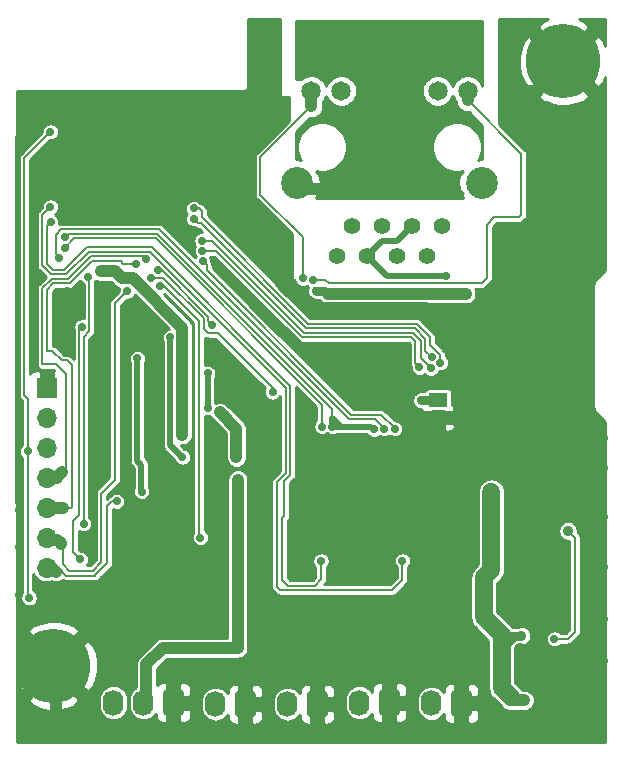
<source format=gbr>
G04 #@! TF.GenerationSoftware,KiCad,Pcbnew,(5.1.10)-1*
G04 #@! TF.CreationDate,2021-08-27T22:23:48-03:00*
G04 #@! TF.ProjectId,ESP32-GATEWAY_Rev_F,45535033-322d-4474-9154-455741595f52,F*
G04 #@! TF.SameCoordinates,Original*
G04 #@! TF.FileFunction,Copper,L2,Bot*
G04 #@! TF.FilePolarity,Positive*
%FSLAX46Y46*%
G04 Gerber Fmt 4.6, Leading zero omitted, Abs format (unit mm)*
G04 Created by KiCad (PCBNEW (5.1.10)-1) date 2021-08-27 22:23:48*
%MOMM*%
%LPD*%
G01*
G04 APERTURE LIST*
G04 #@! TA.AperFunction,ComponentPad*
%ADD10O,1.740000X2.190000*%
G04 #@! TD*
G04 #@! TA.AperFunction,ComponentPad*
%ADD11O,1.700000X1.700000*%
G04 #@! TD*
G04 #@! TA.AperFunction,ComponentPad*
%ADD12R,1.700000X1.700000*%
G04 #@! TD*
G04 #@! TA.AperFunction,ComponentPad*
%ADD13C,1.410000*%
G04 #@! TD*
G04 #@! TA.AperFunction,ComponentPad*
%ADD14C,1.650000*%
G04 #@! TD*
G04 #@! TA.AperFunction,ComponentPad*
%ADD15C,2.700000*%
G04 #@! TD*
G04 #@! TA.AperFunction,SMDPad,CuDef*
%ADD16R,1.600200X1.168400*%
G04 #@! TD*
G04 #@! TA.AperFunction,ComponentPad*
%ADD17R,0.400000X0.400000*%
G04 #@! TD*
G04 #@! TA.AperFunction,ComponentPad*
%ADD18R,1.422400X1.422400*%
G04 #@! TD*
G04 #@! TA.AperFunction,ComponentPad*
%ADD19C,1.200000*%
G04 #@! TD*
G04 #@! TA.AperFunction,ComponentPad*
%ADD20C,6.300000*%
G04 #@! TD*
G04 #@! TA.AperFunction,ComponentPad*
%ADD21C,1.300000*%
G04 #@! TD*
G04 #@! TA.AperFunction,ComponentPad*
%ADD22C,2.000000*%
G04 #@! TD*
G04 #@! TA.AperFunction,ViaPad*
%ADD23C,0.900000*%
G04 #@! TD*
G04 #@! TA.AperFunction,ViaPad*
%ADD24C,0.700000*%
G04 #@! TD*
G04 #@! TA.AperFunction,ViaPad*
%ADD25C,0.750000*%
G04 #@! TD*
G04 #@! TA.AperFunction,Conductor*
%ADD26C,0.203200*%
G04 #@! TD*
G04 #@! TA.AperFunction,Conductor*
%ADD27C,0.508000*%
G04 #@! TD*
G04 #@! TA.AperFunction,Conductor*
%ADD28C,1.016000*%
G04 #@! TD*
G04 #@! TA.AperFunction,Conductor*
%ADD29C,0.762000*%
G04 #@! TD*
G04 #@! TA.AperFunction,Conductor*
%ADD30C,0.406400*%
G04 #@! TD*
G04 #@! TA.AperFunction,Conductor*
%ADD31C,1.778000*%
G04 #@! TD*
G04 #@! TA.AperFunction,Conductor*
%ADD32C,1.524000*%
G04 #@! TD*
G04 #@! TA.AperFunction,Conductor*
%ADD33C,0.254000*%
G04 #@! TD*
G04 #@! TA.AperFunction,Conductor*
%ADD34C,1.270000*%
G04 #@! TD*
G04 #@! TA.AperFunction,Conductor*
%ADD35C,0.100000*%
G04 #@! TD*
G04 APERTURE END LIST*
D10*
X86868000Y-125539500D03*
G04 #@! TA.AperFunction,ComponentPad*
G36*
G01*
X90278000Y-124694499D02*
X90278000Y-126384501D01*
G75*
G02*
X90028001Y-126634500I-249999J0D01*
G01*
X88787999Y-126634500D01*
G75*
G02*
X88538000Y-126384501I0J249999D01*
G01*
X88538000Y-124694499D01*
G75*
G02*
X88787999Y-124444500I249999J0D01*
G01*
X90028001Y-124444500D01*
G75*
G02*
X90278000Y-124694499I0J-249999D01*
G01*
G37*
G04 #@! TD.AperFunction*
X92964000Y-125539500D03*
G04 #@! TA.AperFunction,ComponentPad*
G36*
G01*
X96374000Y-124694499D02*
X96374000Y-126384501D01*
G75*
G02*
X96124001Y-126634500I-249999J0D01*
G01*
X94883999Y-126634500D01*
G75*
G02*
X94634000Y-126384501I0J249999D01*
G01*
X94634000Y-124694499D01*
G75*
G02*
X94883999Y-124444500I249999J0D01*
G01*
X96124001Y-124444500D01*
G75*
G02*
X96374000Y-124694499I0J-249999D01*
G01*
G37*
G04 #@! TD.AperFunction*
D11*
X72567800Y-113995200D03*
X72567800Y-111455200D03*
X72567800Y-108915200D03*
X72567800Y-106375200D03*
X72567800Y-103835200D03*
X72567800Y-101295200D03*
D12*
X72567800Y-98755200D03*
D10*
X78232000Y-125412500D03*
X80772000Y-125412500D03*
G04 #@! TA.AperFunction,ComponentPad*
G36*
G01*
X84182000Y-124567499D02*
X84182000Y-126257501D01*
G75*
G02*
X83932001Y-126507500I-249999J0D01*
G01*
X82691999Y-126507500D01*
G75*
G02*
X82442000Y-126257501I0J249999D01*
G01*
X82442000Y-124567499D01*
G75*
G02*
X82691999Y-124317500I249999J0D01*
G01*
X83932001Y-124317500D01*
G75*
G02*
X84182000Y-124567499I0J-249999D01*
G01*
G37*
G04 #@! TD.AperFunction*
X99060000Y-125412500D03*
G04 #@! TA.AperFunction,ComponentPad*
G36*
G01*
X102470000Y-124567499D02*
X102470000Y-126257501D01*
G75*
G02*
X102220001Y-126507500I-249999J0D01*
G01*
X100979999Y-126507500D01*
G75*
G02*
X100730000Y-126257501I0J249999D01*
G01*
X100730000Y-124567499D01*
G75*
G02*
X100979999Y-124317500I249999J0D01*
G01*
X102220001Y-124317500D01*
G75*
G02*
X102470000Y-124567499I0J-249999D01*
G01*
G37*
G04 #@! TD.AperFunction*
X105156000Y-125476000D03*
G04 #@! TA.AperFunction,ComponentPad*
G36*
G01*
X108566000Y-124630999D02*
X108566000Y-126321001D01*
G75*
G02*
X108316001Y-126571000I-249999J0D01*
G01*
X107075999Y-126571000D01*
G75*
G02*
X106826000Y-126321001I0J249999D01*
G01*
X106826000Y-124630999D01*
G75*
G02*
X107075999Y-124381000I249999J0D01*
G01*
X108316001Y-124381000D01*
G75*
G02*
X108566000Y-124630999I0J-249999D01*
G01*
G37*
G04 #@! TD.AperFunction*
D13*
X106055000Y-85059000D03*
X104785000Y-87599000D03*
X103515000Y-85059000D03*
X102245000Y-87599000D03*
X100975000Y-85059000D03*
X99705000Y-87599000D03*
X98435000Y-85059000D03*
X97165000Y-87599000D03*
D14*
X97530000Y-73610500D03*
X108210000Y-73610500D03*
D15*
X109400000Y-81409000D03*
X93800000Y-81409000D03*
D14*
X94990000Y-73610500D03*
X105670000Y-73610500D03*
D16*
X105727500Y-99758500D03*
X105727500Y-101282500D03*
X105727500Y-101282500D03*
D17*
X101249000Y-97544000D03*
X101249000Y-98544000D03*
X100449000Y-99344000D03*
X99449000Y-99344000D03*
X98649000Y-98544000D03*
X98649000Y-97544000D03*
X99449000Y-96744000D03*
X100449000Y-96744000D03*
D18*
X99949000Y-98044000D03*
D19*
X70739000Y-122301000D03*
X75565000Y-122301000D03*
X74803000Y-123952000D03*
X71501000Y-124079000D03*
X74803000Y-120650000D03*
X71501000Y-120650000D03*
X73152000Y-124714000D03*
X73152000Y-119888000D03*
D20*
X73152000Y-122301000D03*
D19*
X113919000Y-71120000D03*
X118745000Y-71120000D03*
X117983000Y-72771000D03*
X114681000Y-72898000D03*
X117983000Y-69469000D03*
X114681000Y-69469000D03*
X116332000Y-73533000D03*
X116332000Y-68707000D03*
D20*
X116332000Y-71120000D03*
D21*
X77210000Y-83883000D03*
D22*
X79010000Y-82083000D03*
D21*
X80810000Y-83883000D03*
X77210000Y-80283000D03*
X80810000Y-80283000D03*
X79010000Y-80283000D03*
X79010000Y-83883000D03*
X77210000Y-82083000D03*
X80810000Y-82083000D03*
D23*
X94170500Y-110109000D03*
X94170500Y-108966000D03*
X79565500Y-118554500D03*
X79565500Y-117411500D03*
X80962500Y-118618000D03*
X80962500Y-117475000D03*
D24*
X90487500Y-112839500D03*
X90487500Y-113728500D03*
X90487500Y-112014000D03*
X115570000Y-120015000D03*
D23*
X116713000Y-110871000D03*
D24*
X70231000Y-109093000D03*
X70231000Y-112268000D03*
X70231000Y-116332000D03*
X119761000Y-102997000D03*
X119761000Y-105537000D03*
X119761000Y-109728000D03*
X119761000Y-113919000D03*
X119761000Y-118364000D03*
X119761000Y-121920000D03*
D23*
X114300000Y-113411000D03*
X113284000Y-111760000D03*
X114300000Y-111760000D03*
X109347000Y-94234000D03*
X109347000Y-95377000D03*
X109347000Y-96520000D03*
X98806000Y-104648000D03*
X112649000Y-120904000D03*
X112649000Y-104775000D03*
X116586000Y-118364000D03*
X115570000Y-118364000D03*
X97917000Y-110109000D03*
X100457000Y-110109000D03*
X105537000Y-109982000D03*
X107315000Y-109982000D03*
X82499200Y-107442000D03*
X82499200Y-108458000D03*
X103632000Y-110109000D03*
X74295000Y-94361000D03*
X74295000Y-95631000D03*
X85725000Y-76073000D03*
X83185000Y-76073000D03*
X80391000Y-76073000D03*
X77089000Y-76073000D03*
X75819000Y-83693000D03*
X75565000Y-81280000D03*
X75565000Y-78105000D03*
X75565000Y-74295000D03*
X78740000Y-74295000D03*
X78740000Y-78105000D03*
X81915000Y-78105000D03*
X81915000Y-74295000D03*
X84455000Y-74295000D03*
X84455000Y-78105000D03*
X74295000Y-90678000D03*
X86995000Y-74549000D03*
X91694000Y-68199000D03*
X91694000Y-69469000D03*
X103124000Y-102108000D03*
X106426000Y-95123000D03*
X91694000Y-74676000D03*
X92710000Y-74676000D03*
X91567000Y-88138000D03*
X106426000Y-94107000D03*
X90932000Y-104140000D03*
X87376000Y-97536000D03*
X92557600Y-88138000D03*
X103124000Y-100965000D03*
X73152000Y-74549000D03*
X77089000Y-90424000D03*
X78168500Y-90423439D03*
X74295000Y-115951000D03*
X112140998Y-117475002D03*
X94615000Y-91757500D03*
X107873800Y-112242600D03*
X112458500Y-93853000D03*
X111125000Y-94107000D03*
X111125000Y-93091000D03*
X112903000Y-92964000D03*
X114046000Y-92964000D03*
D24*
X105918004Y-102235000D03*
X105029000Y-102235000D03*
X104140000Y-102235000D03*
D23*
X111125000Y-91948000D03*
D24*
X103124000Y-95885000D03*
X102361988Y-95377000D03*
D23*
X92670479Y-94019521D03*
X90170000Y-91694000D03*
X109347000Y-93091000D03*
X109347000Y-91948000D03*
X109347000Y-90805000D03*
X109347000Y-97663000D03*
X109347000Y-98806000D03*
X109347000Y-99949000D03*
X109347000Y-101092000D03*
X99187000Y-108966000D03*
X101854000Y-108966000D03*
X103632000Y-108966000D03*
X105537000Y-108966000D03*
X101854000Y-110109000D03*
X100457000Y-108966000D03*
X97917000Y-108966000D03*
X99187000Y-110109000D03*
X107315000Y-108966000D03*
X95377000Y-110109000D03*
X95377000Y-108966000D03*
X96647000Y-110109000D03*
X96647000Y-108966000D03*
X111125000Y-90678000D03*
X111125000Y-89408000D03*
X111125000Y-88138000D03*
X111125000Y-86868000D03*
X111125000Y-85598000D03*
X112395000Y-88138000D03*
X112395000Y-90678000D03*
X112395000Y-86868000D03*
X112395000Y-85598000D03*
X112395000Y-89408000D03*
X113665000Y-88138000D03*
X114935000Y-90678000D03*
X113665000Y-90678000D03*
X113665000Y-86868000D03*
X114935000Y-89408000D03*
X113665000Y-85598000D03*
X113665000Y-89408000D03*
X114935000Y-86868000D03*
X114935000Y-85598000D03*
X114935000Y-88138000D03*
X114935000Y-84328000D03*
X114935000Y-83058000D03*
X114935000Y-81788000D03*
X114935000Y-80010000D03*
X114935000Y-78740000D03*
X114935000Y-77470000D03*
X114935000Y-76200000D03*
X114935000Y-74930000D03*
X112395000Y-74930000D03*
X113665000Y-74930000D03*
X113665000Y-76200000D03*
X113665000Y-77470000D03*
X111252000Y-74295000D03*
X111252000Y-72390000D03*
X111252000Y-70485000D03*
X111252000Y-68580000D03*
X116205000Y-76200000D03*
X116205000Y-78740000D03*
X116205000Y-77470000D03*
X107696000Y-115722400D03*
D24*
X81026000Y-94488000D03*
X82042010Y-94488000D03*
D23*
X77089000Y-74295000D03*
X80391000Y-74295000D03*
X83185000Y-74295000D03*
X78740000Y-76073000D03*
X75565000Y-76073000D03*
X81915000Y-76073000D03*
X84455000Y-76073000D03*
X85725000Y-74295000D03*
X74168000Y-74295000D03*
X77089000Y-78105000D03*
X80391000Y-78105000D03*
X83185000Y-78105000D03*
X90170000Y-68199000D03*
X90170000Y-69469000D03*
X90170000Y-72009000D03*
X90170000Y-70739000D03*
X90170000Y-73279000D03*
X116077994Y-85344000D03*
X113030000Y-125222000D03*
X111887000Y-125222000D03*
X112776000Y-119761000D03*
X88773000Y-106553000D03*
X88773000Y-107569000D03*
X84074000Y-102743000D03*
X77152500Y-88900000D03*
X110236000Y-107569000D03*
D24*
X84074000Y-97028000D03*
X104267012Y-99822000D03*
X72898000Y-77089000D03*
X70973086Y-104140000D03*
X71082593Y-116544898D03*
X106426000Y-89281000D03*
D23*
X103505000Y-90805000D03*
D24*
X99314000Y-90805000D03*
D25*
X95377000Y-90551000D03*
D23*
X108077000Y-90805000D03*
D24*
X95159530Y-89637202D03*
X94266301Y-89503821D03*
D23*
X103505000Y-68580000D03*
X106680000Y-68580000D03*
X99695000Y-68580000D03*
X96520000Y-68580000D03*
X97790000Y-70485000D03*
X95250000Y-70485000D03*
X105410000Y-70485000D03*
X107950000Y-70485000D03*
X103505000Y-72390000D03*
X99695000Y-72390000D03*
X97155000Y-75565000D03*
X99695000Y-76200000D03*
X103505000Y-76200000D03*
X106045000Y-75565000D03*
X101600000Y-78105000D03*
X101600000Y-74295000D03*
X101600000Y-70485000D03*
X99695000Y-80010000D03*
X103505000Y-80010000D03*
X105410000Y-81915000D03*
X97790000Y-81915000D03*
X101600000Y-81915000D03*
D24*
X82148555Y-90167249D03*
X85598000Y-111442500D03*
D23*
X87249000Y-100838000D03*
X88646000Y-104648000D03*
D24*
X80619600Y-107558840D03*
X86233000Y-100457020D03*
X86233000Y-97536000D03*
X80258920Y-96276160D03*
X78491600Y-108374180D03*
X86614561Y-93471439D03*
X82001455Y-88827971D03*
X80137000Y-88265000D03*
X83038190Y-94488000D03*
X84052273Y-104625152D03*
X79393926Y-90555188D03*
X81026000Y-87882878D03*
X74104500Y-86931504D03*
X95884996Y-102044500D03*
X74100664Y-85992781D03*
X96774000Y-102044500D03*
X100292412Y-102287515D03*
X73660000Y-87756990D03*
X101166595Y-102207780D03*
X85784289Y-88053618D03*
X102043985Y-102235000D03*
X105161367Y-96187517D03*
X85027114Y-84455000D03*
X85750053Y-87176474D03*
X104139439Y-97028561D03*
X85716035Y-86299321D03*
X105114546Y-97113546D03*
X105918000Y-96647000D03*
X85018726Y-83573266D03*
X91713803Y-99113378D03*
X81408376Y-89475128D03*
X72898000Y-83439000D03*
X102692200Y-113411000D03*
X72917863Y-84732988D03*
X95808800Y-113411000D03*
X75565000Y-93599000D03*
X75438000Y-113284002D03*
X76056201Y-89361299D03*
X75697606Y-110276932D03*
D26*
X116713000Y-120015000D02*
X117322589Y-119405411D01*
X115570000Y-120015000D02*
X116713000Y-120015000D01*
X117322589Y-119405411D02*
X117322589Y-111480589D01*
X117322589Y-111480589D02*
X117162999Y-111320999D01*
X117162999Y-111320999D02*
X116713000Y-110871000D01*
D27*
X119761000Y-121920000D02*
X119761000Y-126111000D01*
X119761000Y-113919000D02*
X119761000Y-109728000D01*
X119761000Y-118364000D02*
X119761000Y-113919000D01*
X119761000Y-121920000D02*
X119761000Y-118364000D01*
D28*
X113284000Y-111760000D02*
X114300000Y-111760000D01*
X93853000Y-110998000D02*
X98806000Y-106045000D01*
X98806000Y-106045000D02*
X98806000Y-104648000D01*
D29*
X116586000Y-118364000D02*
X115570000Y-118364000D01*
D28*
X97917000Y-110871000D02*
X100457000Y-110871000D01*
D27*
X81407000Y-106045000D02*
X82804000Y-107442000D01*
D29*
X82804000Y-107442000D02*
X82804000Y-108458000D01*
D27*
X70231000Y-109093000D02*
X70231000Y-112268000D01*
X70231000Y-112268000D02*
X70231000Y-116332000D01*
X70231000Y-116332000D02*
X70231000Y-126111000D01*
D28*
X85979000Y-76073000D02*
X83185000Y-76073000D01*
X80391000Y-76073000D02*
X77089000Y-76073000D01*
X75565000Y-81280000D02*
X75565000Y-78105000D01*
X75565000Y-74295000D02*
X78740000Y-74295000D01*
X78740000Y-78105000D02*
X81915000Y-78105000D01*
X81915000Y-74295000D02*
X84455000Y-74295000D01*
X91059000Y-69469000D02*
X91059000Y-68199000D01*
X103632000Y-115443000D02*
X103505000Y-115443000D01*
X102362000Y-122428000D02*
X102362000Y-121158000D01*
X102362000Y-121158000D02*
X102362000Y-119761000D01*
X102362000Y-119761000D02*
X103632000Y-118491000D01*
X103632000Y-118491000D02*
X103632000Y-115443000D01*
X84455000Y-78105000D02*
X84455000Y-78172000D01*
X84455000Y-78172000D02*
X82643200Y-79983800D01*
D27*
X107569000Y-97663000D02*
X107823000Y-97663000D01*
X107823000Y-97663000D02*
X108204000Y-97536000D01*
X108204000Y-97536000D02*
X107823000Y-97663000D01*
D30*
X107823000Y-101219000D02*
X107188000Y-101219000D01*
X107188000Y-101219000D02*
X107823000Y-101219000D01*
D28*
X92710000Y-74676000D02*
X91694000Y-74676000D01*
D31*
X107823000Y-101219000D02*
X107823000Y-99568000D01*
X107823000Y-99568000D02*
X107823000Y-97663000D01*
D27*
X81407000Y-106045000D02*
X81407000Y-97028000D01*
D28*
X90482001Y-104589999D02*
X90932000Y-104140000D01*
X90170000Y-104902000D02*
X90482001Y-104589999D01*
X90932000Y-103503604D02*
X90932000Y-104140000D01*
X87376000Y-97536000D02*
X87884016Y-97536000D01*
X90932000Y-100583984D02*
X90932000Y-103503604D01*
X87884016Y-97536000D02*
X90932000Y-100583984D01*
X73406000Y-124968000D02*
X73152000Y-124714000D01*
X73406000Y-128016000D02*
X73406000Y-124968000D01*
D32*
X116586000Y-128016000D02*
X116586000Y-125857000D01*
D30*
X106158974Y-101409496D02*
X105664000Y-101409496D01*
X107632504Y-101409496D02*
X106158974Y-101409496D01*
D27*
X72702001Y-74998999D02*
X73152000Y-74549000D01*
X70231000Y-109093000D02*
X70231000Y-108598026D01*
X70231000Y-108598026D02*
X70154810Y-108521836D01*
X70154810Y-108521836D02*
X70154810Y-77546190D01*
X70154810Y-77546190D02*
X72702001Y-74998999D01*
D31*
X107823000Y-95504000D02*
X106426000Y-94107000D01*
X107823000Y-97663000D02*
X107823000Y-95504000D01*
D28*
X82804000Y-115316000D02*
X82804000Y-107442000D01*
X116586000Y-124841000D02*
X116586000Y-125857000D01*
X112649000Y-120904000D02*
X116586000Y-124841000D01*
X105537000Y-110744000D02*
X107315000Y-110744000D01*
X113728500Y-91631500D02*
X113728500Y-89852500D01*
X113747000Y-91650000D02*
X113728500Y-91631500D01*
D29*
X105918004Y-101473004D02*
X105727500Y-101282500D01*
X105918004Y-102235000D02*
X105918004Y-101473004D01*
X105918004Y-102235000D02*
X104140000Y-102235000D01*
X105727500Y-101536500D02*
X105029000Y-102235000D01*
X105727500Y-101282500D02*
X105727500Y-101536500D01*
X107759500Y-101282500D02*
X107823000Y-101219000D01*
X105727500Y-101282500D02*
X107759500Y-101282500D01*
D32*
X103124000Y-100965000D02*
X103632000Y-101473000D01*
X103632000Y-101473000D02*
X103632000Y-110488604D01*
D33*
X103124000Y-95885000D02*
X102616000Y-95377000D01*
X102616000Y-95377000D02*
X102361988Y-95377000D01*
D32*
X91567000Y-88138000D02*
X92557600Y-88138000D01*
D34*
X92583000Y-88138000D02*
X92557600Y-88138000D01*
X92557600Y-89128600D02*
X92557600Y-89801014D01*
X91567000Y-88138000D02*
X92557600Y-89128600D01*
D32*
X95123000Y-92265500D02*
X94615000Y-91757500D01*
X106426000Y-94107000D02*
X104584500Y-92265500D01*
X104584500Y-92265500D02*
X95123000Y-92265500D01*
X94615000Y-91757500D02*
X92658514Y-89801014D01*
X92557600Y-89700100D02*
X92557600Y-88138000D01*
X93218000Y-90360500D02*
X92557600Y-89700100D01*
D28*
X96694958Y-98044000D02*
X92670479Y-94019521D01*
X99949000Y-98044000D02*
X96694958Y-98044000D01*
X92495521Y-94019521D02*
X90170000Y-91694000D01*
X92670479Y-94019521D02*
X92495521Y-94019521D01*
D32*
X100076000Y-98044000D02*
X99949000Y-98044000D01*
X103124000Y-100965000D02*
X100203000Y-98044000D01*
X100203000Y-98044000D02*
X100076000Y-98044000D01*
X112768825Y-116847175D02*
X112590997Y-117025003D01*
X112590997Y-117025003D02*
X112140998Y-117475002D01*
X113747000Y-98850000D02*
X113911834Y-99014834D01*
X113911834Y-99014834D02*
X113911834Y-102920313D01*
X113911834Y-102920313D02*
X112768825Y-104063322D01*
X112768825Y-104063322D02*
X112768825Y-116847175D01*
D28*
X109347000Y-90805000D02*
X109347000Y-101092000D01*
X74295000Y-115951000D02*
X73913946Y-115569946D01*
X105537000Y-115442992D02*
X105536992Y-115443000D01*
X103505000Y-115443000D02*
X105536992Y-115443000D01*
D27*
X81026000Y-94982974D02*
X81026000Y-94488000D01*
X81026000Y-94488000D02*
X82042010Y-94488000D01*
D31*
X82967001Y-81895199D02*
X82643200Y-82219000D01*
X91567000Y-87501604D02*
X85960595Y-81895199D01*
X85960595Y-81895199D02*
X82967001Y-81895199D01*
X91567000Y-88138000D02*
X91567000Y-87501604D01*
D27*
X118364000Y-85344000D02*
X118364000Y-86868000D01*
D28*
X118364000Y-85344000D02*
X116077994Y-85344000D01*
D27*
X81407000Y-97028000D02*
X81407000Y-96647000D01*
D28*
X111887000Y-125222000D02*
X111887000Y-124968000D01*
D32*
X111125000Y-124206000D02*
X111125000Y-121285000D01*
X111887000Y-124968000D02*
X111125000Y-124206000D01*
D28*
X113030000Y-125222000D02*
X111887000Y-125222000D01*
X88773000Y-106553000D02*
X88773000Y-107569000D01*
X84074000Y-97028000D02*
X84074000Y-102743000D01*
D29*
X112139604Y-119761000D02*
X111125000Y-119761000D01*
X112139604Y-119761000D02*
X111125000Y-120775604D01*
X111125000Y-120775604D02*
X111125000Y-121285000D01*
X112776000Y-119761000D02*
X112139604Y-119761000D01*
D32*
X111125000Y-121285000D02*
X111125000Y-119761000D01*
D28*
X78359000Y-88900000D02*
X77152500Y-88900000D01*
X78930500Y-89471500D02*
X78359000Y-88900000D01*
X79883000Y-89471500D02*
X78930500Y-89471500D01*
X84074000Y-97028000D02*
X84074000Y-93662500D01*
X84074000Y-93662500D02*
X79883000Y-89471500D01*
D32*
X111125000Y-119761000D02*
X111125000Y-119723698D01*
D29*
X111162302Y-119761000D02*
X111125000Y-119723698D01*
X112776000Y-119761000D02*
X111162302Y-119761000D01*
D32*
X109601000Y-118199698D02*
X109601000Y-114808000D01*
X111125000Y-119723698D02*
X109601000Y-118199698D01*
X109601000Y-114808000D02*
X110236000Y-114173000D01*
X110236000Y-114173000D02*
X110236000Y-107569000D01*
D28*
X88773000Y-107569000D02*
X88773000Y-120802400D01*
X82397600Y-120802400D02*
X81026000Y-122174000D01*
X88773000Y-120802400D02*
X82397600Y-120802400D01*
X81026000Y-122174000D02*
X81026000Y-125412500D01*
D29*
X105664000Y-99822000D02*
X104761986Y-99822000D01*
X104761986Y-99822000D02*
X104267012Y-99822000D01*
D28*
X105727500Y-99758500D02*
X105664000Y-99822000D01*
D26*
X70973086Y-99675086D02*
X70973086Y-104140000D01*
X70688221Y-99390221D02*
X70973086Y-99675086D01*
X72898000Y-77089000D02*
X70688221Y-79298779D01*
X70688221Y-79298779D02*
X70688221Y-99390221D01*
X70973086Y-104634974D02*
X70973086Y-104140000D01*
X70973086Y-116562406D02*
X70973086Y-104634974D01*
X71065085Y-116562406D02*
X71082593Y-116544898D01*
X70973086Y-116562406D02*
X71065085Y-116562406D01*
D27*
X99705000Y-87599000D02*
X101387000Y-89281000D01*
X101387000Y-89281000D02*
X106426000Y-89281000D01*
X103515000Y-85059000D02*
X102214000Y-86360000D01*
X102214000Y-86360000D02*
X100944000Y-86360000D01*
X100944000Y-86360000D02*
X99705000Y-87599000D01*
D28*
X99314000Y-90805000D02*
X96393000Y-90805000D01*
X96393000Y-90805000D02*
X96520000Y-90805000D01*
X102868604Y-90805000D02*
X102855883Y-90792279D01*
X99808974Y-90805000D02*
X99314000Y-90805000D01*
X103505000Y-90805000D02*
X102868604Y-90805000D01*
X102855883Y-90792279D02*
X99821695Y-90792279D01*
X99821695Y-90792279D02*
X99808974Y-90805000D01*
D29*
X96139000Y-90551000D02*
X95377000Y-90551000D01*
X96393000Y-90805000D02*
X96139000Y-90551000D01*
D28*
X103505000Y-90805000D02*
X108077000Y-90805000D01*
X108210000Y-73610500D02*
X108210000Y-74428000D01*
D26*
X112776000Y-78994000D02*
X108210000Y-74428000D01*
X112776000Y-84137500D02*
X112776000Y-78994000D01*
X110490000Y-84328000D02*
X112585500Y-84328000D01*
X112585500Y-84328000D02*
X112776000Y-84137500D01*
X96159164Y-89637202D02*
X96437962Y-89916000D01*
X96437962Y-89916000D02*
X109410500Y-89916000D01*
X109410500Y-89916000D02*
X109855000Y-89471500D01*
X95159530Y-89637202D02*
X96159164Y-89637202D01*
X109855000Y-84963000D02*
X110490000Y-84328000D01*
X109855000Y-89471500D02*
X109855000Y-84963000D01*
D28*
X94990000Y-74936000D02*
X94990000Y-73610500D01*
D26*
X90678000Y-82423000D02*
X94266301Y-86011301D01*
X94266301Y-86011301D02*
X94266301Y-89008847D01*
X94266301Y-89008847D02*
X94266301Y-89503821D01*
X90678000Y-79248000D02*
X90678000Y-82423000D01*
X94990000Y-74936000D02*
X90678000Y-79248000D01*
D28*
X93800000Y-81409000D02*
X94306000Y-81915000D01*
X94306000Y-81915000D02*
X97790000Y-81915000D01*
X101600000Y-70485000D02*
X103505000Y-68580000D01*
X103505000Y-68580000D02*
X106680000Y-68580000D01*
X99695000Y-68580000D02*
X96520000Y-68580000D01*
X97790000Y-70485000D02*
X95250000Y-70485000D01*
X105410000Y-70485000D02*
X107950000Y-70485000D01*
X103505000Y-72390000D02*
X103505000Y-76200000D01*
X99695000Y-72390000D02*
X99695000Y-76200000D01*
X99695000Y-76200000D02*
X103505000Y-76200000D01*
X101600000Y-78105000D02*
X101600000Y-74295000D01*
X99695000Y-80010000D02*
X103505000Y-80010000D01*
X97790000Y-81915000D02*
X101600000Y-81915000D01*
D26*
X85474588Y-93094588D02*
X82547249Y-90167249D01*
X82547249Y-90167249D02*
X82148555Y-90167249D01*
X85474588Y-109223588D02*
X85474588Y-111319088D01*
X85474588Y-111319088D02*
X85598000Y-111442500D01*
X85474588Y-93094588D02*
X85474588Y-109223588D01*
X85474588Y-109223588D02*
X85474588Y-109343412D01*
D28*
X88646000Y-102235000D02*
X88646000Y-104648000D01*
X87249000Y-100838000D02*
X88646000Y-102235000D01*
D27*
X86233000Y-100457020D02*
X86233000Y-97536000D01*
X80258920Y-96276160D02*
X80258920Y-104919780D01*
X80258920Y-104919780D02*
X80601820Y-105262680D01*
X80601820Y-105262680D02*
X80601820Y-107579160D01*
D26*
X77716380Y-109831811D02*
X77716380Y-108966000D01*
X77716380Y-108966000D02*
X77716380Y-108938060D01*
X78491600Y-108374180D02*
X78132940Y-108374180D01*
X77716380Y-108790740D02*
X77716380Y-108966000D01*
X78132940Y-108374180D02*
X77716380Y-108790740D01*
X73583800Y-113995200D02*
X72567800Y-113995200D01*
X74244200Y-114655600D02*
X73583800Y-113995200D01*
X76708000Y-114655600D02*
X76708000Y-114630200D01*
X76708000Y-114655600D02*
X74244200Y-114655600D01*
X77716380Y-113621820D02*
X77716380Y-109831811D01*
X76708000Y-114630200D02*
X77716380Y-113621820D01*
D28*
X72567800Y-113995200D02*
X73050400Y-113995200D01*
X73050400Y-113995200D02*
X73406000Y-114350800D01*
D26*
X82341045Y-88827971D02*
X82001455Y-88827971D01*
X86264562Y-93121440D02*
X86264562Y-92751488D01*
X86264562Y-92751488D02*
X82341045Y-88827971D01*
X86614561Y-93471439D02*
X86264562Y-93121440D01*
X76422999Y-88042001D02*
X74548958Y-89916042D01*
X74548958Y-89916042D02*
X73152043Y-89916042D01*
X73152043Y-89916042D02*
X72593276Y-90474809D01*
X78834501Y-88042001D02*
X76422999Y-88042001D01*
X79057500Y-88265000D02*
X78834501Y-88042001D01*
X80137000Y-88265000D02*
X79057500Y-88265000D01*
X72593276Y-90474809D02*
X72593276Y-95656476D01*
X73055905Y-95656476D02*
X73843229Y-96443800D01*
X72593276Y-95656476D02*
X73055905Y-95656476D01*
X73843229Y-96443800D02*
X74295000Y-96443800D01*
X74295000Y-96443800D02*
X74701400Y-96850200D01*
X74701400Y-96850200D02*
X74701400Y-108864400D01*
X74701400Y-108864400D02*
X74650600Y-108915200D01*
D28*
X73990200Y-108915200D02*
X72567800Y-108915200D01*
D26*
X74650600Y-108915200D02*
X73990200Y-108915200D01*
D27*
X83038190Y-103611069D02*
X83038190Y-94488000D01*
X84052273Y-104625152D02*
X83038190Y-103611069D01*
D26*
X78359000Y-91590114D02*
X79393926Y-90555188D01*
X78359000Y-106553000D02*
X78359000Y-91590114D01*
X77195680Y-113532920D02*
X77195680Y-107716320D01*
X74472800Y-114249200D02*
X76479400Y-114249200D01*
X76479400Y-114249200D02*
X77195680Y-113532920D01*
X73939400Y-113715800D02*
X74472800Y-114249200D01*
X73939400Y-112166400D02*
X73939400Y-113715800D01*
X77195680Y-107716320D02*
X78359000Y-106553000D01*
X72567800Y-111455200D02*
X73228200Y-111455200D01*
D28*
X73761600Y-111937800D02*
X73431400Y-111607600D01*
X73761600Y-111988600D02*
X73761600Y-111937800D01*
D26*
X73228200Y-111455200D02*
X73761600Y-111988600D01*
X73761600Y-111988600D02*
X73939400Y-112166400D01*
X76296181Y-87629989D02*
X80773111Y-87629989D01*
X80773111Y-87629989D02*
X81026000Y-87882878D01*
X74391139Y-89535031D02*
X76296181Y-87629989D01*
X72212265Y-90316990D02*
X72994224Y-89535031D01*
X72994224Y-89535031D02*
X74391139Y-89535031D01*
X73075865Y-96774065D02*
X73075930Y-96774000D01*
X72212265Y-96774065D02*
X72212265Y-90316990D01*
X72212265Y-96774065D02*
X72923335Y-96774065D01*
X72923335Y-96774065D02*
X73075865Y-96774065D01*
X72923335Y-96774065D02*
X73406065Y-96774065D01*
X73406065Y-96774065D02*
X74244200Y-97612200D01*
X74244200Y-97612200D02*
X74244200Y-105816400D01*
X74244200Y-105816400D02*
X73685400Y-106375200D01*
D28*
X72567800Y-106375200D02*
X73456800Y-106375200D01*
D26*
X73685400Y-106375200D02*
X72567800Y-106375200D01*
D28*
X73456800Y-106375200D02*
X73456800Y-106273600D01*
X73456800Y-106273600D02*
X73837800Y-105892600D01*
D26*
X74104500Y-86931504D02*
X74930059Y-86105945D01*
X81798469Y-86105945D02*
X95884996Y-100192472D01*
X74930059Y-86105945D02*
X81798469Y-86105945D01*
X95884996Y-101549526D02*
X95884996Y-102044500D01*
X95884996Y-100192472D02*
X95884996Y-101549526D01*
X74368511Y-85724934D02*
X81956288Y-85724934D01*
X81956288Y-85724934D02*
X96774000Y-100542646D01*
X74100664Y-85992781D02*
X74368511Y-85724934D01*
D27*
X100049397Y-102044500D02*
X100292412Y-102287515D01*
X96774000Y-102044500D02*
X96774000Y-101282500D01*
D26*
X96774000Y-100542646D02*
X96774000Y-101282500D01*
D27*
X96774000Y-102044500D02*
X97536000Y-102044500D01*
X96774000Y-101282500D02*
X97536000Y-102044500D01*
X97536000Y-102044500D02*
X100049397Y-102044500D01*
D26*
X73355298Y-87452288D02*
X73355298Y-85796688D01*
X73355298Y-85796688D02*
X73808063Y-85343923D01*
X100387658Y-101428843D02*
X100816596Y-101857781D01*
X98199027Y-101428843D02*
X100387658Y-101428843D01*
X100816596Y-101857781D02*
X101166595Y-102207780D01*
X73808063Y-85343923D02*
X82114107Y-85343923D01*
X73660000Y-87756990D02*
X73355298Y-87452288D01*
X82114107Y-85343923D02*
X98199027Y-101428843D01*
X102043985Y-102170985D02*
X102043985Y-102235000D01*
X100901500Y-101028500D02*
X102043985Y-102170985D01*
X98361500Y-101028500D02*
X100901500Y-101028500D01*
X86134288Y-88801288D02*
X98361500Y-101028500D01*
X85784289Y-88053618D02*
X86134288Y-88403617D01*
X86134288Y-88403617D02*
X86134288Y-88801288D01*
X103731728Y-93700568D02*
X94542752Y-93700568D01*
X105161367Y-96187517D02*
X104647989Y-95674139D01*
X104647989Y-95674139D02*
X104647989Y-94616829D01*
X85647183Y-84804999D02*
X85377113Y-84804999D01*
X94542752Y-93700568D02*
X85647183Y-84804999D01*
X104647989Y-94616829D02*
X103731728Y-93700568D01*
X85377113Y-84804999D02*
X85027114Y-84455000D01*
X103789440Y-96678562D02*
X104139439Y-97028561D01*
X103416090Y-94462590D02*
X103789440Y-94835940D01*
X103789440Y-94835940D02*
X103789440Y-96678562D01*
X86940999Y-87176474D02*
X94227115Y-94462590D01*
X85750053Y-87176474D02*
X86940999Y-87176474D01*
X94227115Y-94462590D02*
X103416090Y-94462590D01*
X104266978Y-96265978D02*
X105114546Y-97113546D01*
X104266978Y-94774648D02*
X104266978Y-96265978D01*
X85716035Y-86299321D02*
X86602675Y-86299321D01*
X103573909Y-94081579D02*
X104266978Y-94774648D01*
X94384933Y-94081579D02*
X103573909Y-94081579D01*
X86602675Y-86299321D02*
X94384933Y-94081579D01*
X105918000Y-96647000D02*
X105918000Y-96012000D01*
X105918000Y-96012000D02*
X105029000Y-95123000D01*
X103889547Y-93319557D02*
X94700571Y-93319557D01*
X94700571Y-93319557D02*
X85719401Y-84338387D01*
X85719401Y-84338387D02*
X85719401Y-83778967D01*
X85719401Y-83778967D02*
X85513700Y-83573266D01*
X85513700Y-83573266D02*
X85018726Y-83573266D01*
X105029000Y-94459010D02*
X103889547Y-93319557D01*
X105029000Y-95123000D02*
X105029000Y-94459010D01*
X85855599Y-92881355D02*
X82449372Y-89475128D01*
X86212451Y-94107000D02*
X85855599Y-93750148D01*
X91713803Y-98762303D02*
X87058500Y-94107000D01*
X91713803Y-99113378D02*
X91713803Y-98762303D01*
X81903350Y-89475128D02*
X81408376Y-89475128D01*
X82449372Y-89475128D02*
X81903350Y-89475128D01*
X87058500Y-94107000D02*
X86212451Y-94107000D01*
X85855599Y-93750148D02*
X85855599Y-92881355D01*
X72898000Y-83439000D02*
X72212265Y-84124735D01*
X72212265Y-88402925D02*
X72963360Y-89154020D01*
X72212265Y-84124735D02*
X72212265Y-88402925D01*
X72963360Y-89154020D02*
X74233320Y-89154020D01*
X74233320Y-89154020D02*
X76138362Y-87248978D01*
X76138362Y-87248978D02*
X81325012Y-87248978D01*
X81325012Y-87248978D02*
X92836978Y-98760944D01*
X92836978Y-105983362D02*
X92075000Y-106745340D01*
X92075000Y-106745340D02*
X92075000Y-115630249D01*
X92836978Y-98760944D02*
X92836978Y-105983362D01*
X96097829Y-115884429D02*
X92329182Y-115884429D01*
X92329182Y-115884429D02*
X92105991Y-115661238D01*
X96097829Y-115884429D02*
X101844371Y-115884429D01*
X102692200Y-115036600D02*
X102692200Y-113487200D01*
X101844371Y-115884429D02*
X102692200Y-115036600D01*
X72593276Y-85057575D02*
X72917863Y-84732988D01*
X72593276Y-88245106D02*
X72593276Y-85057575D01*
X73121179Y-88773009D02*
X72593276Y-88245106D01*
X74075501Y-88773009D02*
X73121179Y-88773009D01*
X75980543Y-86867967D02*
X74075501Y-88773009D01*
X81482831Y-86867967D02*
X75980543Y-86867967D01*
X93217989Y-98603125D02*
X81482831Y-86867967D01*
X92710000Y-106649170D02*
X93217989Y-106141181D01*
X92710000Y-109601000D02*
X92710000Y-106649170D01*
X93217989Y-106141181D02*
X93217989Y-98603125D01*
X92487001Y-109823999D02*
X92710000Y-109601000D01*
X92487001Y-115016801D02*
X92973619Y-115503419D01*
X92487001Y-114991401D02*
X92487001Y-115016801D01*
X92487001Y-114991401D02*
X92487001Y-109823999D01*
X92973619Y-115503419D02*
X94859381Y-115503419D01*
X94859381Y-115503419D02*
X95291181Y-115503419D01*
X95291181Y-115503419D02*
X95808800Y-114985800D01*
X95808800Y-114985800D02*
X95808800Y-113411000D01*
X75336410Y-93827590D02*
X75336410Y-109514093D01*
X74803000Y-110047503D02*
X74803000Y-112649002D01*
X74803000Y-112649002D02*
X75088001Y-112934003D01*
X75565000Y-93599000D02*
X75336410Y-93827590D01*
X75336410Y-109514093D02*
X74803000Y-110047503D01*
X75088001Y-112934003D02*
X75438000Y-113284002D01*
X75717421Y-110257117D02*
X75717421Y-94462579D01*
X75697606Y-110276932D02*
X75717421Y-110257117D01*
X75717421Y-94462579D02*
X76200000Y-93980000D01*
X76200000Y-93980000D02*
X76200000Y-89505098D01*
X76200000Y-89505098D02*
X76056201Y-89361299D01*
D33*
X92329000Y-74041000D02*
X92331440Y-74065776D01*
X92338667Y-74089601D01*
X92350403Y-74111557D01*
X92366197Y-74130803D01*
X92385443Y-74146597D01*
X92407399Y-74158333D01*
X92431224Y-74165560D01*
X92456000Y-74168000D01*
X93091000Y-74168000D01*
X93091000Y-76152500D01*
X90353518Y-78889983D01*
X90335099Y-78905099D01*
X90274791Y-78978585D01*
X90229978Y-79062424D01*
X90202383Y-79153395D01*
X90195400Y-79224293D01*
X90193065Y-79248000D01*
X90195400Y-79271705D01*
X90195401Y-82399285D01*
X90193065Y-82423000D01*
X90202384Y-82517606D01*
X90229978Y-82608576D01*
X90274792Y-82692415D01*
X90318768Y-82746000D01*
X90335100Y-82765901D01*
X90353513Y-82781012D01*
X93345000Y-85772500D01*
X93345000Y-89535000D01*
X93347440Y-89559776D01*
X93354667Y-89583601D01*
X93366403Y-89605557D01*
X93382197Y-89624803D01*
X93401443Y-89640597D01*
X93423399Y-89652333D01*
X93447224Y-89659560D01*
X93472000Y-89662000D01*
X93552444Y-89662000D01*
X93563393Y-89717046D01*
X93618497Y-89850079D01*
X93698496Y-89969806D01*
X93800316Y-90071626D01*
X93920043Y-90151625D01*
X94053076Y-90206729D01*
X94194304Y-90234821D01*
X94338298Y-90234821D01*
X94479526Y-90206729D01*
X94612559Y-90151625D01*
X94629106Y-90140568D01*
X94693545Y-90205007D01*
X94696765Y-90207159D01*
X94669598Y-90257985D01*
X94626026Y-90401622D01*
X94611314Y-90551000D01*
X94626026Y-90700378D01*
X94669598Y-90844015D01*
X94740355Y-90976392D01*
X94835578Y-91092422D01*
X94951608Y-91187645D01*
X95083985Y-91258402D01*
X95227622Y-91301974D01*
X95339574Y-91313000D01*
X95659856Y-91313000D01*
X95761341Y-91436659D01*
X95896709Y-91547753D01*
X96051149Y-91630303D01*
X96218726Y-91681136D01*
X96349333Y-91694000D01*
X99765314Y-91694000D01*
X99808974Y-91698300D01*
X99852634Y-91694000D01*
X99852641Y-91694000D01*
X99981796Y-91681279D01*
X102695781Y-91681279D01*
X102712677Y-91682943D01*
X102824937Y-91694000D01*
X102824943Y-91694000D01*
X102868603Y-91698300D01*
X102912263Y-91694000D01*
X108120667Y-91694000D01*
X108251274Y-91681136D01*
X108418851Y-91630303D01*
X108573291Y-91547753D01*
X108708659Y-91436659D01*
X108819753Y-91301291D01*
X108902303Y-91146851D01*
X108953136Y-90979274D01*
X108970301Y-90805000D01*
X108953136Y-90630726D01*
X108902303Y-90463149D01*
X108867801Y-90398600D01*
X109386795Y-90398600D01*
X109410500Y-90400935D01*
X109434205Y-90398600D01*
X109434207Y-90398600D01*
X109505106Y-90391617D01*
X109596077Y-90364022D01*
X109679915Y-90319209D01*
X109753401Y-90258901D01*
X109768517Y-90240482D01*
X110179487Y-89829513D01*
X110197901Y-89814401D01*
X110258209Y-89740915D01*
X110303022Y-89657077D01*
X110319716Y-89602042D01*
X110330617Y-89566107D01*
X110339935Y-89471500D01*
X110337600Y-89447793D01*
X110337600Y-85162899D01*
X110689900Y-84810600D01*
X112561795Y-84810600D01*
X112585500Y-84812935D01*
X112609205Y-84810600D01*
X112609207Y-84810600D01*
X112680106Y-84803617D01*
X112771077Y-84776022D01*
X112854915Y-84731209D01*
X112928401Y-84670901D01*
X112943517Y-84652482D01*
X113100482Y-84495517D01*
X113118901Y-84480401D01*
X113179209Y-84406915D01*
X113224022Y-84323077D01*
X113235582Y-84284967D01*
X113251617Y-84232107D01*
X113260935Y-84137500D01*
X113258600Y-84113793D01*
X113258600Y-79017704D01*
X113260935Y-78993999D01*
X113257180Y-78955878D01*
X113251617Y-78899394D01*
X113224022Y-78808423D01*
X113179209Y-78724585D01*
X113118901Y-78651099D01*
X113100488Y-78635988D01*
X110871000Y-76406500D01*
X110871000Y-74031149D01*
X114139272Y-74031149D01*
X114527480Y-74467970D01*
X115215310Y-74755684D01*
X115946053Y-74903681D01*
X116691629Y-74906273D01*
X117423384Y-74763361D01*
X118113198Y-74480436D01*
X118136520Y-74467970D01*
X118524728Y-74031149D01*
X118324306Y-73830727D01*
X118336828Y-73793751D01*
X117983000Y-73439923D01*
X117958251Y-73464672D01*
X117289328Y-72795749D01*
X117314077Y-72771000D01*
X116960249Y-72417172D01*
X116923274Y-72429694D01*
X116332000Y-71838420D01*
X114139272Y-74031149D01*
X110871000Y-74031149D01*
X110871000Y-71479629D01*
X112545727Y-71479629D01*
X112688639Y-72211384D01*
X112971564Y-72901198D01*
X112984030Y-72924520D01*
X113420851Y-73312728D01*
X113526402Y-73207177D01*
X113658249Y-73251828D01*
X114012077Y-72898000D01*
X113973186Y-72859109D01*
X114642109Y-72190186D01*
X114681000Y-72229077D01*
X115034828Y-71875249D01*
X115005243Y-71787892D01*
X115155279Y-71637856D01*
X115125502Y-71608079D01*
X115613580Y-71120000D01*
X115022306Y-70528726D01*
X115034828Y-70491751D01*
X114681000Y-70137923D01*
X114656251Y-70162672D01*
X113987328Y-69493749D01*
X114012077Y-69469000D01*
X113658249Y-69115172D01*
X113621273Y-69127694D01*
X113420851Y-68927272D01*
X112984030Y-69315480D01*
X112696316Y-70003310D01*
X112548319Y-70734053D01*
X112545727Y-71479629D01*
X110871000Y-71479629D01*
X110871000Y-67564000D01*
X115027617Y-67564000D01*
X114550802Y-67759564D01*
X114527480Y-67772030D01*
X114139272Y-68208851D01*
X114339694Y-68409273D01*
X114327172Y-68446249D01*
X114681000Y-68800077D01*
X114705749Y-68775328D01*
X115374672Y-69444251D01*
X115349923Y-69469000D01*
X115703751Y-69822828D01*
X115740726Y-69810306D01*
X116332000Y-70401580D01*
X116923274Y-69810306D01*
X116960249Y-69822828D01*
X117314077Y-69469000D01*
X117289328Y-69444251D01*
X117958251Y-68775328D01*
X117983000Y-68800077D01*
X118336828Y-68446249D01*
X118324306Y-68409273D01*
X118524728Y-68208851D01*
X118136520Y-67772030D01*
X117639188Y-67564000D01*
X119888000Y-67564000D01*
X119888000Y-69815617D01*
X119692436Y-69338802D01*
X119679970Y-69315480D01*
X119243149Y-68927272D01*
X119042727Y-69127694D01*
X119005751Y-69115172D01*
X118651923Y-69469000D01*
X118676672Y-69493749D01*
X118007749Y-70162672D01*
X117983000Y-70137923D01*
X117629172Y-70491751D01*
X117641694Y-70528726D01*
X117050420Y-71120000D01*
X117641694Y-71711274D01*
X117629172Y-71748249D01*
X117983000Y-72102077D01*
X118007749Y-72077328D01*
X118676672Y-72746251D01*
X118651923Y-72771000D01*
X119005751Y-73124828D01*
X119042727Y-73112306D01*
X119243149Y-73312728D01*
X119679970Y-72924520D01*
X119888000Y-72427188D01*
X119888001Y-88816578D01*
X119038435Y-89666145D01*
X119019052Y-89682052D01*
X118955571Y-89759405D01*
X118908399Y-89847658D01*
X118879351Y-89943416D01*
X118872596Y-90012000D01*
X118869543Y-90043000D01*
X118872000Y-90067944D01*
X118872001Y-100432046D01*
X118869543Y-100457000D01*
X118874811Y-100510483D01*
X118879352Y-100556585D01*
X118896590Y-100613411D01*
X118908400Y-100652343D01*
X118955571Y-100740595D01*
X119003150Y-100798570D01*
X119019053Y-100817948D01*
X119038430Y-100833850D01*
X119888000Y-101683421D01*
X119888001Y-128778000D01*
X70104000Y-128778000D01*
X70104000Y-125212149D01*
X70959272Y-125212149D01*
X71347480Y-125648970D01*
X72035310Y-125936684D01*
X72766053Y-126084681D01*
X73511629Y-126087273D01*
X74243384Y-125944361D01*
X74933198Y-125661436D01*
X74956520Y-125648970D01*
X75344728Y-125212149D01*
X75258622Y-125126043D01*
X76981000Y-125126043D01*
X76981000Y-125698956D01*
X76999101Y-125882738D01*
X77070634Y-126118552D01*
X77186799Y-126335880D01*
X77343129Y-126526371D01*
X77533619Y-126682701D01*
X77750947Y-126798866D01*
X77986761Y-126870399D01*
X78232000Y-126894553D01*
X78477238Y-126870399D01*
X78713052Y-126798866D01*
X78930380Y-126682701D01*
X79120871Y-126526371D01*
X79277201Y-126335881D01*
X79393366Y-126118553D01*
X79464899Y-125882739D01*
X79483000Y-125698957D01*
X79483000Y-125126044D01*
X79483000Y-125126043D01*
X79521000Y-125126043D01*
X79521000Y-125698956D01*
X79539101Y-125882738D01*
X79610634Y-126118552D01*
X79726799Y-126335880D01*
X79883129Y-126526371D01*
X80073619Y-126682701D01*
X80290947Y-126798866D01*
X80526761Y-126870399D01*
X80772000Y-126894553D01*
X81017238Y-126870399D01*
X81253052Y-126798866D01*
X81470380Y-126682701D01*
X81660871Y-126526371D01*
X81805053Y-126350684D01*
X81803928Y-126507500D01*
X81816188Y-126631982D01*
X81852498Y-126751680D01*
X81911463Y-126861994D01*
X81990815Y-126958685D01*
X82087506Y-127038037D01*
X82197820Y-127097002D01*
X82317518Y-127133312D01*
X82442000Y-127145572D01*
X82645250Y-127142500D01*
X82804000Y-126983750D01*
X82804000Y-125920500D01*
X83820000Y-125920500D01*
X83820000Y-126983750D01*
X83978750Y-127142500D01*
X84182000Y-127145572D01*
X84306482Y-127133312D01*
X84426180Y-127097002D01*
X84536494Y-127038037D01*
X84633185Y-126958685D01*
X84712537Y-126861994D01*
X84771502Y-126751680D01*
X84807812Y-126631982D01*
X84820072Y-126507500D01*
X84817000Y-126079250D01*
X84658250Y-125920500D01*
X83820000Y-125920500D01*
X82804000Y-125920500D01*
X82784000Y-125920500D01*
X82784000Y-125253043D01*
X85617000Y-125253043D01*
X85617000Y-125825956D01*
X85635101Y-126009738D01*
X85706634Y-126245552D01*
X85822799Y-126462880D01*
X85979129Y-126653371D01*
X86169619Y-126809701D01*
X86386947Y-126925866D01*
X86622761Y-126997399D01*
X86868000Y-127021553D01*
X87113238Y-126997399D01*
X87349052Y-126925866D01*
X87566380Y-126809701D01*
X87756871Y-126653371D01*
X87901053Y-126477684D01*
X87899928Y-126634500D01*
X87912188Y-126758982D01*
X87948498Y-126878680D01*
X88007463Y-126988994D01*
X88086815Y-127085685D01*
X88183506Y-127165037D01*
X88293820Y-127224002D01*
X88413518Y-127260312D01*
X88538000Y-127272572D01*
X88741250Y-127269500D01*
X88900000Y-127110750D01*
X88900000Y-126047500D01*
X89916000Y-126047500D01*
X89916000Y-127110750D01*
X90074750Y-127269500D01*
X90278000Y-127272572D01*
X90402482Y-127260312D01*
X90522180Y-127224002D01*
X90632494Y-127165037D01*
X90729185Y-127085685D01*
X90808537Y-126988994D01*
X90867502Y-126878680D01*
X90903812Y-126758982D01*
X90916072Y-126634500D01*
X90913000Y-126206250D01*
X90754250Y-126047500D01*
X89916000Y-126047500D01*
X88900000Y-126047500D01*
X88880000Y-126047500D01*
X88880000Y-125253043D01*
X91713000Y-125253043D01*
X91713000Y-125825956D01*
X91731101Y-126009738D01*
X91802634Y-126245552D01*
X91918799Y-126462880D01*
X92075129Y-126653371D01*
X92265619Y-126809701D01*
X92482947Y-126925866D01*
X92718761Y-126997399D01*
X92964000Y-127021553D01*
X93209238Y-126997399D01*
X93445052Y-126925866D01*
X93662380Y-126809701D01*
X93852871Y-126653371D01*
X93997053Y-126477684D01*
X93995928Y-126634500D01*
X94008188Y-126758982D01*
X94044498Y-126878680D01*
X94103463Y-126988994D01*
X94182815Y-127085685D01*
X94279506Y-127165037D01*
X94389820Y-127224002D01*
X94509518Y-127260312D01*
X94634000Y-127272572D01*
X94837250Y-127269500D01*
X94996000Y-127110750D01*
X94996000Y-126047500D01*
X96012000Y-126047500D01*
X96012000Y-127110750D01*
X96170750Y-127269500D01*
X96374000Y-127272572D01*
X96498482Y-127260312D01*
X96618180Y-127224002D01*
X96728494Y-127165037D01*
X96825185Y-127085685D01*
X96904537Y-126988994D01*
X96963502Y-126878680D01*
X96999812Y-126758982D01*
X97012072Y-126634500D01*
X97009000Y-126206250D01*
X96850250Y-126047500D01*
X96012000Y-126047500D01*
X94996000Y-126047500D01*
X94976000Y-126047500D01*
X94976000Y-125126043D01*
X97809000Y-125126043D01*
X97809000Y-125698956D01*
X97827101Y-125882738D01*
X97898634Y-126118552D01*
X98014799Y-126335880D01*
X98171129Y-126526371D01*
X98361619Y-126682701D01*
X98578947Y-126798866D01*
X98814761Y-126870399D01*
X99060000Y-126894553D01*
X99305238Y-126870399D01*
X99541052Y-126798866D01*
X99758380Y-126682701D01*
X99948871Y-126526371D01*
X100093053Y-126350684D01*
X100091928Y-126507500D01*
X100104188Y-126631982D01*
X100140498Y-126751680D01*
X100199463Y-126861994D01*
X100278815Y-126958685D01*
X100375506Y-127038037D01*
X100485820Y-127097002D01*
X100605518Y-127133312D01*
X100730000Y-127145572D01*
X100933250Y-127142500D01*
X101092000Y-126983750D01*
X101092000Y-125920500D01*
X102108000Y-125920500D01*
X102108000Y-126983750D01*
X102266750Y-127142500D01*
X102470000Y-127145572D01*
X102594482Y-127133312D01*
X102714180Y-127097002D01*
X102824494Y-127038037D01*
X102921185Y-126958685D01*
X103000537Y-126861994D01*
X103059502Y-126751680D01*
X103095812Y-126631982D01*
X103108072Y-126507500D01*
X103105000Y-126079250D01*
X102946250Y-125920500D01*
X102108000Y-125920500D01*
X101092000Y-125920500D01*
X101072000Y-125920500D01*
X101072000Y-125189543D01*
X103905000Y-125189543D01*
X103905000Y-125762456D01*
X103923101Y-125946238D01*
X103994634Y-126182052D01*
X104110799Y-126399380D01*
X104267129Y-126589871D01*
X104457619Y-126746201D01*
X104674947Y-126862366D01*
X104910761Y-126933899D01*
X105156000Y-126958053D01*
X105401238Y-126933899D01*
X105637052Y-126862366D01*
X105854380Y-126746201D01*
X106044871Y-126589871D01*
X106189053Y-126414184D01*
X106187928Y-126571000D01*
X106200188Y-126695482D01*
X106236498Y-126815180D01*
X106295463Y-126925494D01*
X106374815Y-127022185D01*
X106471506Y-127101537D01*
X106581820Y-127160502D01*
X106701518Y-127196812D01*
X106826000Y-127209072D01*
X107029250Y-127206000D01*
X107188000Y-127047250D01*
X107188000Y-125984000D01*
X108204000Y-125984000D01*
X108204000Y-127047250D01*
X108362750Y-127206000D01*
X108566000Y-127209072D01*
X108690482Y-127196812D01*
X108810180Y-127160502D01*
X108920494Y-127101537D01*
X109017185Y-127022185D01*
X109096537Y-126925494D01*
X109155502Y-126815180D01*
X109191812Y-126695482D01*
X109204072Y-126571000D01*
X109201000Y-126142750D01*
X109042250Y-125984000D01*
X108204000Y-125984000D01*
X107188000Y-125984000D01*
X107168000Y-125984000D01*
X107168000Y-124968000D01*
X107188000Y-124968000D01*
X107188000Y-123904750D01*
X108204000Y-123904750D01*
X108204000Y-124968000D01*
X109042250Y-124968000D01*
X109201000Y-124809250D01*
X109204072Y-124381000D01*
X109191812Y-124256518D01*
X109155502Y-124136820D01*
X109096537Y-124026506D01*
X109017185Y-123929815D01*
X108920494Y-123850463D01*
X108810180Y-123791498D01*
X108690482Y-123755188D01*
X108566000Y-123742928D01*
X108362750Y-123746000D01*
X108204000Y-123904750D01*
X107188000Y-123904750D01*
X107029250Y-123746000D01*
X106826000Y-123742928D01*
X106701518Y-123755188D01*
X106581820Y-123791498D01*
X106471506Y-123850463D01*
X106374815Y-123929815D01*
X106295463Y-124026506D01*
X106236498Y-124136820D01*
X106200188Y-124256518D01*
X106187928Y-124381000D01*
X106189053Y-124537816D01*
X106044871Y-124362129D01*
X105854381Y-124205799D01*
X105637053Y-124089634D01*
X105401239Y-124018101D01*
X105156000Y-123993947D01*
X104910762Y-124018101D01*
X104674948Y-124089634D01*
X104457620Y-124205799D01*
X104267130Y-124362129D01*
X104110800Y-124552619D01*
X103994634Y-124769947D01*
X103923101Y-125005761D01*
X103905000Y-125189543D01*
X101072000Y-125189543D01*
X101072000Y-124904500D01*
X101092000Y-124904500D01*
X101092000Y-123841250D01*
X102108000Y-123841250D01*
X102108000Y-124904500D01*
X102946250Y-124904500D01*
X103105000Y-124745750D01*
X103108072Y-124317500D01*
X103095812Y-124193018D01*
X103059502Y-124073320D01*
X103000537Y-123963006D01*
X102921185Y-123866315D01*
X102824494Y-123786963D01*
X102714180Y-123727998D01*
X102594482Y-123691688D01*
X102470000Y-123679428D01*
X102266750Y-123682500D01*
X102108000Y-123841250D01*
X101092000Y-123841250D01*
X100933250Y-123682500D01*
X100730000Y-123679428D01*
X100605518Y-123691688D01*
X100485820Y-123727998D01*
X100375506Y-123786963D01*
X100278815Y-123866315D01*
X100199463Y-123963006D01*
X100140498Y-124073320D01*
X100104188Y-124193018D01*
X100091928Y-124317500D01*
X100093053Y-124474316D01*
X99948871Y-124298629D01*
X99758381Y-124142299D01*
X99541053Y-124026134D01*
X99305239Y-123954601D01*
X99060000Y-123930447D01*
X98814762Y-123954601D01*
X98578948Y-124026134D01*
X98361620Y-124142299D01*
X98171130Y-124298629D01*
X98014800Y-124489119D01*
X97898634Y-124706447D01*
X97827101Y-124942261D01*
X97809000Y-125126043D01*
X94976000Y-125126043D01*
X94976000Y-125031500D01*
X94996000Y-125031500D01*
X94996000Y-123968250D01*
X96012000Y-123968250D01*
X96012000Y-125031500D01*
X96850250Y-125031500D01*
X97009000Y-124872750D01*
X97012072Y-124444500D01*
X96999812Y-124320018D01*
X96963502Y-124200320D01*
X96904537Y-124090006D01*
X96825185Y-123993315D01*
X96728494Y-123913963D01*
X96618180Y-123854998D01*
X96498482Y-123818688D01*
X96374000Y-123806428D01*
X96170750Y-123809500D01*
X96012000Y-123968250D01*
X94996000Y-123968250D01*
X94837250Y-123809500D01*
X94634000Y-123806428D01*
X94509518Y-123818688D01*
X94389820Y-123854998D01*
X94279506Y-123913963D01*
X94182815Y-123993315D01*
X94103463Y-124090006D01*
X94044498Y-124200320D01*
X94008188Y-124320018D01*
X93995928Y-124444500D01*
X93997053Y-124601316D01*
X93852871Y-124425629D01*
X93662381Y-124269299D01*
X93445053Y-124153134D01*
X93209239Y-124081601D01*
X92964000Y-124057447D01*
X92718762Y-124081601D01*
X92482948Y-124153134D01*
X92265620Y-124269299D01*
X92075130Y-124425629D01*
X91918800Y-124616119D01*
X91802634Y-124833447D01*
X91731101Y-125069261D01*
X91713000Y-125253043D01*
X88880000Y-125253043D01*
X88880000Y-125031500D01*
X88900000Y-125031500D01*
X88900000Y-123968250D01*
X89916000Y-123968250D01*
X89916000Y-125031500D01*
X90754250Y-125031500D01*
X90913000Y-124872750D01*
X90916072Y-124444500D01*
X90903812Y-124320018D01*
X90867502Y-124200320D01*
X90808537Y-124090006D01*
X90729185Y-123993315D01*
X90632494Y-123913963D01*
X90522180Y-123854998D01*
X90402482Y-123818688D01*
X90278000Y-123806428D01*
X90074750Y-123809500D01*
X89916000Y-123968250D01*
X88900000Y-123968250D01*
X88741250Y-123809500D01*
X88538000Y-123806428D01*
X88413518Y-123818688D01*
X88293820Y-123854998D01*
X88183506Y-123913963D01*
X88086815Y-123993315D01*
X88007463Y-124090006D01*
X87948498Y-124200320D01*
X87912188Y-124320018D01*
X87899928Y-124444500D01*
X87901053Y-124601316D01*
X87756871Y-124425629D01*
X87566381Y-124269299D01*
X87349053Y-124153134D01*
X87113239Y-124081601D01*
X86868000Y-124057447D01*
X86622762Y-124081601D01*
X86386948Y-124153134D01*
X86169620Y-124269299D01*
X85979130Y-124425629D01*
X85822800Y-124616119D01*
X85706634Y-124833447D01*
X85635101Y-125069261D01*
X85617000Y-125253043D01*
X82784000Y-125253043D01*
X82784000Y-124904500D01*
X82804000Y-124904500D01*
X82804000Y-123841250D01*
X83820000Y-123841250D01*
X83820000Y-124904500D01*
X84658250Y-124904500D01*
X84817000Y-124745750D01*
X84820072Y-124317500D01*
X84807812Y-124193018D01*
X84771502Y-124073320D01*
X84712537Y-123963006D01*
X84633185Y-123866315D01*
X84536494Y-123786963D01*
X84426180Y-123727998D01*
X84306482Y-123691688D01*
X84182000Y-123679428D01*
X83978750Y-123682500D01*
X83820000Y-123841250D01*
X82804000Y-123841250D01*
X82645250Y-123682500D01*
X82442000Y-123679428D01*
X82317518Y-123691688D01*
X82197820Y-123727998D01*
X82087506Y-123786963D01*
X81990815Y-123866315D01*
X81915000Y-123958696D01*
X81915000Y-122542235D01*
X82765835Y-121691400D01*
X88729333Y-121691400D01*
X88773000Y-121695701D01*
X88816667Y-121691400D01*
X88947274Y-121678536D01*
X89114851Y-121627703D01*
X89269291Y-121545153D01*
X89404659Y-121434059D01*
X89515753Y-121298691D01*
X89598303Y-121144251D01*
X89649136Y-120976674D01*
X89666301Y-120802400D01*
X89662000Y-120758733D01*
X89662000Y-106509333D01*
X89649136Y-106378726D01*
X89598303Y-106211149D01*
X89515753Y-106056709D01*
X89404659Y-105921341D01*
X89269290Y-105810247D01*
X89114850Y-105727697D01*
X88947273Y-105676864D01*
X88773000Y-105659699D01*
X88598726Y-105676864D01*
X88431149Y-105727697D01*
X88276709Y-105810247D01*
X88141341Y-105921341D01*
X88030247Y-106056710D01*
X87947697Y-106211150D01*
X87896864Y-106378727D01*
X87884000Y-106509334D01*
X87884001Y-107525325D01*
X87884000Y-107525334D01*
X87884001Y-119913400D01*
X82441259Y-119913400D01*
X82397599Y-119909100D01*
X82353939Y-119913400D01*
X82353933Y-119913400D01*
X82256524Y-119922994D01*
X82223324Y-119926264D01*
X82121658Y-119957104D01*
X82055749Y-119977097D01*
X81901309Y-120059647D01*
X81765941Y-120170741D01*
X81738101Y-120204664D01*
X80428264Y-121514501D01*
X80394341Y-121542341D01*
X80283247Y-121677710D01*
X80200697Y-121832150D01*
X80149864Y-121999727D01*
X80137000Y-122130334D01*
X80137000Y-122130340D01*
X80132700Y-122174000D01*
X80137000Y-122217660D01*
X80137001Y-124108421D01*
X80073620Y-124142299D01*
X79883130Y-124298629D01*
X79726800Y-124489119D01*
X79610634Y-124706447D01*
X79539101Y-124942261D01*
X79521000Y-125126043D01*
X79483000Y-125126043D01*
X79464899Y-124942262D01*
X79393366Y-124706448D01*
X79277201Y-124489119D01*
X79120871Y-124298629D01*
X78930381Y-124142299D01*
X78713053Y-124026134D01*
X78477239Y-123954601D01*
X78232000Y-123930447D01*
X77986762Y-123954601D01*
X77750948Y-124026134D01*
X77533620Y-124142299D01*
X77343130Y-124298629D01*
X77186800Y-124489119D01*
X77070634Y-124706447D01*
X76999101Y-124942261D01*
X76981000Y-125126043D01*
X75258622Y-125126043D01*
X75144306Y-125011727D01*
X75156828Y-124974751D01*
X74803000Y-124620923D01*
X74778251Y-124645672D01*
X74109328Y-123976749D01*
X74134077Y-123952000D01*
X73780249Y-123598172D01*
X73743274Y-123610694D01*
X73152000Y-123019420D01*
X70959272Y-125212149D01*
X70104000Y-125212149D01*
X70104000Y-124372107D01*
X70240851Y-124493728D01*
X70346402Y-124388177D01*
X70478249Y-124432828D01*
X70832077Y-124079000D01*
X70793186Y-124040109D01*
X71462109Y-123371186D01*
X71501000Y-123410077D01*
X71854828Y-123056249D01*
X71825243Y-122968892D01*
X71975279Y-122818856D01*
X71945502Y-122789079D01*
X72433580Y-122301000D01*
X73870420Y-122301000D01*
X74461694Y-122892274D01*
X74449172Y-122929249D01*
X74803000Y-123283077D01*
X74827749Y-123258328D01*
X75496672Y-123927251D01*
X75471923Y-123952000D01*
X75825751Y-124305828D01*
X75862727Y-124293306D01*
X76063149Y-124493728D01*
X76499970Y-124105520D01*
X76787684Y-123417690D01*
X76935681Y-122686947D01*
X76938273Y-121941371D01*
X76795361Y-121209616D01*
X76512436Y-120519802D01*
X76499970Y-120496480D01*
X76063149Y-120108272D01*
X75862727Y-120308694D01*
X75825751Y-120296172D01*
X75471923Y-120650000D01*
X75496672Y-120674749D01*
X74827749Y-121343672D01*
X74803000Y-121318923D01*
X74449172Y-121672751D01*
X74461694Y-121709726D01*
X73870420Y-122301000D01*
X72433580Y-122301000D01*
X71842306Y-121709726D01*
X71854828Y-121672751D01*
X71501000Y-121318923D01*
X71476251Y-121343672D01*
X70807328Y-120674749D01*
X70832077Y-120650000D01*
X70478249Y-120296172D01*
X70441273Y-120308694D01*
X70240851Y-120108272D01*
X70104000Y-120229893D01*
X70104000Y-119389851D01*
X70959272Y-119389851D01*
X71159694Y-119590273D01*
X71147172Y-119627249D01*
X71501000Y-119981077D01*
X71525749Y-119956328D01*
X72194672Y-120625251D01*
X72169923Y-120650000D01*
X72523751Y-121003828D01*
X72560726Y-120991306D01*
X73152000Y-121582580D01*
X73743274Y-120991306D01*
X73780249Y-121003828D01*
X74134077Y-120650000D01*
X74109328Y-120625251D01*
X74778251Y-119956328D01*
X74803000Y-119981077D01*
X75156828Y-119627249D01*
X75144306Y-119590273D01*
X75344728Y-119389851D01*
X74956520Y-118953030D01*
X74268690Y-118665316D01*
X73537947Y-118517319D01*
X72792371Y-118514727D01*
X72060616Y-118657639D01*
X71370802Y-118940564D01*
X71347480Y-118953030D01*
X70959272Y-119389851D01*
X70104000Y-119389851D01*
X70104000Y-79298779D01*
X70203286Y-79298779D01*
X70205621Y-79322484D01*
X70205622Y-99366506D01*
X70203286Y-99390221D01*
X70212605Y-99484827D01*
X70240199Y-99575797D01*
X70255916Y-99605200D01*
X70285013Y-99659636D01*
X70345321Y-99733122D01*
X70363734Y-99748233D01*
X70490486Y-99874985D01*
X70490487Y-103588809D01*
X70405281Y-103674015D01*
X70325282Y-103793742D01*
X70270178Y-103926775D01*
X70242086Y-104068003D01*
X70242086Y-104211997D01*
X70270178Y-104353225D01*
X70325282Y-104486258D01*
X70405281Y-104605985D01*
X70490487Y-104691191D01*
X70490486Y-116115283D01*
X70434789Y-116198640D01*
X70379685Y-116331673D01*
X70351593Y-116472901D01*
X70351593Y-116616895D01*
X70379685Y-116758123D01*
X70434789Y-116891156D01*
X70514788Y-117010883D01*
X70616608Y-117112703D01*
X70736335Y-117192702D01*
X70869368Y-117247806D01*
X71010596Y-117275898D01*
X71154590Y-117275898D01*
X71295818Y-117247806D01*
X71428851Y-117192702D01*
X71548578Y-117112703D01*
X71650398Y-117010883D01*
X71730397Y-116891156D01*
X71785501Y-116758123D01*
X71813593Y-116616895D01*
X71813593Y-116472901D01*
X71785501Y-116331673D01*
X71730397Y-116198640D01*
X71650398Y-116078913D01*
X71548578Y-115977093D01*
X71455686Y-115915025D01*
X71455686Y-114527077D01*
X71476902Y-114578297D01*
X71611620Y-114779917D01*
X71783083Y-114951380D01*
X71984703Y-115086098D01*
X72208731Y-115178893D01*
X72446557Y-115226200D01*
X72689043Y-115226200D01*
X72926869Y-115178893D01*
X73007154Y-115145638D01*
X73064147Y-115176102D01*
X73231724Y-115226936D01*
X73405999Y-115244100D01*
X73580274Y-115226936D01*
X73747851Y-115176102D01*
X73902291Y-115093551D01*
X73959705Y-115046433D01*
X73974785Y-115058809D01*
X74039782Y-115093551D01*
X74058623Y-115103622D01*
X74149593Y-115131217D01*
X74244200Y-115140535D01*
X74267907Y-115138200D01*
X76684293Y-115138200D01*
X76708000Y-115140535D01*
X76731707Y-115138200D01*
X76802606Y-115131217D01*
X76893577Y-115103622D01*
X76977415Y-115058809D01*
X77050901Y-114998501D01*
X77111209Y-114925015D01*
X77129036Y-114891663D01*
X78040867Y-113979832D01*
X78059281Y-113964721D01*
X78086294Y-113931806D01*
X78111266Y-113901377D01*
X78119589Y-113891235D01*
X78164402Y-113807397D01*
X78165937Y-113802336D01*
X78191997Y-113716427D01*
X78201315Y-113621820D01*
X78198980Y-113598113D01*
X78198980Y-109044202D01*
X78278375Y-109077088D01*
X78419603Y-109105180D01*
X78563597Y-109105180D01*
X78704825Y-109077088D01*
X78837858Y-109021984D01*
X78957585Y-108941985D01*
X79059405Y-108840165D01*
X79139404Y-108720438D01*
X79194508Y-108587405D01*
X79222600Y-108446177D01*
X79222600Y-108302183D01*
X79194508Y-108160955D01*
X79139404Y-108027922D01*
X79059405Y-107908195D01*
X78957585Y-107806375D01*
X78837858Y-107726376D01*
X78704825Y-107671272D01*
X78563597Y-107643180D01*
X78419603Y-107643180D01*
X78278375Y-107671272D01*
X78145342Y-107726376D01*
X78025615Y-107806375D01*
X77923795Y-107908195D01*
X77892030Y-107955734D01*
X77863525Y-107970971D01*
X77790039Y-108031279D01*
X77774927Y-108049693D01*
X77678280Y-108146340D01*
X77678280Y-107916219D01*
X78683488Y-106911012D01*
X78701901Y-106895901D01*
X78721935Y-106871490D01*
X78762208Y-106822416D01*
X78785732Y-106778408D01*
X78807022Y-106738577D01*
X78808649Y-106733213D01*
X78834617Y-106647607D01*
X78843935Y-106553000D01*
X78841600Y-106529293D01*
X78841600Y-96204163D01*
X79527920Y-96204163D01*
X79527920Y-96348157D01*
X79556012Y-96489385D01*
X79611116Y-96622418D01*
X79623920Y-96641581D01*
X79623921Y-104888589D01*
X79620849Y-104919780D01*
X79623921Y-104950971D01*
X79623921Y-104950972D01*
X79630611Y-105018893D01*
X79633109Y-105044261D01*
X79669418Y-105163959D01*
X79728383Y-105274273D01*
X79728384Y-105274274D01*
X79807736Y-105370965D01*
X79831965Y-105390849D01*
X79966820Y-105525705D01*
X79966821Y-107224593D01*
X79916692Y-107345615D01*
X79888600Y-107486843D01*
X79888600Y-107630837D01*
X79916692Y-107772065D01*
X79971796Y-107905098D01*
X80051795Y-108024825D01*
X80153615Y-108126645D01*
X80273342Y-108206644D01*
X80406375Y-108261748D01*
X80547603Y-108289840D01*
X80691597Y-108289840D01*
X80832825Y-108261748D01*
X80965858Y-108206644D01*
X81085585Y-108126645D01*
X81187405Y-108024825D01*
X81267404Y-107905098D01*
X81322508Y-107772065D01*
X81350600Y-107630837D01*
X81350600Y-107486843D01*
X81322508Y-107345615D01*
X81267404Y-107212582D01*
X81236820Y-107166810D01*
X81236820Y-105293869D01*
X81239892Y-105262680D01*
X81232882Y-105191507D01*
X81227632Y-105138198D01*
X81191322Y-105018500D01*
X81169607Y-104977875D01*
X81132358Y-104908187D01*
X81072889Y-104835724D01*
X81053005Y-104811495D01*
X81028776Y-104791611D01*
X80893920Y-104656755D01*
X80893920Y-96641581D01*
X80906724Y-96622418D01*
X80961828Y-96489385D01*
X80989920Y-96348157D01*
X80989920Y-96204163D01*
X80961828Y-96062935D01*
X80906724Y-95929902D01*
X80826725Y-95810175D01*
X80724905Y-95708355D01*
X80605178Y-95628356D01*
X80472145Y-95573252D01*
X80330917Y-95545160D01*
X80186923Y-95545160D01*
X80045695Y-95573252D01*
X79912662Y-95628356D01*
X79792935Y-95708355D01*
X79691115Y-95810175D01*
X79611116Y-95929902D01*
X79556012Y-96062935D01*
X79527920Y-96204163D01*
X78841600Y-96204163D01*
X78841600Y-91790013D01*
X79345425Y-91286188D01*
X79465923Y-91286188D01*
X79607151Y-91258096D01*
X79740184Y-91202992D01*
X79859911Y-91122993D01*
X79961731Y-91021173D01*
X80041730Y-90901446D01*
X80045825Y-90891560D01*
X82920377Y-93766113D01*
X82824965Y-93785092D01*
X82691932Y-93840196D01*
X82572205Y-93920195D01*
X82470385Y-94022015D01*
X82390386Y-94141742D01*
X82335282Y-94274775D01*
X82307190Y-94416003D01*
X82307190Y-94559997D01*
X82335282Y-94701225D01*
X82390386Y-94834258D01*
X82403191Y-94853422D01*
X82403190Y-103579888D01*
X82400119Y-103611069D01*
X82403190Y-103642250D01*
X82403190Y-103642260D01*
X82412378Y-103735550D01*
X82448688Y-103855248D01*
X82507653Y-103965562D01*
X82587005Y-104062254D01*
X82611240Y-104082143D01*
X83344869Y-104815772D01*
X83349365Y-104838377D01*
X83404469Y-104971410D01*
X83484468Y-105091137D01*
X83586288Y-105192957D01*
X83706015Y-105272956D01*
X83839048Y-105328060D01*
X83980276Y-105356152D01*
X84124270Y-105356152D01*
X84265498Y-105328060D01*
X84398531Y-105272956D01*
X84518258Y-105192957D01*
X84620078Y-105091137D01*
X84700077Y-104971410D01*
X84755181Y-104838377D01*
X84783273Y-104697149D01*
X84783273Y-104553155D01*
X84755181Y-104411927D01*
X84700077Y-104278894D01*
X84620078Y-104159167D01*
X84518258Y-104057347D01*
X84398531Y-103977348D01*
X84265498Y-103922244D01*
X84242893Y-103917748D01*
X83949149Y-103624004D01*
X84074000Y-103636301D01*
X84248274Y-103619136D01*
X84415851Y-103568303D01*
X84570291Y-103485753D01*
X84705659Y-103374659D01*
X84816753Y-103239291D01*
X84899303Y-103084851D01*
X84950136Y-102917274D01*
X84963000Y-102786667D01*
X84963000Y-93706159D01*
X84967300Y-93662499D01*
X84963000Y-93618839D01*
X84963000Y-93618833D01*
X84950136Y-93488226D01*
X84939330Y-93452601D01*
X84919058Y-93385775D01*
X84899303Y-93320649D01*
X84816753Y-93166209D01*
X84738519Y-93070881D01*
X84733495Y-93064759D01*
X84733494Y-93064758D01*
X84705659Y-93030841D01*
X84671742Y-93003006D01*
X82487017Y-90818282D01*
X82494813Y-90815053D01*
X82505448Y-90807947D01*
X84991988Y-93294488D01*
X84991989Y-109199872D01*
X84991988Y-109199882D01*
X84991989Y-111033695D01*
X84950196Y-111096242D01*
X84895092Y-111229275D01*
X84867000Y-111370503D01*
X84867000Y-111514497D01*
X84895092Y-111655725D01*
X84950196Y-111788758D01*
X85030195Y-111908485D01*
X85132015Y-112010305D01*
X85251742Y-112090304D01*
X85384775Y-112145408D01*
X85526003Y-112173500D01*
X85669997Y-112173500D01*
X85811225Y-112145408D01*
X85944258Y-112090304D01*
X86063985Y-112010305D01*
X86165805Y-111908485D01*
X86245804Y-111788758D01*
X86300908Y-111655725D01*
X86329000Y-111514497D01*
X86329000Y-111370503D01*
X86300908Y-111229275D01*
X86245804Y-111096242D01*
X86165805Y-110976515D01*
X86063985Y-110874695D01*
X85957188Y-110803336D01*
X85957188Y-101134004D01*
X86019775Y-101159928D01*
X86161003Y-101188020D01*
X86304997Y-101188020D01*
X86419280Y-101165288D01*
X86423698Y-101179852D01*
X86506248Y-101334291D01*
X86589505Y-101435740D01*
X87757000Y-102603235D01*
X87757001Y-104691667D01*
X87769865Y-104822274D01*
X87820698Y-104989851D01*
X87903248Y-105144291D01*
X88014342Y-105279659D01*
X88149710Y-105390753D01*
X88304150Y-105473303D01*
X88471727Y-105524136D01*
X88646000Y-105541301D01*
X88820274Y-105524136D01*
X88987851Y-105473303D01*
X89142291Y-105390753D01*
X89277659Y-105279659D01*
X89388753Y-105144291D01*
X89471303Y-104989851D01*
X89522136Y-104822274D01*
X89535000Y-104691667D01*
X89535000Y-102278659D01*
X89539300Y-102234999D01*
X89535000Y-102191334D01*
X89535000Y-102191333D01*
X89522136Y-102060726D01*
X89522136Y-102060724D01*
X89485896Y-101941257D01*
X89471303Y-101893149D01*
X89388753Y-101738709D01*
X89277659Y-101603341D01*
X89243737Y-101575502D01*
X87846740Y-100178505D01*
X87745291Y-100095248D01*
X87590852Y-100012698D01*
X87423274Y-99961864D01*
X87249000Y-99944700D01*
X87074726Y-99961864D01*
X86907148Y-100012698D01*
X86868000Y-100033623D01*
X86868000Y-97901421D01*
X86880804Y-97882258D01*
X86935908Y-97749225D01*
X86964000Y-97607997D01*
X86964000Y-97464003D01*
X86935908Y-97322775D01*
X86880804Y-97189742D01*
X86800805Y-97070015D01*
X86698985Y-96968195D01*
X86579258Y-96888196D01*
X86446225Y-96833092D01*
X86304997Y-96805000D01*
X86161003Y-96805000D01*
X86019775Y-96833092D01*
X85957188Y-96859016D01*
X85957188Y-94517774D01*
X86024244Y-94553616D01*
X86026874Y-94555022D01*
X86117844Y-94582617D01*
X86212451Y-94591935D01*
X86236158Y-94589600D01*
X86858601Y-94589600D01*
X91057248Y-98788248D01*
X91010895Y-98900153D01*
X90982803Y-99041381D01*
X90982803Y-99185375D01*
X91010895Y-99326603D01*
X91065999Y-99459636D01*
X91145998Y-99579363D01*
X91247818Y-99681183D01*
X91367545Y-99761182D01*
X91500578Y-99816286D01*
X91641806Y-99844378D01*
X91785800Y-99844378D01*
X91927028Y-99816286D01*
X92060061Y-99761182D01*
X92179788Y-99681183D01*
X92281608Y-99579363D01*
X92354378Y-99470455D01*
X92354379Y-105783461D01*
X91750518Y-106387323D01*
X91732099Y-106402439D01*
X91671791Y-106475925D01*
X91626978Y-106559764D01*
X91599383Y-106650735D01*
X91592748Y-106718100D01*
X91590065Y-106745340D01*
X91592400Y-106769045D01*
X91592401Y-115653956D01*
X91599384Y-115724855D01*
X91626979Y-115815826D01*
X91671792Y-115899664D01*
X91732100Y-115973150D01*
X91750524Y-115988270D01*
X91971165Y-116208911D01*
X91986281Y-116227330D01*
X92059767Y-116287638D01*
X92143605Y-116332451D01*
X92234575Y-116360046D01*
X92329182Y-116369364D01*
X92352889Y-116367029D01*
X101820666Y-116367029D01*
X101844371Y-116369364D01*
X101868076Y-116367029D01*
X101868078Y-116367029D01*
X101938977Y-116360046D01*
X102029948Y-116332451D01*
X102113786Y-116287638D01*
X102187272Y-116227330D01*
X102202388Y-116208911D01*
X103016682Y-115394617D01*
X103035101Y-115379501D01*
X103095409Y-115306015D01*
X103140222Y-115222177D01*
X103167817Y-115131206D01*
X103174800Y-115060307D01*
X103174800Y-115060306D01*
X103177135Y-115036601D01*
X103174800Y-115012896D01*
X103174800Y-114808000D01*
X108452471Y-114808000D01*
X108458001Y-114864148D01*
X108458000Y-118143559D01*
X108452471Y-118199698D01*
X108458000Y-118255837D01*
X108458000Y-118255843D01*
X108474539Y-118423764D01*
X108539897Y-118639220D01*
X108646032Y-118837786D01*
X108788867Y-119011831D01*
X108832482Y-119047625D01*
X109982000Y-120197144D01*
X109982000Y-121341145D01*
X109982001Y-121341155D01*
X109982000Y-124149861D01*
X109976471Y-124206000D01*
X109982000Y-124262139D01*
X109982000Y-124262145D01*
X109988979Y-124333000D01*
X109998539Y-124430067D01*
X110011171Y-124471709D01*
X110063897Y-124645522D01*
X110170032Y-124844088D01*
X110312867Y-125018133D01*
X110356483Y-125053928D01*
X111118479Y-125815924D01*
X111248911Y-125922967D01*
X111447476Y-126029103D01*
X111662932Y-126094461D01*
X111887000Y-126116529D01*
X111943139Y-126111000D01*
X113073667Y-126111000D01*
X113204274Y-126098136D01*
X113371851Y-126047303D01*
X113526291Y-125964753D01*
X113661659Y-125853659D01*
X113772753Y-125718291D01*
X113855303Y-125563851D01*
X113906136Y-125396274D01*
X113923301Y-125222000D01*
X113906136Y-125047726D01*
X113855303Y-124880149D01*
X113772753Y-124725709D01*
X113661659Y-124590341D01*
X113526291Y-124479247D01*
X113371851Y-124396697D01*
X113204274Y-124345864D01*
X113073667Y-124333000D01*
X112843618Y-124333000D01*
X112841967Y-124329911D01*
X112734924Y-124199479D01*
X112268000Y-123732555D01*
X112268000Y-120710235D01*
X112451980Y-120526255D01*
X112533606Y-120560065D01*
X112694154Y-120592000D01*
X112857846Y-120592000D01*
X113018394Y-120560065D01*
X113169626Y-120497423D01*
X113305732Y-120406480D01*
X113421480Y-120290732D01*
X113512423Y-120154626D01*
X113575065Y-120003394D01*
X113587077Y-119943003D01*
X114839000Y-119943003D01*
X114839000Y-120086997D01*
X114867092Y-120228225D01*
X114922196Y-120361258D01*
X115002195Y-120480985D01*
X115104015Y-120582805D01*
X115223742Y-120662804D01*
X115356775Y-120717908D01*
X115498003Y-120746000D01*
X115641997Y-120746000D01*
X115783225Y-120717908D01*
X115916258Y-120662804D01*
X116035985Y-120582805D01*
X116121190Y-120497600D01*
X116689295Y-120497600D01*
X116713000Y-120499935D01*
X116736705Y-120497600D01*
X116736707Y-120497600D01*
X116807606Y-120490617D01*
X116898577Y-120463022D01*
X116982415Y-120418209D01*
X117055901Y-120357901D01*
X117071017Y-120339482D01*
X117647076Y-119763424D01*
X117665490Y-119748312D01*
X117725798Y-119674826D01*
X117770611Y-119590988D01*
X117798206Y-119500017D01*
X117805189Y-119429118D01*
X117805189Y-119429117D01*
X117807524Y-119405412D01*
X117805189Y-119381707D01*
X117805189Y-111504293D01*
X117807524Y-111480588D01*
X117802869Y-111433326D01*
X117798206Y-111385983D01*
X117770611Y-111295012D01*
X117725798Y-111211174D01*
X117665490Y-111137688D01*
X117647066Y-111122568D01*
X117532941Y-111008442D01*
X117544000Y-110952846D01*
X117544000Y-110789154D01*
X117512065Y-110628606D01*
X117449423Y-110477374D01*
X117358480Y-110341268D01*
X117242732Y-110225520D01*
X117106626Y-110134577D01*
X116955394Y-110071935D01*
X116794846Y-110040000D01*
X116631154Y-110040000D01*
X116470606Y-110071935D01*
X116319374Y-110134577D01*
X116183268Y-110225520D01*
X116067520Y-110341268D01*
X115976577Y-110477374D01*
X115913935Y-110628606D01*
X115882000Y-110789154D01*
X115882000Y-110952846D01*
X115913935Y-111113394D01*
X115976577Y-111264626D01*
X116067520Y-111400732D01*
X116183268Y-111516480D01*
X116319374Y-111607423D01*
X116470606Y-111670065D01*
X116631154Y-111702000D01*
X116794846Y-111702000D01*
X116839990Y-111693020D01*
X116839989Y-119205511D01*
X116513101Y-119532400D01*
X116121190Y-119532400D01*
X116035985Y-119447195D01*
X115916258Y-119367196D01*
X115783225Y-119312092D01*
X115641997Y-119284000D01*
X115498003Y-119284000D01*
X115356775Y-119312092D01*
X115223742Y-119367196D01*
X115104015Y-119447195D01*
X115002195Y-119549015D01*
X114922196Y-119668742D01*
X114867092Y-119801775D01*
X114839000Y-119943003D01*
X113587077Y-119943003D01*
X113607000Y-119842846D01*
X113607000Y-119679154D01*
X113575065Y-119518606D01*
X113512423Y-119367374D01*
X113421480Y-119231268D01*
X113305732Y-119115520D01*
X113169626Y-119024577D01*
X113018394Y-118961935D01*
X112857846Y-118930000D01*
X112694154Y-118930000D01*
X112533606Y-118961935D01*
X112444123Y-118999000D01*
X112177027Y-118999000D01*
X112139604Y-118995314D01*
X112102181Y-118999000D01*
X112008889Y-118999000D01*
X111972923Y-118955175D01*
X111972922Y-118955174D01*
X111937133Y-118911565D01*
X111893523Y-118875775D01*
X110744000Y-117726253D01*
X110744000Y-115281445D01*
X111004519Y-115020926D01*
X111048133Y-114985133D01*
X111190968Y-114811089D01*
X111280866Y-114642900D01*
X111297103Y-114612524D01*
X111362461Y-114397068D01*
X111365277Y-114368477D01*
X111379000Y-114229146D01*
X111379000Y-114229139D01*
X111384529Y-114173000D01*
X111379000Y-114116861D01*
X111379000Y-107512854D01*
X111362461Y-107344933D01*
X111297103Y-107129477D01*
X111190968Y-106930911D01*
X111048133Y-106756867D01*
X110874089Y-106614032D01*
X110675523Y-106507897D01*
X110460067Y-106442539D01*
X110236000Y-106420470D01*
X110011934Y-106442539D01*
X109796478Y-106507897D01*
X109597912Y-106614032D01*
X109423868Y-106756867D01*
X109281033Y-106930911D01*
X109174898Y-107129477D01*
X109109540Y-107344933D01*
X109093001Y-107512854D01*
X109093000Y-113699555D01*
X108832478Y-113960077D01*
X108788868Y-113995867D01*
X108753078Y-114039477D01*
X108753076Y-114039479D01*
X108733262Y-114063623D01*
X108646033Y-114169911D01*
X108556695Y-114337052D01*
X108539898Y-114368477D01*
X108474539Y-114583933D01*
X108452471Y-114808000D01*
X103174800Y-114808000D01*
X103174800Y-113962190D01*
X103260005Y-113876985D01*
X103340004Y-113757258D01*
X103395108Y-113624225D01*
X103423200Y-113482997D01*
X103423200Y-113339003D01*
X103395108Y-113197775D01*
X103340004Y-113064742D01*
X103260005Y-112945015D01*
X103158185Y-112843195D01*
X103038458Y-112763196D01*
X102905425Y-112708092D01*
X102764197Y-112680000D01*
X102620203Y-112680000D01*
X102478975Y-112708092D01*
X102345942Y-112763196D01*
X102226215Y-112843195D01*
X102124395Y-112945015D01*
X102044396Y-113064742D01*
X101989292Y-113197775D01*
X101961200Y-113339003D01*
X101961200Y-113482997D01*
X101989292Y-113624225D01*
X102044396Y-113757258D01*
X102124395Y-113876985D01*
X102209601Y-113962191D01*
X102209600Y-114836701D01*
X101644472Y-115401829D01*
X96075271Y-115401829D01*
X96133287Y-115343813D01*
X96151701Y-115328701D01*
X96172609Y-115303225D01*
X96212008Y-115255216D01*
X96216121Y-115247523D01*
X96256822Y-115171377D01*
X96269007Y-115131207D01*
X96284417Y-115080407D01*
X96293735Y-114985800D01*
X96291400Y-114962093D01*
X96291400Y-113962190D01*
X96376605Y-113876985D01*
X96456604Y-113757258D01*
X96511708Y-113624225D01*
X96539800Y-113482997D01*
X96539800Y-113339003D01*
X96511708Y-113197775D01*
X96456604Y-113064742D01*
X96376605Y-112945015D01*
X96274785Y-112843195D01*
X96155058Y-112763196D01*
X96022025Y-112708092D01*
X95880797Y-112680000D01*
X95736803Y-112680000D01*
X95595575Y-112708092D01*
X95462542Y-112763196D01*
X95342815Y-112843195D01*
X95240995Y-112945015D01*
X95160996Y-113064742D01*
X95105892Y-113197775D01*
X95077800Y-113339003D01*
X95077800Y-113482997D01*
X95105892Y-113624225D01*
X95160996Y-113757258D01*
X95240995Y-113876985D01*
X95326201Y-113962191D01*
X95326200Y-114785900D01*
X95091282Y-115020819D01*
X93173519Y-115020819D01*
X92969601Y-114816902D01*
X92969601Y-110023897D01*
X93034477Y-109959021D01*
X93052901Y-109943901D01*
X93113209Y-109870415D01*
X93158022Y-109786577D01*
X93185617Y-109695606D01*
X93192600Y-109624707D01*
X93192600Y-109624706D01*
X93194935Y-109601001D01*
X93192600Y-109577296D01*
X93192600Y-106849069D01*
X93542476Y-106499194D01*
X93560890Y-106484082D01*
X93581972Y-106458394D01*
X93604138Y-106431384D01*
X93621198Y-106410596D01*
X93666011Y-106326758D01*
X93684920Y-106264422D01*
X93693606Y-106235788D01*
X93702924Y-106141181D01*
X93700589Y-106117474D01*
X93700589Y-98690565D01*
X95402396Y-100392372D01*
X95402397Y-101493309D01*
X95317191Y-101578515D01*
X95237192Y-101698242D01*
X95182088Y-101831275D01*
X95153996Y-101972503D01*
X95153996Y-102116497D01*
X95182088Y-102257725D01*
X95237192Y-102390758D01*
X95317191Y-102510485D01*
X95419011Y-102612305D01*
X95538738Y-102692304D01*
X95671771Y-102747408D01*
X95812999Y-102775500D01*
X95956993Y-102775500D01*
X96098221Y-102747408D01*
X96231254Y-102692304D01*
X96329498Y-102626659D01*
X96427742Y-102692304D01*
X96560775Y-102747408D01*
X96702003Y-102775500D01*
X96845997Y-102775500D01*
X96987225Y-102747408D01*
X97120258Y-102692304D01*
X97139421Y-102679500D01*
X97504811Y-102679500D01*
X97536000Y-102682572D01*
X97567189Y-102679500D01*
X99675162Y-102679500D01*
X99724607Y-102753500D01*
X99826427Y-102855320D01*
X99946154Y-102935319D01*
X100079187Y-102990423D01*
X100220415Y-103018515D01*
X100364409Y-103018515D01*
X100505637Y-102990423D01*
X100638670Y-102935319D01*
X100758397Y-102855320D01*
X100783048Y-102830669D01*
X100820337Y-102855584D01*
X100953370Y-102910688D01*
X101094598Y-102938780D01*
X101238592Y-102938780D01*
X101379820Y-102910688D01*
X101512853Y-102855584D01*
X101584921Y-102807430D01*
X101697727Y-102882804D01*
X101830760Y-102937908D01*
X101971988Y-102966000D01*
X102115982Y-102966000D01*
X102257210Y-102937908D01*
X102390243Y-102882804D01*
X102509970Y-102802805D01*
X102611790Y-102700985D01*
X102691789Y-102581258D01*
X102746893Y-102448225D01*
X102774985Y-102306997D01*
X102774985Y-102163003D01*
X102746893Y-102021775D01*
X102695811Y-101898450D01*
X104292400Y-101898450D01*
X104303420Y-102000058D01*
X104341426Y-102119228D01*
X104401951Y-102228693D01*
X104482669Y-102324248D01*
X104580477Y-102402219D01*
X104691618Y-102459610D01*
X104811819Y-102494217D01*
X104936463Y-102504708D01*
X105060750Y-102501700D01*
X105219500Y-102342950D01*
X105219500Y-101739700D01*
X106235500Y-101739700D01*
X106235500Y-102342950D01*
X106394250Y-102501700D01*
X106518537Y-102504708D01*
X106643181Y-102494217D01*
X106763382Y-102459610D01*
X106874523Y-102402219D01*
X106972331Y-102324248D01*
X107053049Y-102228693D01*
X107113574Y-102119228D01*
X107151580Y-102000058D01*
X107162600Y-101898450D01*
X107003850Y-101739700D01*
X106235500Y-101739700D01*
X105219500Y-101739700D01*
X104451150Y-101739700D01*
X104292400Y-101898450D01*
X102695811Y-101898450D01*
X102691789Y-101888742D01*
X102611790Y-101769015D01*
X102509970Y-101667195D01*
X102390243Y-101587196D01*
X102257210Y-101532092D01*
X102115982Y-101504000D01*
X102059500Y-101504000D01*
X101259517Y-100704018D01*
X101244401Y-100685599D01*
X101170915Y-100625291D01*
X101087077Y-100580478D01*
X100996106Y-100552883D01*
X100925207Y-100545900D01*
X100925205Y-100545900D01*
X100901500Y-100543565D01*
X100877795Y-100545900D01*
X98561400Y-100545900D01*
X97837500Y-99822000D01*
X103501326Y-99822000D01*
X103516038Y-99971378D01*
X103559610Y-100115015D01*
X103630367Y-100247392D01*
X103725590Y-100363422D01*
X103841620Y-100458645D01*
X103973997Y-100529402D01*
X104117634Y-100572974D01*
X104229586Y-100584000D01*
X104301353Y-100584000D01*
X104292400Y-100666550D01*
X104451150Y-100825300D01*
X105219500Y-100825300D01*
X105219500Y-100754500D01*
X106235500Y-100754500D01*
X106235500Y-100825300D01*
X107003850Y-100825300D01*
X107162600Y-100666550D01*
X107151580Y-100564942D01*
X107113574Y-100445772D01*
X107053049Y-100336307D01*
X106972331Y-100240752D01*
X106910443Y-100191416D01*
X106910443Y-99174300D01*
X106903087Y-99099611D01*
X106881301Y-99027792D01*
X106845922Y-98961604D01*
X106798311Y-98903589D01*
X106740296Y-98855978D01*
X106674108Y-98820599D01*
X106602289Y-98798813D01*
X106527600Y-98791457D01*
X104927400Y-98791457D01*
X104852711Y-98798813D01*
X104780892Y-98820599D01*
X104714704Y-98855978D01*
X104656689Y-98903589D01*
X104609078Y-98961604D01*
X104573699Y-99027792D01*
X104563929Y-99060000D01*
X104229586Y-99060000D01*
X104117634Y-99071026D01*
X103973997Y-99114598D01*
X103841620Y-99185355D01*
X103725590Y-99280578D01*
X103630367Y-99396608D01*
X103559610Y-99528985D01*
X103516038Y-99672622D01*
X103501326Y-99822000D01*
X97837500Y-99822000D01*
X86616888Y-88601389D01*
X86616888Y-88427321D01*
X86619223Y-88403616D01*
X86615892Y-88369800D01*
X86609905Y-88309011D01*
X86582310Y-88218040D01*
X86537497Y-88134202D01*
X86515289Y-88107141D01*
X86515289Y-87981621D01*
X86487197Y-87840393D01*
X86432093Y-87707360D01*
X86399829Y-87659074D01*
X86741100Y-87659074D01*
X93869101Y-94787076D01*
X93884214Y-94805491D01*
X93957700Y-94865799D01*
X94041538Y-94910612D01*
X94132509Y-94938207D01*
X94203408Y-94945190D01*
X94203409Y-94945190D01*
X94227114Y-94947525D01*
X94250819Y-94945190D01*
X103216191Y-94945190D01*
X103306840Y-95035840D01*
X103306841Y-96654847D01*
X103304505Y-96678562D01*
X103313824Y-96773168D01*
X103341418Y-96864138D01*
X103386232Y-96947977D01*
X103408439Y-96975037D01*
X103408439Y-97100558D01*
X103436531Y-97241786D01*
X103491635Y-97374819D01*
X103571634Y-97494546D01*
X103673454Y-97596366D01*
X103793181Y-97676365D01*
X103926214Y-97731469D01*
X104067442Y-97759561D01*
X104211436Y-97759561D01*
X104352664Y-97731469D01*
X104485697Y-97676365D01*
X104580338Y-97613128D01*
X104648561Y-97681351D01*
X104768288Y-97761350D01*
X104901321Y-97816454D01*
X105042549Y-97844546D01*
X105186543Y-97844546D01*
X105327771Y-97816454D01*
X105460804Y-97761350D01*
X105580531Y-97681351D01*
X105682351Y-97579531D01*
X105762350Y-97459804D01*
X105800023Y-97368854D01*
X105846003Y-97378000D01*
X105989997Y-97378000D01*
X106131225Y-97349908D01*
X106264258Y-97294804D01*
X106383985Y-97214805D01*
X106485805Y-97112985D01*
X106565804Y-96993258D01*
X106620908Y-96860225D01*
X106649000Y-96718997D01*
X106649000Y-96575003D01*
X106620908Y-96433775D01*
X106565804Y-96300742D01*
X106485805Y-96181015D01*
X106400600Y-96095810D01*
X106400600Y-96035707D01*
X106402935Y-96012000D01*
X106393617Y-95917393D01*
X106366022Y-95826423D01*
X106346747Y-95790362D01*
X106321209Y-95742585D01*
X106260901Y-95669099D01*
X106242487Y-95653988D01*
X105511600Y-94923101D01*
X105511600Y-94482717D01*
X105513935Y-94459010D01*
X105504617Y-94364403D01*
X105477022Y-94273433D01*
X105454233Y-94230798D01*
X105432209Y-94189595D01*
X105398557Y-94148590D01*
X105387013Y-94134523D01*
X105387012Y-94134522D01*
X105371901Y-94116109D01*
X105353488Y-94100998D01*
X104247564Y-92995075D01*
X104232448Y-92976656D01*
X104158962Y-92916348D01*
X104075124Y-92871535D01*
X103984153Y-92843940D01*
X103913254Y-92836957D01*
X103913252Y-92836957D01*
X103889547Y-92834622D01*
X103865842Y-92836957D01*
X94900470Y-92836957D01*
X86202001Y-84138488D01*
X86202001Y-83802671D01*
X86204336Y-83778966D01*
X86201689Y-83752092D01*
X86195018Y-83684361D01*
X86167423Y-83593390D01*
X86122610Y-83509552D01*
X86062302Y-83436066D01*
X86043883Y-83420950D01*
X85871717Y-83248784D01*
X85856601Y-83230365D01*
X85783115Y-83170057D01*
X85699277Y-83125244D01*
X85608306Y-83097649D01*
X85573468Y-83094218D01*
X85484711Y-83005461D01*
X85364984Y-82925462D01*
X85231951Y-82870358D01*
X85090723Y-82842266D01*
X84946729Y-82842266D01*
X84805501Y-82870358D01*
X84672468Y-82925462D01*
X84552741Y-83005461D01*
X84450921Y-83107281D01*
X84370922Y-83227008D01*
X84315818Y-83360041D01*
X84287726Y-83501269D01*
X84287726Y-83645263D01*
X84315818Y-83786491D01*
X84370922Y-83919524D01*
X84438332Y-84020410D01*
X84379310Y-84108742D01*
X84324206Y-84241775D01*
X84296114Y-84383003D01*
X84296114Y-84526997D01*
X84324206Y-84668225D01*
X84379310Y-84801258D01*
X84459309Y-84920985D01*
X84561129Y-85022805D01*
X84680856Y-85102804D01*
X84813889Y-85157908D01*
X84955117Y-85186000D01*
X85080637Y-85186000D01*
X85107698Y-85208208D01*
X85191536Y-85253021D01*
X85282507Y-85280616D01*
X85353406Y-85287599D01*
X85353407Y-85287599D01*
X85377112Y-85289934D01*
X85400817Y-85287599D01*
X85447284Y-85287599D01*
X85728006Y-85568321D01*
X85644038Y-85568321D01*
X85502810Y-85596413D01*
X85369777Y-85651517D01*
X85250050Y-85731516D01*
X85148230Y-85833336D01*
X85068231Y-85953063D01*
X85013127Y-86086096D01*
X84985035Y-86227324D01*
X84985035Y-86371318D01*
X85013127Y-86512546D01*
X85068231Y-86645579D01*
X85146925Y-86763353D01*
X85102249Y-86830216D01*
X85047145Y-86963249D01*
X85019053Y-87104477D01*
X85019053Y-87248471D01*
X85047145Y-87389699D01*
X85102249Y-87522732D01*
X85181049Y-87640665D01*
X85145921Y-87693238D01*
X82472124Y-85019441D01*
X82457008Y-85001022D01*
X82383522Y-84940714D01*
X82299684Y-84895901D01*
X82208713Y-84868306D01*
X82137814Y-84861323D01*
X82137812Y-84861323D01*
X82114107Y-84858988D01*
X82090402Y-84861323D01*
X73831759Y-84861323D01*
X73808062Y-84858989D01*
X73784365Y-84861323D01*
X73784356Y-84861323D01*
X73713457Y-84868306D01*
X73631311Y-84893224D01*
X73648863Y-84804985D01*
X73648863Y-84660991D01*
X73620771Y-84519763D01*
X73565667Y-84386730D01*
X73485668Y-84267003D01*
X73383848Y-84165183D01*
X73264121Y-84085184D01*
X73253356Y-84080725D01*
X73363985Y-84006805D01*
X73465805Y-83904985D01*
X73545804Y-83785258D01*
X73600908Y-83652225D01*
X73629000Y-83510997D01*
X73629000Y-83367003D01*
X73600908Y-83225775D01*
X73545804Y-83092742D01*
X73465805Y-82973015D01*
X73363985Y-82871195D01*
X73244258Y-82791196D01*
X73111225Y-82736092D01*
X72969997Y-82708000D01*
X72826003Y-82708000D01*
X72684775Y-82736092D01*
X72551742Y-82791196D01*
X72432015Y-82871195D01*
X72330195Y-82973015D01*
X72250196Y-83092742D01*
X72195092Y-83225775D01*
X72167000Y-83367003D01*
X72167000Y-83487501D01*
X71887783Y-83766718D01*
X71869364Y-83781834D01*
X71809056Y-83855320D01*
X71764243Y-83939159D01*
X71736648Y-84030130D01*
X71731226Y-84085184D01*
X71727330Y-84124735D01*
X71729665Y-84148440D01*
X71729666Y-88379210D01*
X71727330Y-88402925D01*
X71736649Y-88497531D01*
X71764243Y-88588501D01*
X71809057Y-88672340D01*
X71848764Y-88720723D01*
X71869365Y-88745826D01*
X71887778Y-88760937D01*
X72486798Y-89359958D01*
X71887778Y-89958978D01*
X71869365Y-89974089D01*
X71854254Y-89992502D01*
X71854252Y-89992504D01*
X71809057Y-90047575D01*
X71764243Y-90131414D01*
X71736649Y-90222384D01*
X71727330Y-90316990D01*
X71729666Y-90340705D01*
X71729665Y-96750358D01*
X71727330Y-96774065D01*
X71736648Y-96868671D01*
X71764243Y-96959642D01*
X71801081Y-97028560D01*
X71809056Y-97043480D01*
X71869364Y-97116966D01*
X71942850Y-97177274D01*
X72026688Y-97222087D01*
X72117659Y-97249682D01*
X72212265Y-97259000D01*
X72235972Y-97256665D01*
X73052160Y-97256665D01*
X73075865Y-97259000D01*
X73099570Y-97256665D01*
X73206166Y-97256665D01*
X73227125Y-97277625D01*
X73075800Y-97428950D01*
X73075800Y-98247200D01*
X73095800Y-98247200D01*
X73095800Y-99263200D01*
X73075800Y-99263200D01*
X73075800Y-99283200D01*
X72059800Y-99283200D01*
X72059800Y-99263200D01*
X72039800Y-99263200D01*
X72039800Y-98247200D01*
X72059800Y-98247200D01*
X72059800Y-97428950D01*
X71901050Y-97270200D01*
X71717800Y-97267128D01*
X71593318Y-97279388D01*
X71473620Y-97315698D01*
X71363306Y-97374663D01*
X71266615Y-97454015D01*
X71187263Y-97550706D01*
X71170821Y-97581466D01*
X71170821Y-79498678D01*
X72849499Y-77820000D01*
X72969997Y-77820000D01*
X73111225Y-77791908D01*
X73244258Y-77736804D01*
X73363985Y-77656805D01*
X73465805Y-77554985D01*
X73545804Y-77435258D01*
X73600908Y-77302225D01*
X73629000Y-77160997D01*
X73629000Y-77017003D01*
X73600908Y-76875775D01*
X73545804Y-76742742D01*
X73465805Y-76623015D01*
X73363985Y-76521195D01*
X73244258Y-76441196D01*
X73111225Y-76386092D01*
X72969997Y-76358000D01*
X72826003Y-76358000D01*
X72684775Y-76386092D01*
X72551742Y-76441196D01*
X72432015Y-76521195D01*
X72330195Y-76623015D01*
X72250196Y-76742742D01*
X72195092Y-76875775D01*
X72167000Y-77017003D01*
X72167000Y-77137501D01*
X70363739Y-78940762D01*
X70345320Y-78955878D01*
X70285012Y-79029364D01*
X70240199Y-79113203D01*
X70212604Y-79204174D01*
X70206769Y-79263415D01*
X70203286Y-79298779D01*
X70104000Y-79298779D01*
X70104000Y-73660000D01*
X89129053Y-73660000D01*
X89154000Y-73662457D01*
X89178947Y-73660000D01*
X89253585Y-73652649D01*
X89349343Y-73623601D01*
X89437595Y-73576429D01*
X89514948Y-73512948D01*
X89578429Y-73435595D01*
X89625601Y-73347343D01*
X89654649Y-73251585D01*
X89664457Y-73152000D01*
X89662000Y-73127053D01*
X89662000Y-67564000D01*
X92329000Y-67564000D01*
X92329000Y-74041000D01*
G04 #@! TA.AperFunction,Conductor*
D35*
G36*
X92329000Y-74041000D02*
G01*
X92331440Y-74065776D01*
X92338667Y-74089601D01*
X92350403Y-74111557D01*
X92366197Y-74130803D01*
X92385443Y-74146597D01*
X92407399Y-74158333D01*
X92431224Y-74165560D01*
X92456000Y-74168000D01*
X93091000Y-74168000D01*
X93091000Y-76152500D01*
X90353518Y-78889983D01*
X90335099Y-78905099D01*
X90274791Y-78978585D01*
X90229978Y-79062424D01*
X90202383Y-79153395D01*
X90195400Y-79224293D01*
X90193065Y-79248000D01*
X90195400Y-79271705D01*
X90195401Y-82399285D01*
X90193065Y-82423000D01*
X90202384Y-82517606D01*
X90229978Y-82608576D01*
X90274792Y-82692415D01*
X90318768Y-82746000D01*
X90335100Y-82765901D01*
X90353513Y-82781012D01*
X93345000Y-85772500D01*
X93345000Y-89535000D01*
X93347440Y-89559776D01*
X93354667Y-89583601D01*
X93366403Y-89605557D01*
X93382197Y-89624803D01*
X93401443Y-89640597D01*
X93423399Y-89652333D01*
X93447224Y-89659560D01*
X93472000Y-89662000D01*
X93552444Y-89662000D01*
X93563393Y-89717046D01*
X93618497Y-89850079D01*
X93698496Y-89969806D01*
X93800316Y-90071626D01*
X93920043Y-90151625D01*
X94053076Y-90206729D01*
X94194304Y-90234821D01*
X94338298Y-90234821D01*
X94479526Y-90206729D01*
X94612559Y-90151625D01*
X94629106Y-90140568D01*
X94693545Y-90205007D01*
X94696765Y-90207159D01*
X94669598Y-90257985D01*
X94626026Y-90401622D01*
X94611314Y-90551000D01*
X94626026Y-90700378D01*
X94669598Y-90844015D01*
X94740355Y-90976392D01*
X94835578Y-91092422D01*
X94951608Y-91187645D01*
X95083985Y-91258402D01*
X95227622Y-91301974D01*
X95339574Y-91313000D01*
X95659856Y-91313000D01*
X95761341Y-91436659D01*
X95896709Y-91547753D01*
X96051149Y-91630303D01*
X96218726Y-91681136D01*
X96349333Y-91694000D01*
X99765314Y-91694000D01*
X99808974Y-91698300D01*
X99852634Y-91694000D01*
X99852641Y-91694000D01*
X99981796Y-91681279D01*
X102695781Y-91681279D01*
X102712677Y-91682943D01*
X102824937Y-91694000D01*
X102824943Y-91694000D01*
X102868603Y-91698300D01*
X102912263Y-91694000D01*
X108120667Y-91694000D01*
X108251274Y-91681136D01*
X108418851Y-91630303D01*
X108573291Y-91547753D01*
X108708659Y-91436659D01*
X108819753Y-91301291D01*
X108902303Y-91146851D01*
X108953136Y-90979274D01*
X108970301Y-90805000D01*
X108953136Y-90630726D01*
X108902303Y-90463149D01*
X108867801Y-90398600D01*
X109386795Y-90398600D01*
X109410500Y-90400935D01*
X109434205Y-90398600D01*
X109434207Y-90398600D01*
X109505106Y-90391617D01*
X109596077Y-90364022D01*
X109679915Y-90319209D01*
X109753401Y-90258901D01*
X109768517Y-90240482D01*
X110179487Y-89829513D01*
X110197901Y-89814401D01*
X110258209Y-89740915D01*
X110303022Y-89657077D01*
X110319716Y-89602042D01*
X110330617Y-89566107D01*
X110339935Y-89471500D01*
X110337600Y-89447793D01*
X110337600Y-85162899D01*
X110689900Y-84810600D01*
X112561795Y-84810600D01*
X112585500Y-84812935D01*
X112609205Y-84810600D01*
X112609207Y-84810600D01*
X112680106Y-84803617D01*
X112771077Y-84776022D01*
X112854915Y-84731209D01*
X112928401Y-84670901D01*
X112943517Y-84652482D01*
X113100482Y-84495517D01*
X113118901Y-84480401D01*
X113179209Y-84406915D01*
X113224022Y-84323077D01*
X113235582Y-84284967D01*
X113251617Y-84232107D01*
X113260935Y-84137500D01*
X113258600Y-84113793D01*
X113258600Y-79017704D01*
X113260935Y-78993999D01*
X113257180Y-78955878D01*
X113251617Y-78899394D01*
X113224022Y-78808423D01*
X113179209Y-78724585D01*
X113118901Y-78651099D01*
X113100488Y-78635988D01*
X110871000Y-76406500D01*
X110871000Y-74031149D01*
X114139272Y-74031149D01*
X114527480Y-74467970D01*
X115215310Y-74755684D01*
X115946053Y-74903681D01*
X116691629Y-74906273D01*
X117423384Y-74763361D01*
X118113198Y-74480436D01*
X118136520Y-74467970D01*
X118524728Y-74031149D01*
X118324306Y-73830727D01*
X118336828Y-73793751D01*
X117983000Y-73439923D01*
X117958251Y-73464672D01*
X117289328Y-72795749D01*
X117314077Y-72771000D01*
X116960249Y-72417172D01*
X116923274Y-72429694D01*
X116332000Y-71838420D01*
X114139272Y-74031149D01*
X110871000Y-74031149D01*
X110871000Y-71479629D01*
X112545727Y-71479629D01*
X112688639Y-72211384D01*
X112971564Y-72901198D01*
X112984030Y-72924520D01*
X113420851Y-73312728D01*
X113526402Y-73207177D01*
X113658249Y-73251828D01*
X114012077Y-72898000D01*
X113973186Y-72859109D01*
X114642109Y-72190186D01*
X114681000Y-72229077D01*
X115034828Y-71875249D01*
X115005243Y-71787892D01*
X115155279Y-71637856D01*
X115125502Y-71608079D01*
X115613580Y-71120000D01*
X115022306Y-70528726D01*
X115034828Y-70491751D01*
X114681000Y-70137923D01*
X114656251Y-70162672D01*
X113987328Y-69493749D01*
X114012077Y-69469000D01*
X113658249Y-69115172D01*
X113621273Y-69127694D01*
X113420851Y-68927272D01*
X112984030Y-69315480D01*
X112696316Y-70003310D01*
X112548319Y-70734053D01*
X112545727Y-71479629D01*
X110871000Y-71479629D01*
X110871000Y-67564000D01*
X115027617Y-67564000D01*
X114550802Y-67759564D01*
X114527480Y-67772030D01*
X114139272Y-68208851D01*
X114339694Y-68409273D01*
X114327172Y-68446249D01*
X114681000Y-68800077D01*
X114705749Y-68775328D01*
X115374672Y-69444251D01*
X115349923Y-69469000D01*
X115703751Y-69822828D01*
X115740726Y-69810306D01*
X116332000Y-70401580D01*
X116923274Y-69810306D01*
X116960249Y-69822828D01*
X117314077Y-69469000D01*
X117289328Y-69444251D01*
X117958251Y-68775328D01*
X117983000Y-68800077D01*
X118336828Y-68446249D01*
X118324306Y-68409273D01*
X118524728Y-68208851D01*
X118136520Y-67772030D01*
X117639188Y-67564000D01*
X119888000Y-67564000D01*
X119888000Y-69815617D01*
X119692436Y-69338802D01*
X119679970Y-69315480D01*
X119243149Y-68927272D01*
X119042727Y-69127694D01*
X119005751Y-69115172D01*
X118651923Y-69469000D01*
X118676672Y-69493749D01*
X118007749Y-70162672D01*
X117983000Y-70137923D01*
X117629172Y-70491751D01*
X117641694Y-70528726D01*
X117050420Y-71120000D01*
X117641694Y-71711274D01*
X117629172Y-71748249D01*
X117983000Y-72102077D01*
X118007749Y-72077328D01*
X118676672Y-72746251D01*
X118651923Y-72771000D01*
X119005751Y-73124828D01*
X119042727Y-73112306D01*
X119243149Y-73312728D01*
X119679970Y-72924520D01*
X119888000Y-72427188D01*
X119888001Y-88816578D01*
X119038435Y-89666145D01*
X119019052Y-89682052D01*
X118955571Y-89759405D01*
X118908399Y-89847658D01*
X118879351Y-89943416D01*
X118872596Y-90012000D01*
X118869543Y-90043000D01*
X118872000Y-90067944D01*
X118872001Y-100432046D01*
X118869543Y-100457000D01*
X118874811Y-100510483D01*
X118879352Y-100556585D01*
X118896590Y-100613411D01*
X118908400Y-100652343D01*
X118955571Y-100740595D01*
X119003150Y-100798570D01*
X119019053Y-100817948D01*
X119038430Y-100833850D01*
X119888000Y-101683421D01*
X119888001Y-128778000D01*
X70104000Y-128778000D01*
X70104000Y-125212149D01*
X70959272Y-125212149D01*
X71347480Y-125648970D01*
X72035310Y-125936684D01*
X72766053Y-126084681D01*
X73511629Y-126087273D01*
X74243384Y-125944361D01*
X74933198Y-125661436D01*
X74956520Y-125648970D01*
X75344728Y-125212149D01*
X75258622Y-125126043D01*
X76981000Y-125126043D01*
X76981000Y-125698956D01*
X76999101Y-125882738D01*
X77070634Y-126118552D01*
X77186799Y-126335880D01*
X77343129Y-126526371D01*
X77533619Y-126682701D01*
X77750947Y-126798866D01*
X77986761Y-126870399D01*
X78232000Y-126894553D01*
X78477238Y-126870399D01*
X78713052Y-126798866D01*
X78930380Y-126682701D01*
X79120871Y-126526371D01*
X79277201Y-126335881D01*
X79393366Y-126118553D01*
X79464899Y-125882739D01*
X79483000Y-125698957D01*
X79483000Y-125126044D01*
X79483000Y-125126043D01*
X79521000Y-125126043D01*
X79521000Y-125698956D01*
X79539101Y-125882738D01*
X79610634Y-126118552D01*
X79726799Y-126335880D01*
X79883129Y-126526371D01*
X80073619Y-126682701D01*
X80290947Y-126798866D01*
X80526761Y-126870399D01*
X80772000Y-126894553D01*
X81017238Y-126870399D01*
X81253052Y-126798866D01*
X81470380Y-126682701D01*
X81660871Y-126526371D01*
X81805053Y-126350684D01*
X81803928Y-126507500D01*
X81816188Y-126631982D01*
X81852498Y-126751680D01*
X81911463Y-126861994D01*
X81990815Y-126958685D01*
X82087506Y-127038037D01*
X82197820Y-127097002D01*
X82317518Y-127133312D01*
X82442000Y-127145572D01*
X82645250Y-127142500D01*
X82804000Y-126983750D01*
X82804000Y-125920500D01*
X83820000Y-125920500D01*
X83820000Y-126983750D01*
X83978750Y-127142500D01*
X84182000Y-127145572D01*
X84306482Y-127133312D01*
X84426180Y-127097002D01*
X84536494Y-127038037D01*
X84633185Y-126958685D01*
X84712537Y-126861994D01*
X84771502Y-126751680D01*
X84807812Y-126631982D01*
X84820072Y-126507500D01*
X84817000Y-126079250D01*
X84658250Y-125920500D01*
X83820000Y-125920500D01*
X82804000Y-125920500D01*
X82784000Y-125920500D01*
X82784000Y-125253043D01*
X85617000Y-125253043D01*
X85617000Y-125825956D01*
X85635101Y-126009738D01*
X85706634Y-126245552D01*
X85822799Y-126462880D01*
X85979129Y-126653371D01*
X86169619Y-126809701D01*
X86386947Y-126925866D01*
X86622761Y-126997399D01*
X86868000Y-127021553D01*
X87113238Y-126997399D01*
X87349052Y-126925866D01*
X87566380Y-126809701D01*
X87756871Y-126653371D01*
X87901053Y-126477684D01*
X87899928Y-126634500D01*
X87912188Y-126758982D01*
X87948498Y-126878680D01*
X88007463Y-126988994D01*
X88086815Y-127085685D01*
X88183506Y-127165037D01*
X88293820Y-127224002D01*
X88413518Y-127260312D01*
X88538000Y-127272572D01*
X88741250Y-127269500D01*
X88900000Y-127110750D01*
X88900000Y-126047500D01*
X89916000Y-126047500D01*
X89916000Y-127110750D01*
X90074750Y-127269500D01*
X90278000Y-127272572D01*
X90402482Y-127260312D01*
X90522180Y-127224002D01*
X90632494Y-127165037D01*
X90729185Y-127085685D01*
X90808537Y-126988994D01*
X90867502Y-126878680D01*
X90903812Y-126758982D01*
X90916072Y-126634500D01*
X90913000Y-126206250D01*
X90754250Y-126047500D01*
X89916000Y-126047500D01*
X88900000Y-126047500D01*
X88880000Y-126047500D01*
X88880000Y-125253043D01*
X91713000Y-125253043D01*
X91713000Y-125825956D01*
X91731101Y-126009738D01*
X91802634Y-126245552D01*
X91918799Y-126462880D01*
X92075129Y-126653371D01*
X92265619Y-126809701D01*
X92482947Y-126925866D01*
X92718761Y-126997399D01*
X92964000Y-127021553D01*
X93209238Y-126997399D01*
X93445052Y-126925866D01*
X93662380Y-126809701D01*
X93852871Y-126653371D01*
X93997053Y-126477684D01*
X93995928Y-126634500D01*
X94008188Y-126758982D01*
X94044498Y-126878680D01*
X94103463Y-126988994D01*
X94182815Y-127085685D01*
X94279506Y-127165037D01*
X94389820Y-127224002D01*
X94509518Y-127260312D01*
X94634000Y-127272572D01*
X94837250Y-127269500D01*
X94996000Y-127110750D01*
X94996000Y-126047500D01*
X96012000Y-126047500D01*
X96012000Y-127110750D01*
X96170750Y-127269500D01*
X96374000Y-127272572D01*
X96498482Y-127260312D01*
X96618180Y-127224002D01*
X96728494Y-127165037D01*
X96825185Y-127085685D01*
X96904537Y-126988994D01*
X96963502Y-126878680D01*
X96999812Y-126758982D01*
X97012072Y-126634500D01*
X97009000Y-126206250D01*
X96850250Y-126047500D01*
X96012000Y-126047500D01*
X94996000Y-126047500D01*
X94976000Y-126047500D01*
X94976000Y-125126043D01*
X97809000Y-125126043D01*
X97809000Y-125698956D01*
X97827101Y-125882738D01*
X97898634Y-126118552D01*
X98014799Y-126335880D01*
X98171129Y-126526371D01*
X98361619Y-126682701D01*
X98578947Y-126798866D01*
X98814761Y-126870399D01*
X99060000Y-126894553D01*
X99305238Y-126870399D01*
X99541052Y-126798866D01*
X99758380Y-126682701D01*
X99948871Y-126526371D01*
X100093053Y-126350684D01*
X100091928Y-126507500D01*
X100104188Y-126631982D01*
X100140498Y-126751680D01*
X100199463Y-126861994D01*
X100278815Y-126958685D01*
X100375506Y-127038037D01*
X100485820Y-127097002D01*
X100605518Y-127133312D01*
X100730000Y-127145572D01*
X100933250Y-127142500D01*
X101092000Y-126983750D01*
X101092000Y-125920500D01*
X102108000Y-125920500D01*
X102108000Y-126983750D01*
X102266750Y-127142500D01*
X102470000Y-127145572D01*
X102594482Y-127133312D01*
X102714180Y-127097002D01*
X102824494Y-127038037D01*
X102921185Y-126958685D01*
X103000537Y-126861994D01*
X103059502Y-126751680D01*
X103095812Y-126631982D01*
X103108072Y-126507500D01*
X103105000Y-126079250D01*
X102946250Y-125920500D01*
X102108000Y-125920500D01*
X101092000Y-125920500D01*
X101072000Y-125920500D01*
X101072000Y-125189543D01*
X103905000Y-125189543D01*
X103905000Y-125762456D01*
X103923101Y-125946238D01*
X103994634Y-126182052D01*
X104110799Y-126399380D01*
X104267129Y-126589871D01*
X104457619Y-126746201D01*
X104674947Y-126862366D01*
X104910761Y-126933899D01*
X105156000Y-126958053D01*
X105401238Y-126933899D01*
X105637052Y-126862366D01*
X105854380Y-126746201D01*
X106044871Y-126589871D01*
X106189053Y-126414184D01*
X106187928Y-126571000D01*
X106200188Y-126695482D01*
X106236498Y-126815180D01*
X106295463Y-126925494D01*
X106374815Y-127022185D01*
X106471506Y-127101537D01*
X106581820Y-127160502D01*
X106701518Y-127196812D01*
X106826000Y-127209072D01*
X107029250Y-127206000D01*
X107188000Y-127047250D01*
X107188000Y-125984000D01*
X108204000Y-125984000D01*
X108204000Y-127047250D01*
X108362750Y-127206000D01*
X108566000Y-127209072D01*
X108690482Y-127196812D01*
X108810180Y-127160502D01*
X108920494Y-127101537D01*
X109017185Y-127022185D01*
X109096537Y-126925494D01*
X109155502Y-126815180D01*
X109191812Y-126695482D01*
X109204072Y-126571000D01*
X109201000Y-126142750D01*
X109042250Y-125984000D01*
X108204000Y-125984000D01*
X107188000Y-125984000D01*
X107168000Y-125984000D01*
X107168000Y-124968000D01*
X107188000Y-124968000D01*
X107188000Y-123904750D01*
X108204000Y-123904750D01*
X108204000Y-124968000D01*
X109042250Y-124968000D01*
X109201000Y-124809250D01*
X109204072Y-124381000D01*
X109191812Y-124256518D01*
X109155502Y-124136820D01*
X109096537Y-124026506D01*
X109017185Y-123929815D01*
X108920494Y-123850463D01*
X108810180Y-123791498D01*
X108690482Y-123755188D01*
X108566000Y-123742928D01*
X108362750Y-123746000D01*
X108204000Y-123904750D01*
X107188000Y-123904750D01*
X107029250Y-123746000D01*
X106826000Y-123742928D01*
X106701518Y-123755188D01*
X106581820Y-123791498D01*
X106471506Y-123850463D01*
X106374815Y-123929815D01*
X106295463Y-124026506D01*
X106236498Y-124136820D01*
X106200188Y-124256518D01*
X106187928Y-124381000D01*
X106189053Y-124537816D01*
X106044871Y-124362129D01*
X105854381Y-124205799D01*
X105637053Y-124089634D01*
X105401239Y-124018101D01*
X105156000Y-123993947D01*
X104910762Y-124018101D01*
X104674948Y-124089634D01*
X104457620Y-124205799D01*
X104267130Y-124362129D01*
X104110800Y-124552619D01*
X103994634Y-124769947D01*
X103923101Y-125005761D01*
X103905000Y-125189543D01*
X101072000Y-125189543D01*
X101072000Y-124904500D01*
X101092000Y-124904500D01*
X101092000Y-123841250D01*
X102108000Y-123841250D01*
X102108000Y-124904500D01*
X102946250Y-124904500D01*
X103105000Y-124745750D01*
X103108072Y-124317500D01*
X103095812Y-124193018D01*
X103059502Y-124073320D01*
X103000537Y-123963006D01*
X102921185Y-123866315D01*
X102824494Y-123786963D01*
X102714180Y-123727998D01*
X102594482Y-123691688D01*
X102470000Y-123679428D01*
X102266750Y-123682500D01*
X102108000Y-123841250D01*
X101092000Y-123841250D01*
X100933250Y-123682500D01*
X100730000Y-123679428D01*
X100605518Y-123691688D01*
X100485820Y-123727998D01*
X100375506Y-123786963D01*
X100278815Y-123866315D01*
X100199463Y-123963006D01*
X100140498Y-124073320D01*
X100104188Y-124193018D01*
X100091928Y-124317500D01*
X100093053Y-124474316D01*
X99948871Y-124298629D01*
X99758381Y-124142299D01*
X99541053Y-124026134D01*
X99305239Y-123954601D01*
X99060000Y-123930447D01*
X98814762Y-123954601D01*
X98578948Y-124026134D01*
X98361620Y-124142299D01*
X98171130Y-124298629D01*
X98014800Y-124489119D01*
X97898634Y-124706447D01*
X97827101Y-124942261D01*
X97809000Y-125126043D01*
X94976000Y-125126043D01*
X94976000Y-125031500D01*
X94996000Y-125031500D01*
X94996000Y-123968250D01*
X96012000Y-123968250D01*
X96012000Y-125031500D01*
X96850250Y-125031500D01*
X97009000Y-124872750D01*
X97012072Y-124444500D01*
X96999812Y-124320018D01*
X96963502Y-124200320D01*
X96904537Y-124090006D01*
X96825185Y-123993315D01*
X96728494Y-123913963D01*
X96618180Y-123854998D01*
X96498482Y-123818688D01*
X96374000Y-123806428D01*
X96170750Y-123809500D01*
X96012000Y-123968250D01*
X94996000Y-123968250D01*
X94837250Y-123809500D01*
X94634000Y-123806428D01*
X94509518Y-123818688D01*
X94389820Y-123854998D01*
X94279506Y-123913963D01*
X94182815Y-123993315D01*
X94103463Y-124090006D01*
X94044498Y-124200320D01*
X94008188Y-124320018D01*
X93995928Y-124444500D01*
X93997053Y-124601316D01*
X93852871Y-124425629D01*
X93662381Y-124269299D01*
X93445053Y-124153134D01*
X93209239Y-124081601D01*
X92964000Y-124057447D01*
X92718762Y-124081601D01*
X92482948Y-124153134D01*
X92265620Y-124269299D01*
X92075130Y-124425629D01*
X91918800Y-124616119D01*
X91802634Y-124833447D01*
X91731101Y-125069261D01*
X91713000Y-125253043D01*
X88880000Y-125253043D01*
X88880000Y-125031500D01*
X88900000Y-125031500D01*
X88900000Y-123968250D01*
X89916000Y-123968250D01*
X89916000Y-125031500D01*
X90754250Y-125031500D01*
X90913000Y-124872750D01*
X90916072Y-124444500D01*
X90903812Y-124320018D01*
X90867502Y-124200320D01*
X90808537Y-124090006D01*
X90729185Y-123993315D01*
X90632494Y-123913963D01*
X90522180Y-123854998D01*
X90402482Y-123818688D01*
X90278000Y-123806428D01*
X90074750Y-123809500D01*
X89916000Y-123968250D01*
X88900000Y-123968250D01*
X88741250Y-123809500D01*
X88538000Y-123806428D01*
X88413518Y-123818688D01*
X88293820Y-123854998D01*
X88183506Y-123913963D01*
X88086815Y-123993315D01*
X88007463Y-124090006D01*
X87948498Y-124200320D01*
X87912188Y-124320018D01*
X87899928Y-124444500D01*
X87901053Y-124601316D01*
X87756871Y-124425629D01*
X87566381Y-124269299D01*
X87349053Y-124153134D01*
X87113239Y-124081601D01*
X86868000Y-124057447D01*
X86622762Y-124081601D01*
X86386948Y-124153134D01*
X86169620Y-124269299D01*
X85979130Y-124425629D01*
X85822800Y-124616119D01*
X85706634Y-124833447D01*
X85635101Y-125069261D01*
X85617000Y-125253043D01*
X82784000Y-125253043D01*
X82784000Y-124904500D01*
X82804000Y-124904500D01*
X82804000Y-123841250D01*
X83820000Y-123841250D01*
X83820000Y-124904500D01*
X84658250Y-124904500D01*
X84817000Y-124745750D01*
X84820072Y-124317500D01*
X84807812Y-124193018D01*
X84771502Y-124073320D01*
X84712537Y-123963006D01*
X84633185Y-123866315D01*
X84536494Y-123786963D01*
X84426180Y-123727998D01*
X84306482Y-123691688D01*
X84182000Y-123679428D01*
X83978750Y-123682500D01*
X83820000Y-123841250D01*
X82804000Y-123841250D01*
X82645250Y-123682500D01*
X82442000Y-123679428D01*
X82317518Y-123691688D01*
X82197820Y-123727998D01*
X82087506Y-123786963D01*
X81990815Y-123866315D01*
X81915000Y-123958696D01*
X81915000Y-122542235D01*
X82765835Y-121691400D01*
X88729333Y-121691400D01*
X88773000Y-121695701D01*
X88816667Y-121691400D01*
X88947274Y-121678536D01*
X89114851Y-121627703D01*
X89269291Y-121545153D01*
X89404659Y-121434059D01*
X89515753Y-121298691D01*
X89598303Y-121144251D01*
X89649136Y-120976674D01*
X89666301Y-120802400D01*
X89662000Y-120758733D01*
X89662000Y-106509333D01*
X89649136Y-106378726D01*
X89598303Y-106211149D01*
X89515753Y-106056709D01*
X89404659Y-105921341D01*
X89269290Y-105810247D01*
X89114850Y-105727697D01*
X88947273Y-105676864D01*
X88773000Y-105659699D01*
X88598726Y-105676864D01*
X88431149Y-105727697D01*
X88276709Y-105810247D01*
X88141341Y-105921341D01*
X88030247Y-106056710D01*
X87947697Y-106211150D01*
X87896864Y-106378727D01*
X87884000Y-106509334D01*
X87884001Y-107525325D01*
X87884000Y-107525334D01*
X87884001Y-119913400D01*
X82441259Y-119913400D01*
X82397599Y-119909100D01*
X82353939Y-119913400D01*
X82353933Y-119913400D01*
X82256524Y-119922994D01*
X82223324Y-119926264D01*
X82121658Y-119957104D01*
X82055749Y-119977097D01*
X81901309Y-120059647D01*
X81765941Y-120170741D01*
X81738101Y-120204664D01*
X80428264Y-121514501D01*
X80394341Y-121542341D01*
X80283247Y-121677710D01*
X80200697Y-121832150D01*
X80149864Y-121999727D01*
X80137000Y-122130334D01*
X80137000Y-122130340D01*
X80132700Y-122174000D01*
X80137000Y-122217660D01*
X80137001Y-124108421D01*
X80073620Y-124142299D01*
X79883130Y-124298629D01*
X79726800Y-124489119D01*
X79610634Y-124706447D01*
X79539101Y-124942261D01*
X79521000Y-125126043D01*
X79483000Y-125126043D01*
X79464899Y-124942262D01*
X79393366Y-124706448D01*
X79277201Y-124489119D01*
X79120871Y-124298629D01*
X78930381Y-124142299D01*
X78713053Y-124026134D01*
X78477239Y-123954601D01*
X78232000Y-123930447D01*
X77986762Y-123954601D01*
X77750948Y-124026134D01*
X77533620Y-124142299D01*
X77343130Y-124298629D01*
X77186800Y-124489119D01*
X77070634Y-124706447D01*
X76999101Y-124942261D01*
X76981000Y-125126043D01*
X75258622Y-125126043D01*
X75144306Y-125011727D01*
X75156828Y-124974751D01*
X74803000Y-124620923D01*
X74778251Y-124645672D01*
X74109328Y-123976749D01*
X74134077Y-123952000D01*
X73780249Y-123598172D01*
X73743274Y-123610694D01*
X73152000Y-123019420D01*
X70959272Y-125212149D01*
X70104000Y-125212149D01*
X70104000Y-124372107D01*
X70240851Y-124493728D01*
X70346402Y-124388177D01*
X70478249Y-124432828D01*
X70832077Y-124079000D01*
X70793186Y-124040109D01*
X71462109Y-123371186D01*
X71501000Y-123410077D01*
X71854828Y-123056249D01*
X71825243Y-122968892D01*
X71975279Y-122818856D01*
X71945502Y-122789079D01*
X72433580Y-122301000D01*
X73870420Y-122301000D01*
X74461694Y-122892274D01*
X74449172Y-122929249D01*
X74803000Y-123283077D01*
X74827749Y-123258328D01*
X75496672Y-123927251D01*
X75471923Y-123952000D01*
X75825751Y-124305828D01*
X75862727Y-124293306D01*
X76063149Y-124493728D01*
X76499970Y-124105520D01*
X76787684Y-123417690D01*
X76935681Y-122686947D01*
X76938273Y-121941371D01*
X76795361Y-121209616D01*
X76512436Y-120519802D01*
X76499970Y-120496480D01*
X76063149Y-120108272D01*
X75862727Y-120308694D01*
X75825751Y-120296172D01*
X75471923Y-120650000D01*
X75496672Y-120674749D01*
X74827749Y-121343672D01*
X74803000Y-121318923D01*
X74449172Y-121672751D01*
X74461694Y-121709726D01*
X73870420Y-122301000D01*
X72433580Y-122301000D01*
X71842306Y-121709726D01*
X71854828Y-121672751D01*
X71501000Y-121318923D01*
X71476251Y-121343672D01*
X70807328Y-120674749D01*
X70832077Y-120650000D01*
X70478249Y-120296172D01*
X70441273Y-120308694D01*
X70240851Y-120108272D01*
X70104000Y-120229893D01*
X70104000Y-119389851D01*
X70959272Y-119389851D01*
X71159694Y-119590273D01*
X71147172Y-119627249D01*
X71501000Y-119981077D01*
X71525749Y-119956328D01*
X72194672Y-120625251D01*
X72169923Y-120650000D01*
X72523751Y-121003828D01*
X72560726Y-120991306D01*
X73152000Y-121582580D01*
X73743274Y-120991306D01*
X73780249Y-121003828D01*
X74134077Y-120650000D01*
X74109328Y-120625251D01*
X74778251Y-119956328D01*
X74803000Y-119981077D01*
X75156828Y-119627249D01*
X75144306Y-119590273D01*
X75344728Y-119389851D01*
X74956520Y-118953030D01*
X74268690Y-118665316D01*
X73537947Y-118517319D01*
X72792371Y-118514727D01*
X72060616Y-118657639D01*
X71370802Y-118940564D01*
X71347480Y-118953030D01*
X70959272Y-119389851D01*
X70104000Y-119389851D01*
X70104000Y-79298779D01*
X70203286Y-79298779D01*
X70205621Y-79322484D01*
X70205622Y-99366506D01*
X70203286Y-99390221D01*
X70212605Y-99484827D01*
X70240199Y-99575797D01*
X70255916Y-99605200D01*
X70285013Y-99659636D01*
X70345321Y-99733122D01*
X70363734Y-99748233D01*
X70490486Y-99874985D01*
X70490487Y-103588809D01*
X70405281Y-103674015D01*
X70325282Y-103793742D01*
X70270178Y-103926775D01*
X70242086Y-104068003D01*
X70242086Y-104211997D01*
X70270178Y-104353225D01*
X70325282Y-104486258D01*
X70405281Y-104605985D01*
X70490487Y-104691191D01*
X70490486Y-116115283D01*
X70434789Y-116198640D01*
X70379685Y-116331673D01*
X70351593Y-116472901D01*
X70351593Y-116616895D01*
X70379685Y-116758123D01*
X70434789Y-116891156D01*
X70514788Y-117010883D01*
X70616608Y-117112703D01*
X70736335Y-117192702D01*
X70869368Y-117247806D01*
X71010596Y-117275898D01*
X71154590Y-117275898D01*
X71295818Y-117247806D01*
X71428851Y-117192702D01*
X71548578Y-117112703D01*
X71650398Y-117010883D01*
X71730397Y-116891156D01*
X71785501Y-116758123D01*
X71813593Y-116616895D01*
X71813593Y-116472901D01*
X71785501Y-116331673D01*
X71730397Y-116198640D01*
X71650398Y-116078913D01*
X71548578Y-115977093D01*
X71455686Y-115915025D01*
X71455686Y-114527077D01*
X71476902Y-114578297D01*
X71611620Y-114779917D01*
X71783083Y-114951380D01*
X71984703Y-115086098D01*
X72208731Y-115178893D01*
X72446557Y-115226200D01*
X72689043Y-115226200D01*
X72926869Y-115178893D01*
X73007154Y-115145638D01*
X73064147Y-115176102D01*
X73231724Y-115226936D01*
X73405999Y-115244100D01*
X73580274Y-115226936D01*
X73747851Y-115176102D01*
X73902291Y-115093551D01*
X73959705Y-115046433D01*
X73974785Y-115058809D01*
X74039782Y-115093551D01*
X74058623Y-115103622D01*
X74149593Y-115131217D01*
X74244200Y-115140535D01*
X74267907Y-115138200D01*
X76684293Y-115138200D01*
X76708000Y-115140535D01*
X76731707Y-115138200D01*
X76802606Y-115131217D01*
X76893577Y-115103622D01*
X76977415Y-115058809D01*
X77050901Y-114998501D01*
X77111209Y-114925015D01*
X77129036Y-114891663D01*
X78040867Y-113979832D01*
X78059281Y-113964721D01*
X78086294Y-113931806D01*
X78111266Y-113901377D01*
X78119589Y-113891235D01*
X78164402Y-113807397D01*
X78165937Y-113802336D01*
X78191997Y-113716427D01*
X78201315Y-113621820D01*
X78198980Y-113598113D01*
X78198980Y-109044202D01*
X78278375Y-109077088D01*
X78419603Y-109105180D01*
X78563597Y-109105180D01*
X78704825Y-109077088D01*
X78837858Y-109021984D01*
X78957585Y-108941985D01*
X79059405Y-108840165D01*
X79139404Y-108720438D01*
X79194508Y-108587405D01*
X79222600Y-108446177D01*
X79222600Y-108302183D01*
X79194508Y-108160955D01*
X79139404Y-108027922D01*
X79059405Y-107908195D01*
X78957585Y-107806375D01*
X78837858Y-107726376D01*
X78704825Y-107671272D01*
X78563597Y-107643180D01*
X78419603Y-107643180D01*
X78278375Y-107671272D01*
X78145342Y-107726376D01*
X78025615Y-107806375D01*
X77923795Y-107908195D01*
X77892030Y-107955734D01*
X77863525Y-107970971D01*
X77790039Y-108031279D01*
X77774927Y-108049693D01*
X77678280Y-108146340D01*
X77678280Y-107916219D01*
X78683488Y-106911012D01*
X78701901Y-106895901D01*
X78721935Y-106871490D01*
X78762208Y-106822416D01*
X78785732Y-106778408D01*
X78807022Y-106738577D01*
X78808649Y-106733213D01*
X78834617Y-106647607D01*
X78843935Y-106553000D01*
X78841600Y-106529293D01*
X78841600Y-96204163D01*
X79527920Y-96204163D01*
X79527920Y-96348157D01*
X79556012Y-96489385D01*
X79611116Y-96622418D01*
X79623920Y-96641581D01*
X79623921Y-104888589D01*
X79620849Y-104919780D01*
X79623921Y-104950971D01*
X79623921Y-104950972D01*
X79630611Y-105018893D01*
X79633109Y-105044261D01*
X79669418Y-105163959D01*
X79728383Y-105274273D01*
X79728384Y-105274274D01*
X79807736Y-105370965D01*
X79831965Y-105390849D01*
X79966820Y-105525705D01*
X79966821Y-107224593D01*
X79916692Y-107345615D01*
X79888600Y-107486843D01*
X79888600Y-107630837D01*
X79916692Y-107772065D01*
X79971796Y-107905098D01*
X80051795Y-108024825D01*
X80153615Y-108126645D01*
X80273342Y-108206644D01*
X80406375Y-108261748D01*
X80547603Y-108289840D01*
X80691597Y-108289840D01*
X80832825Y-108261748D01*
X80965858Y-108206644D01*
X81085585Y-108126645D01*
X81187405Y-108024825D01*
X81267404Y-107905098D01*
X81322508Y-107772065D01*
X81350600Y-107630837D01*
X81350600Y-107486843D01*
X81322508Y-107345615D01*
X81267404Y-107212582D01*
X81236820Y-107166810D01*
X81236820Y-105293869D01*
X81239892Y-105262680D01*
X81232882Y-105191507D01*
X81227632Y-105138198D01*
X81191322Y-105018500D01*
X81169607Y-104977875D01*
X81132358Y-104908187D01*
X81072889Y-104835724D01*
X81053005Y-104811495D01*
X81028776Y-104791611D01*
X80893920Y-104656755D01*
X80893920Y-96641581D01*
X80906724Y-96622418D01*
X80961828Y-96489385D01*
X80989920Y-96348157D01*
X80989920Y-96204163D01*
X80961828Y-96062935D01*
X80906724Y-95929902D01*
X80826725Y-95810175D01*
X80724905Y-95708355D01*
X80605178Y-95628356D01*
X80472145Y-95573252D01*
X80330917Y-95545160D01*
X80186923Y-95545160D01*
X80045695Y-95573252D01*
X79912662Y-95628356D01*
X79792935Y-95708355D01*
X79691115Y-95810175D01*
X79611116Y-95929902D01*
X79556012Y-96062935D01*
X79527920Y-96204163D01*
X78841600Y-96204163D01*
X78841600Y-91790013D01*
X79345425Y-91286188D01*
X79465923Y-91286188D01*
X79607151Y-91258096D01*
X79740184Y-91202992D01*
X79859911Y-91122993D01*
X79961731Y-91021173D01*
X80041730Y-90901446D01*
X80045825Y-90891560D01*
X82920377Y-93766113D01*
X82824965Y-93785092D01*
X82691932Y-93840196D01*
X82572205Y-93920195D01*
X82470385Y-94022015D01*
X82390386Y-94141742D01*
X82335282Y-94274775D01*
X82307190Y-94416003D01*
X82307190Y-94559997D01*
X82335282Y-94701225D01*
X82390386Y-94834258D01*
X82403191Y-94853422D01*
X82403190Y-103579888D01*
X82400119Y-103611069D01*
X82403190Y-103642250D01*
X82403190Y-103642260D01*
X82412378Y-103735550D01*
X82448688Y-103855248D01*
X82507653Y-103965562D01*
X82587005Y-104062254D01*
X82611240Y-104082143D01*
X83344869Y-104815772D01*
X83349365Y-104838377D01*
X83404469Y-104971410D01*
X83484468Y-105091137D01*
X83586288Y-105192957D01*
X83706015Y-105272956D01*
X83839048Y-105328060D01*
X83980276Y-105356152D01*
X84124270Y-105356152D01*
X84265498Y-105328060D01*
X84398531Y-105272956D01*
X84518258Y-105192957D01*
X84620078Y-105091137D01*
X84700077Y-104971410D01*
X84755181Y-104838377D01*
X84783273Y-104697149D01*
X84783273Y-104553155D01*
X84755181Y-104411927D01*
X84700077Y-104278894D01*
X84620078Y-104159167D01*
X84518258Y-104057347D01*
X84398531Y-103977348D01*
X84265498Y-103922244D01*
X84242893Y-103917748D01*
X83949149Y-103624004D01*
X84074000Y-103636301D01*
X84248274Y-103619136D01*
X84415851Y-103568303D01*
X84570291Y-103485753D01*
X84705659Y-103374659D01*
X84816753Y-103239291D01*
X84899303Y-103084851D01*
X84950136Y-102917274D01*
X84963000Y-102786667D01*
X84963000Y-93706159D01*
X84967300Y-93662499D01*
X84963000Y-93618839D01*
X84963000Y-93618833D01*
X84950136Y-93488226D01*
X84939330Y-93452601D01*
X84919058Y-93385775D01*
X84899303Y-93320649D01*
X84816753Y-93166209D01*
X84738519Y-93070881D01*
X84733495Y-93064759D01*
X84733494Y-93064758D01*
X84705659Y-93030841D01*
X84671742Y-93003006D01*
X82487017Y-90818282D01*
X82494813Y-90815053D01*
X82505448Y-90807947D01*
X84991988Y-93294488D01*
X84991989Y-109199872D01*
X84991988Y-109199882D01*
X84991989Y-111033695D01*
X84950196Y-111096242D01*
X84895092Y-111229275D01*
X84867000Y-111370503D01*
X84867000Y-111514497D01*
X84895092Y-111655725D01*
X84950196Y-111788758D01*
X85030195Y-111908485D01*
X85132015Y-112010305D01*
X85251742Y-112090304D01*
X85384775Y-112145408D01*
X85526003Y-112173500D01*
X85669997Y-112173500D01*
X85811225Y-112145408D01*
X85944258Y-112090304D01*
X86063985Y-112010305D01*
X86165805Y-111908485D01*
X86245804Y-111788758D01*
X86300908Y-111655725D01*
X86329000Y-111514497D01*
X86329000Y-111370503D01*
X86300908Y-111229275D01*
X86245804Y-111096242D01*
X86165805Y-110976515D01*
X86063985Y-110874695D01*
X85957188Y-110803336D01*
X85957188Y-101134004D01*
X86019775Y-101159928D01*
X86161003Y-101188020D01*
X86304997Y-101188020D01*
X86419280Y-101165288D01*
X86423698Y-101179852D01*
X86506248Y-101334291D01*
X86589505Y-101435740D01*
X87757000Y-102603235D01*
X87757001Y-104691667D01*
X87769865Y-104822274D01*
X87820698Y-104989851D01*
X87903248Y-105144291D01*
X88014342Y-105279659D01*
X88149710Y-105390753D01*
X88304150Y-105473303D01*
X88471727Y-105524136D01*
X88646000Y-105541301D01*
X88820274Y-105524136D01*
X88987851Y-105473303D01*
X89142291Y-105390753D01*
X89277659Y-105279659D01*
X89388753Y-105144291D01*
X89471303Y-104989851D01*
X89522136Y-104822274D01*
X89535000Y-104691667D01*
X89535000Y-102278659D01*
X89539300Y-102234999D01*
X89535000Y-102191334D01*
X89535000Y-102191333D01*
X89522136Y-102060726D01*
X89522136Y-102060724D01*
X89485896Y-101941257D01*
X89471303Y-101893149D01*
X89388753Y-101738709D01*
X89277659Y-101603341D01*
X89243737Y-101575502D01*
X87846740Y-100178505D01*
X87745291Y-100095248D01*
X87590852Y-100012698D01*
X87423274Y-99961864D01*
X87249000Y-99944700D01*
X87074726Y-99961864D01*
X86907148Y-100012698D01*
X86868000Y-100033623D01*
X86868000Y-97901421D01*
X86880804Y-97882258D01*
X86935908Y-97749225D01*
X86964000Y-97607997D01*
X86964000Y-97464003D01*
X86935908Y-97322775D01*
X86880804Y-97189742D01*
X86800805Y-97070015D01*
X86698985Y-96968195D01*
X86579258Y-96888196D01*
X86446225Y-96833092D01*
X86304997Y-96805000D01*
X86161003Y-96805000D01*
X86019775Y-96833092D01*
X85957188Y-96859016D01*
X85957188Y-94517774D01*
X86024244Y-94553616D01*
X86026874Y-94555022D01*
X86117844Y-94582617D01*
X86212451Y-94591935D01*
X86236158Y-94589600D01*
X86858601Y-94589600D01*
X91057248Y-98788248D01*
X91010895Y-98900153D01*
X90982803Y-99041381D01*
X90982803Y-99185375D01*
X91010895Y-99326603D01*
X91065999Y-99459636D01*
X91145998Y-99579363D01*
X91247818Y-99681183D01*
X91367545Y-99761182D01*
X91500578Y-99816286D01*
X91641806Y-99844378D01*
X91785800Y-99844378D01*
X91927028Y-99816286D01*
X92060061Y-99761182D01*
X92179788Y-99681183D01*
X92281608Y-99579363D01*
X92354378Y-99470455D01*
X92354379Y-105783461D01*
X91750518Y-106387323D01*
X91732099Y-106402439D01*
X91671791Y-106475925D01*
X91626978Y-106559764D01*
X91599383Y-106650735D01*
X91592748Y-106718100D01*
X91590065Y-106745340D01*
X91592400Y-106769045D01*
X91592401Y-115653956D01*
X91599384Y-115724855D01*
X91626979Y-115815826D01*
X91671792Y-115899664D01*
X91732100Y-115973150D01*
X91750524Y-115988270D01*
X91971165Y-116208911D01*
X91986281Y-116227330D01*
X92059767Y-116287638D01*
X92143605Y-116332451D01*
X92234575Y-116360046D01*
X92329182Y-116369364D01*
X92352889Y-116367029D01*
X101820666Y-116367029D01*
X101844371Y-116369364D01*
X101868076Y-116367029D01*
X101868078Y-116367029D01*
X101938977Y-116360046D01*
X102029948Y-116332451D01*
X102113786Y-116287638D01*
X102187272Y-116227330D01*
X102202388Y-116208911D01*
X103016682Y-115394617D01*
X103035101Y-115379501D01*
X103095409Y-115306015D01*
X103140222Y-115222177D01*
X103167817Y-115131206D01*
X103174800Y-115060307D01*
X103174800Y-115060306D01*
X103177135Y-115036601D01*
X103174800Y-115012896D01*
X103174800Y-114808000D01*
X108452471Y-114808000D01*
X108458001Y-114864148D01*
X108458000Y-118143559D01*
X108452471Y-118199698D01*
X108458000Y-118255837D01*
X108458000Y-118255843D01*
X108474539Y-118423764D01*
X108539897Y-118639220D01*
X108646032Y-118837786D01*
X108788867Y-119011831D01*
X108832482Y-119047625D01*
X109982000Y-120197144D01*
X109982000Y-121341145D01*
X109982001Y-121341155D01*
X109982000Y-124149861D01*
X109976471Y-124206000D01*
X109982000Y-124262139D01*
X109982000Y-124262145D01*
X109988979Y-124333000D01*
X109998539Y-124430067D01*
X110011171Y-124471709D01*
X110063897Y-124645522D01*
X110170032Y-124844088D01*
X110312867Y-125018133D01*
X110356483Y-125053928D01*
X111118479Y-125815924D01*
X111248911Y-125922967D01*
X111447476Y-126029103D01*
X111662932Y-126094461D01*
X111887000Y-126116529D01*
X111943139Y-126111000D01*
X113073667Y-126111000D01*
X113204274Y-126098136D01*
X113371851Y-126047303D01*
X113526291Y-125964753D01*
X113661659Y-125853659D01*
X113772753Y-125718291D01*
X113855303Y-125563851D01*
X113906136Y-125396274D01*
X113923301Y-125222000D01*
X113906136Y-125047726D01*
X113855303Y-124880149D01*
X113772753Y-124725709D01*
X113661659Y-124590341D01*
X113526291Y-124479247D01*
X113371851Y-124396697D01*
X113204274Y-124345864D01*
X113073667Y-124333000D01*
X112843618Y-124333000D01*
X112841967Y-124329911D01*
X112734924Y-124199479D01*
X112268000Y-123732555D01*
X112268000Y-120710235D01*
X112451980Y-120526255D01*
X112533606Y-120560065D01*
X112694154Y-120592000D01*
X112857846Y-120592000D01*
X113018394Y-120560065D01*
X113169626Y-120497423D01*
X113305732Y-120406480D01*
X113421480Y-120290732D01*
X113512423Y-120154626D01*
X113575065Y-120003394D01*
X113587077Y-119943003D01*
X114839000Y-119943003D01*
X114839000Y-120086997D01*
X114867092Y-120228225D01*
X114922196Y-120361258D01*
X115002195Y-120480985D01*
X115104015Y-120582805D01*
X115223742Y-120662804D01*
X115356775Y-120717908D01*
X115498003Y-120746000D01*
X115641997Y-120746000D01*
X115783225Y-120717908D01*
X115916258Y-120662804D01*
X116035985Y-120582805D01*
X116121190Y-120497600D01*
X116689295Y-120497600D01*
X116713000Y-120499935D01*
X116736705Y-120497600D01*
X116736707Y-120497600D01*
X116807606Y-120490617D01*
X116898577Y-120463022D01*
X116982415Y-120418209D01*
X117055901Y-120357901D01*
X117071017Y-120339482D01*
X117647076Y-119763424D01*
X117665490Y-119748312D01*
X117725798Y-119674826D01*
X117770611Y-119590988D01*
X117798206Y-119500017D01*
X117805189Y-119429118D01*
X117805189Y-119429117D01*
X117807524Y-119405412D01*
X117805189Y-119381707D01*
X117805189Y-111504293D01*
X117807524Y-111480588D01*
X117802869Y-111433326D01*
X117798206Y-111385983D01*
X117770611Y-111295012D01*
X117725798Y-111211174D01*
X117665490Y-111137688D01*
X117647066Y-111122568D01*
X117532941Y-111008442D01*
X117544000Y-110952846D01*
X117544000Y-110789154D01*
X117512065Y-110628606D01*
X117449423Y-110477374D01*
X117358480Y-110341268D01*
X117242732Y-110225520D01*
X117106626Y-110134577D01*
X116955394Y-110071935D01*
X116794846Y-110040000D01*
X116631154Y-110040000D01*
X116470606Y-110071935D01*
X116319374Y-110134577D01*
X116183268Y-110225520D01*
X116067520Y-110341268D01*
X115976577Y-110477374D01*
X115913935Y-110628606D01*
X115882000Y-110789154D01*
X115882000Y-110952846D01*
X115913935Y-111113394D01*
X115976577Y-111264626D01*
X116067520Y-111400732D01*
X116183268Y-111516480D01*
X116319374Y-111607423D01*
X116470606Y-111670065D01*
X116631154Y-111702000D01*
X116794846Y-111702000D01*
X116839990Y-111693020D01*
X116839989Y-119205511D01*
X116513101Y-119532400D01*
X116121190Y-119532400D01*
X116035985Y-119447195D01*
X115916258Y-119367196D01*
X115783225Y-119312092D01*
X115641997Y-119284000D01*
X115498003Y-119284000D01*
X115356775Y-119312092D01*
X115223742Y-119367196D01*
X115104015Y-119447195D01*
X115002195Y-119549015D01*
X114922196Y-119668742D01*
X114867092Y-119801775D01*
X114839000Y-119943003D01*
X113587077Y-119943003D01*
X113607000Y-119842846D01*
X113607000Y-119679154D01*
X113575065Y-119518606D01*
X113512423Y-119367374D01*
X113421480Y-119231268D01*
X113305732Y-119115520D01*
X113169626Y-119024577D01*
X113018394Y-118961935D01*
X112857846Y-118930000D01*
X112694154Y-118930000D01*
X112533606Y-118961935D01*
X112444123Y-118999000D01*
X112177027Y-118999000D01*
X112139604Y-118995314D01*
X112102181Y-118999000D01*
X112008889Y-118999000D01*
X111972923Y-118955175D01*
X111972922Y-118955174D01*
X111937133Y-118911565D01*
X111893523Y-118875775D01*
X110744000Y-117726253D01*
X110744000Y-115281445D01*
X111004519Y-115020926D01*
X111048133Y-114985133D01*
X111190968Y-114811089D01*
X111280866Y-114642900D01*
X111297103Y-114612524D01*
X111362461Y-114397068D01*
X111365277Y-114368477D01*
X111379000Y-114229146D01*
X111379000Y-114229139D01*
X111384529Y-114173000D01*
X111379000Y-114116861D01*
X111379000Y-107512854D01*
X111362461Y-107344933D01*
X111297103Y-107129477D01*
X111190968Y-106930911D01*
X111048133Y-106756867D01*
X110874089Y-106614032D01*
X110675523Y-106507897D01*
X110460067Y-106442539D01*
X110236000Y-106420470D01*
X110011934Y-106442539D01*
X109796478Y-106507897D01*
X109597912Y-106614032D01*
X109423868Y-106756867D01*
X109281033Y-106930911D01*
X109174898Y-107129477D01*
X109109540Y-107344933D01*
X109093001Y-107512854D01*
X109093000Y-113699555D01*
X108832478Y-113960077D01*
X108788868Y-113995867D01*
X108753078Y-114039477D01*
X108753076Y-114039479D01*
X108733262Y-114063623D01*
X108646033Y-114169911D01*
X108556695Y-114337052D01*
X108539898Y-114368477D01*
X108474539Y-114583933D01*
X108452471Y-114808000D01*
X103174800Y-114808000D01*
X103174800Y-113962190D01*
X103260005Y-113876985D01*
X103340004Y-113757258D01*
X103395108Y-113624225D01*
X103423200Y-113482997D01*
X103423200Y-113339003D01*
X103395108Y-113197775D01*
X103340004Y-113064742D01*
X103260005Y-112945015D01*
X103158185Y-112843195D01*
X103038458Y-112763196D01*
X102905425Y-112708092D01*
X102764197Y-112680000D01*
X102620203Y-112680000D01*
X102478975Y-112708092D01*
X102345942Y-112763196D01*
X102226215Y-112843195D01*
X102124395Y-112945015D01*
X102044396Y-113064742D01*
X101989292Y-113197775D01*
X101961200Y-113339003D01*
X101961200Y-113482997D01*
X101989292Y-113624225D01*
X102044396Y-113757258D01*
X102124395Y-113876985D01*
X102209601Y-113962191D01*
X102209600Y-114836701D01*
X101644472Y-115401829D01*
X96075271Y-115401829D01*
X96133287Y-115343813D01*
X96151701Y-115328701D01*
X96172609Y-115303225D01*
X96212008Y-115255216D01*
X96216121Y-115247523D01*
X96256822Y-115171377D01*
X96269007Y-115131207D01*
X96284417Y-115080407D01*
X96293735Y-114985800D01*
X96291400Y-114962093D01*
X96291400Y-113962190D01*
X96376605Y-113876985D01*
X96456604Y-113757258D01*
X96511708Y-113624225D01*
X96539800Y-113482997D01*
X96539800Y-113339003D01*
X96511708Y-113197775D01*
X96456604Y-113064742D01*
X96376605Y-112945015D01*
X96274785Y-112843195D01*
X96155058Y-112763196D01*
X96022025Y-112708092D01*
X95880797Y-112680000D01*
X95736803Y-112680000D01*
X95595575Y-112708092D01*
X95462542Y-112763196D01*
X95342815Y-112843195D01*
X95240995Y-112945015D01*
X95160996Y-113064742D01*
X95105892Y-113197775D01*
X95077800Y-113339003D01*
X95077800Y-113482997D01*
X95105892Y-113624225D01*
X95160996Y-113757258D01*
X95240995Y-113876985D01*
X95326201Y-113962191D01*
X95326200Y-114785900D01*
X95091282Y-115020819D01*
X93173519Y-115020819D01*
X92969601Y-114816902D01*
X92969601Y-110023897D01*
X93034477Y-109959021D01*
X93052901Y-109943901D01*
X93113209Y-109870415D01*
X93158022Y-109786577D01*
X93185617Y-109695606D01*
X93192600Y-109624707D01*
X93192600Y-109624706D01*
X93194935Y-109601001D01*
X93192600Y-109577296D01*
X93192600Y-106849069D01*
X93542476Y-106499194D01*
X93560890Y-106484082D01*
X93581972Y-106458394D01*
X93604138Y-106431384D01*
X93621198Y-106410596D01*
X93666011Y-106326758D01*
X93684920Y-106264422D01*
X93693606Y-106235788D01*
X93702924Y-106141181D01*
X93700589Y-106117474D01*
X93700589Y-98690565D01*
X95402396Y-100392372D01*
X95402397Y-101493309D01*
X95317191Y-101578515D01*
X95237192Y-101698242D01*
X95182088Y-101831275D01*
X95153996Y-101972503D01*
X95153996Y-102116497D01*
X95182088Y-102257725D01*
X95237192Y-102390758D01*
X95317191Y-102510485D01*
X95419011Y-102612305D01*
X95538738Y-102692304D01*
X95671771Y-102747408D01*
X95812999Y-102775500D01*
X95956993Y-102775500D01*
X96098221Y-102747408D01*
X96231254Y-102692304D01*
X96329498Y-102626659D01*
X96427742Y-102692304D01*
X96560775Y-102747408D01*
X96702003Y-102775500D01*
X96845997Y-102775500D01*
X96987225Y-102747408D01*
X97120258Y-102692304D01*
X97139421Y-102679500D01*
X97504811Y-102679500D01*
X97536000Y-102682572D01*
X97567189Y-102679500D01*
X99675162Y-102679500D01*
X99724607Y-102753500D01*
X99826427Y-102855320D01*
X99946154Y-102935319D01*
X100079187Y-102990423D01*
X100220415Y-103018515D01*
X100364409Y-103018515D01*
X100505637Y-102990423D01*
X100638670Y-102935319D01*
X100758397Y-102855320D01*
X100783048Y-102830669D01*
X100820337Y-102855584D01*
X100953370Y-102910688D01*
X101094598Y-102938780D01*
X101238592Y-102938780D01*
X101379820Y-102910688D01*
X101512853Y-102855584D01*
X101584921Y-102807430D01*
X101697727Y-102882804D01*
X101830760Y-102937908D01*
X101971988Y-102966000D01*
X102115982Y-102966000D01*
X102257210Y-102937908D01*
X102390243Y-102882804D01*
X102509970Y-102802805D01*
X102611790Y-102700985D01*
X102691789Y-102581258D01*
X102746893Y-102448225D01*
X102774985Y-102306997D01*
X102774985Y-102163003D01*
X102746893Y-102021775D01*
X102695811Y-101898450D01*
X104292400Y-101898450D01*
X104303420Y-102000058D01*
X104341426Y-102119228D01*
X104401951Y-102228693D01*
X104482669Y-102324248D01*
X104580477Y-102402219D01*
X104691618Y-102459610D01*
X104811819Y-102494217D01*
X104936463Y-102504708D01*
X105060750Y-102501700D01*
X105219500Y-102342950D01*
X105219500Y-101739700D01*
X106235500Y-101739700D01*
X106235500Y-102342950D01*
X106394250Y-102501700D01*
X106518537Y-102504708D01*
X106643181Y-102494217D01*
X106763382Y-102459610D01*
X106874523Y-102402219D01*
X106972331Y-102324248D01*
X107053049Y-102228693D01*
X107113574Y-102119228D01*
X107151580Y-102000058D01*
X107162600Y-101898450D01*
X107003850Y-101739700D01*
X106235500Y-101739700D01*
X105219500Y-101739700D01*
X104451150Y-101739700D01*
X104292400Y-101898450D01*
X102695811Y-101898450D01*
X102691789Y-101888742D01*
X102611790Y-101769015D01*
X102509970Y-101667195D01*
X102390243Y-101587196D01*
X102257210Y-101532092D01*
X102115982Y-101504000D01*
X102059500Y-101504000D01*
X101259517Y-100704018D01*
X101244401Y-100685599D01*
X101170915Y-100625291D01*
X101087077Y-100580478D01*
X100996106Y-100552883D01*
X100925207Y-100545900D01*
X100925205Y-100545900D01*
X100901500Y-100543565D01*
X100877795Y-100545900D01*
X98561400Y-100545900D01*
X97837500Y-99822000D01*
X103501326Y-99822000D01*
X103516038Y-99971378D01*
X103559610Y-100115015D01*
X103630367Y-100247392D01*
X103725590Y-100363422D01*
X103841620Y-100458645D01*
X103973997Y-100529402D01*
X104117634Y-100572974D01*
X104229586Y-100584000D01*
X104301353Y-100584000D01*
X104292400Y-100666550D01*
X104451150Y-100825300D01*
X105219500Y-100825300D01*
X105219500Y-100754500D01*
X106235500Y-100754500D01*
X106235500Y-100825300D01*
X107003850Y-100825300D01*
X107162600Y-100666550D01*
X107151580Y-100564942D01*
X107113574Y-100445772D01*
X107053049Y-100336307D01*
X106972331Y-100240752D01*
X106910443Y-100191416D01*
X106910443Y-99174300D01*
X106903087Y-99099611D01*
X106881301Y-99027792D01*
X106845922Y-98961604D01*
X106798311Y-98903589D01*
X106740296Y-98855978D01*
X106674108Y-98820599D01*
X106602289Y-98798813D01*
X106527600Y-98791457D01*
X104927400Y-98791457D01*
X104852711Y-98798813D01*
X104780892Y-98820599D01*
X104714704Y-98855978D01*
X104656689Y-98903589D01*
X104609078Y-98961604D01*
X104573699Y-99027792D01*
X104563929Y-99060000D01*
X104229586Y-99060000D01*
X104117634Y-99071026D01*
X103973997Y-99114598D01*
X103841620Y-99185355D01*
X103725590Y-99280578D01*
X103630367Y-99396608D01*
X103559610Y-99528985D01*
X103516038Y-99672622D01*
X103501326Y-99822000D01*
X97837500Y-99822000D01*
X86616888Y-88601389D01*
X86616888Y-88427321D01*
X86619223Y-88403616D01*
X86615892Y-88369800D01*
X86609905Y-88309011D01*
X86582310Y-88218040D01*
X86537497Y-88134202D01*
X86515289Y-88107141D01*
X86515289Y-87981621D01*
X86487197Y-87840393D01*
X86432093Y-87707360D01*
X86399829Y-87659074D01*
X86741100Y-87659074D01*
X93869101Y-94787076D01*
X93884214Y-94805491D01*
X93957700Y-94865799D01*
X94041538Y-94910612D01*
X94132509Y-94938207D01*
X94203408Y-94945190D01*
X94203409Y-94945190D01*
X94227114Y-94947525D01*
X94250819Y-94945190D01*
X103216191Y-94945190D01*
X103306840Y-95035840D01*
X103306841Y-96654847D01*
X103304505Y-96678562D01*
X103313824Y-96773168D01*
X103341418Y-96864138D01*
X103386232Y-96947977D01*
X103408439Y-96975037D01*
X103408439Y-97100558D01*
X103436531Y-97241786D01*
X103491635Y-97374819D01*
X103571634Y-97494546D01*
X103673454Y-97596366D01*
X103793181Y-97676365D01*
X103926214Y-97731469D01*
X104067442Y-97759561D01*
X104211436Y-97759561D01*
X104352664Y-97731469D01*
X104485697Y-97676365D01*
X104580338Y-97613128D01*
X104648561Y-97681351D01*
X104768288Y-97761350D01*
X104901321Y-97816454D01*
X105042549Y-97844546D01*
X105186543Y-97844546D01*
X105327771Y-97816454D01*
X105460804Y-97761350D01*
X105580531Y-97681351D01*
X105682351Y-97579531D01*
X105762350Y-97459804D01*
X105800023Y-97368854D01*
X105846003Y-97378000D01*
X105989997Y-97378000D01*
X106131225Y-97349908D01*
X106264258Y-97294804D01*
X106383985Y-97214805D01*
X106485805Y-97112985D01*
X106565804Y-96993258D01*
X106620908Y-96860225D01*
X106649000Y-96718997D01*
X106649000Y-96575003D01*
X106620908Y-96433775D01*
X106565804Y-96300742D01*
X106485805Y-96181015D01*
X106400600Y-96095810D01*
X106400600Y-96035707D01*
X106402935Y-96012000D01*
X106393617Y-95917393D01*
X106366022Y-95826423D01*
X106346747Y-95790362D01*
X106321209Y-95742585D01*
X106260901Y-95669099D01*
X106242487Y-95653988D01*
X105511600Y-94923101D01*
X105511600Y-94482717D01*
X105513935Y-94459010D01*
X105504617Y-94364403D01*
X105477022Y-94273433D01*
X105454233Y-94230798D01*
X105432209Y-94189595D01*
X105398557Y-94148590D01*
X105387013Y-94134523D01*
X105387012Y-94134522D01*
X105371901Y-94116109D01*
X105353488Y-94100998D01*
X104247564Y-92995075D01*
X104232448Y-92976656D01*
X104158962Y-92916348D01*
X104075124Y-92871535D01*
X103984153Y-92843940D01*
X103913254Y-92836957D01*
X103913252Y-92836957D01*
X103889547Y-92834622D01*
X103865842Y-92836957D01*
X94900470Y-92836957D01*
X86202001Y-84138488D01*
X86202001Y-83802671D01*
X86204336Y-83778966D01*
X86201689Y-83752092D01*
X86195018Y-83684361D01*
X86167423Y-83593390D01*
X86122610Y-83509552D01*
X86062302Y-83436066D01*
X86043883Y-83420950D01*
X85871717Y-83248784D01*
X85856601Y-83230365D01*
X85783115Y-83170057D01*
X85699277Y-83125244D01*
X85608306Y-83097649D01*
X85573468Y-83094218D01*
X85484711Y-83005461D01*
X85364984Y-82925462D01*
X85231951Y-82870358D01*
X85090723Y-82842266D01*
X84946729Y-82842266D01*
X84805501Y-82870358D01*
X84672468Y-82925462D01*
X84552741Y-83005461D01*
X84450921Y-83107281D01*
X84370922Y-83227008D01*
X84315818Y-83360041D01*
X84287726Y-83501269D01*
X84287726Y-83645263D01*
X84315818Y-83786491D01*
X84370922Y-83919524D01*
X84438332Y-84020410D01*
X84379310Y-84108742D01*
X84324206Y-84241775D01*
X84296114Y-84383003D01*
X84296114Y-84526997D01*
X84324206Y-84668225D01*
X84379310Y-84801258D01*
X84459309Y-84920985D01*
X84561129Y-85022805D01*
X84680856Y-85102804D01*
X84813889Y-85157908D01*
X84955117Y-85186000D01*
X85080637Y-85186000D01*
X85107698Y-85208208D01*
X85191536Y-85253021D01*
X85282507Y-85280616D01*
X85353406Y-85287599D01*
X85353407Y-85287599D01*
X85377112Y-85289934D01*
X85400817Y-85287599D01*
X85447284Y-85287599D01*
X85728006Y-85568321D01*
X85644038Y-85568321D01*
X85502810Y-85596413D01*
X85369777Y-85651517D01*
X85250050Y-85731516D01*
X85148230Y-85833336D01*
X85068231Y-85953063D01*
X85013127Y-86086096D01*
X84985035Y-86227324D01*
X84985035Y-86371318D01*
X85013127Y-86512546D01*
X85068231Y-86645579D01*
X85146925Y-86763353D01*
X85102249Y-86830216D01*
X85047145Y-86963249D01*
X85019053Y-87104477D01*
X85019053Y-87248471D01*
X85047145Y-87389699D01*
X85102249Y-87522732D01*
X85181049Y-87640665D01*
X85145921Y-87693238D01*
X82472124Y-85019441D01*
X82457008Y-85001022D01*
X82383522Y-84940714D01*
X82299684Y-84895901D01*
X82208713Y-84868306D01*
X82137814Y-84861323D01*
X82137812Y-84861323D01*
X82114107Y-84858988D01*
X82090402Y-84861323D01*
X73831759Y-84861323D01*
X73808062Y-84858989D01*
X73784365Y-84861323D01*
X73784356Y-84861323D01*
X73713457Y-84868306D01*
X73631311Y-84893224D01*
X73648863Y-84804985D01*
X73648863Y-84660991D01*
X73620771Y-84519763D01*
X73565667Y-84386730D01*
X73485668Y-84267003D01*
X73383848Y-84165183D01*
X73264121Y-84085184D01*
X73253356Y-84080725D01*
X73363985Y-84006805D01*
X73465805Y-83904985D01*
X73545804Y-83785258D01*
X73600908Y-83652225D01*
X73629000Y-83510997D01*
X73629000Y-83367003D01*
X73600908Y-83225775D01*
X73545804Y-83092742D01*
X73465805Y-82973015D01*
X73363985Y-82871195D01*
X73244258Y-82791196D01*
X73111225Y-82736092D01*
X72969997Y-82708000D01*
X72826003Y-82708000D01*
X72684775Y-82736092D01*
X72551742Y-82791196D01*
X72432015Y-82871195D01*
X72330195Y-82973015D01*
X72250196Y-83092742D01*
X72195092Y-83225775D01*
X72167000Y-83367003D01*
X72167000Y-83487501D01*
X71887783Y-83766718D01*
X71869364Y-83781834D01*
X71809056Y-83855320D01*
X71764243Y-83939159D01*
X71736648Y-84030130D01*
X71731226Y-84085184D01*
X71727330Y-84124735D01*
X71729665Y-84148440D01*
X71729666Y-88379210D01*
X71727330Y-88402925D01*
X71736649Y-88497531D01*
X71764243Y-88588501D01*
X71809057Y-88672340D01*
X71848764Y-88720723D01*
X71869365Y-88745826D01*
X71887778Y-88760937D01*
X72486798Y-89359958D01*
X71887778Y-89958978D01*
X71869365Y-89974089D01*
X71854254Y-89992502D01*
X71854252Y-89992504D01*
X71809057Y-90047575D01*
X71764243Y-90131414D01*
X71736649Y-90222384D01*
X71727330Y-90316990D01*
X71729666Y-90340705D01*
X71729665Y-96750358D01*
X71727330Y-96774065D01*
X71736648Y-96868671D01*
X71764243Y-96959642D01*
X71801081Y-97028560D01*
X71809056Y-97043480D01*
X71869364Y-97116966D01*
X71942850Y-97177274D01*
X72026688Y-97222087D01*
X72117659Y-97249682D01*
X72212265Y-97259000D01*
X72235972Y-97256665D01*
X73052160Y-97256665D01*
X73075865Y-97259000D01*
X73099570Y-97256665D01*
X73206166Y-97256665D01*
X73227125Y-97277625D01*
X73075800Y-97428950D01*
X73075800Y-98247200D01*
X73095800Y-98247200D01*
X73095800Y-99263200D01*
X73075800Y-99263200D01*
X73075800Y-99283200D01*
X72059800Y-99283200D01*
X72059800Y-99263200D01*
X72039800Y-99263200D01*
X72039800Y-98247200D01*
X72059800Y-98247200D01*
X72059800Y-97428950D01*
X71901050Y-97270200D01*
X71717800Y-97267128D01*
X71593318Y-97279388D01*
X71473620Y-97315698D01*
X71363306Y-97374663D01*
X71266615Y-97454015D01*
X71187263Y-97550706D01*
X71170821Y-97581466D01*
X71170821Y-79498678D01*
X72849499Y-77820000D01*
X72969997Y-77820000D01*
X73111225Y-77791908D01*
X73244258Y-77736804D01*
X73363985Y-77656805D01*
X73465805Y-77554985D01*
X73545804Y-77435258D01*
X73600908Y-77302225D01*
X73629000Y-77160997D01*
X73629000Y-77017003D01*
X73600908Y-76875775D01*
X73545804Y-76742742D01*
X73465805Y-76623015D01*
X73363985Y-76521195D01*
X73244258Y-76441196D01*
X73111225Y-76386092D01*
X72969997Y-76358000D01*
X72826003Y-76358000D01*
X72684775Y-76386092D01*
X72551742Y-76441196D01*
X72432015Y-76521195D01*
X72330195Y-76623015D01*
X72250196Y-76742742D01*
X72195092Y-76875775D01*
X72167000Y-77017003D01*
X72167000Y-77137501D01*
X70363739Y-78940762D01*
X70345320Y-78955878D01*
X70285012Y-79029364D01*
X70240199Y-79113203D01*
X70212604Y-79204174D01*
X70206769Y-79263415D01*
X70203286Y-79298779D01*
X70104000Y-79298779D01*
X70104000Y-73660000D01*
X89129053Y-73660000D01*
X89154000Y-73662457D01*
X89178947Y-73660000D01*
X89253585Y-73652649D01*
X89349343Y-73623601D01*
X89437595Y-73576429D01*
X89514948Y-73512948D01*
X89578429Y-73435595D01*
X89625601Y-73347343D01*
X89654649Y-73251585D01*
X89664457Y-73152000D01*
X89662000Y-73127053D01*
X89662000Y-67564000D01*
X92329000Y-67564000D01*
X92329000Y-74041000D01*
G37*
G04 #@! TD.AperFunction*
D33*
X76810649Y-89725303D02*
X76978226Y-89776136D01*
X77108833Y-89789000D01*
X77990765Y-89789000D01*
X78271001Y-90069236D01*
X78298841Y-90103159D01*
X78434209Y-90214253D01*
X78588649Y-90296803D01*
X78683258Y-90325502D01*
X78696209Y-90329430D01*
X78691018Y-90341963D01*
X78662926Y-90483191D01*
X78662926Y-90603689D01*
X78034513Y-91232102D01*
X78016100Y-91247213D01*
X78000989Y-91265626D01*
X78000987Y-91265628D01*
X77955792Y-91320699D01*
X77910978Y-91404538D01*
X77883384Y-91495508D01*
X77874065Y-91590114D01*
X77876401Y-91613829D01*
X77876400Y-106353100D01*
X76871193Y-107358308D01*
X76852780Y-107373419D01*
X76837669Y-107391832D01*
X76837667Y-107391834D01*
X76792472Y-107446905D01*
X76747658Y-107530744D01*
X76720064Y-107621714D01*
X76710745Y-107716320D01*
X76713081Y-107740035D01*
X76713080Y-113333020D01*
X76279501Y-113766600D01*
X75989192Y-113766600D01*
X76005805Y-113749987D01*
X76085804Y-113630260D01*
X76140908Y-113497227D01*
X76169000Y-113355999D01*
X76169000Y-113212005D01*
X76140908Y-113070777D01*
X76085804Y-112937744D01*
X76005805Y-112818017D01*
X75903985Y-112716197D01*
X75784258Y-112636198D01*
X75651225Y-112581094D01*
X75509997Y-112553002D01*
X75389498Y-112553002D01*
X75285600Y-112449103D01*
X75285600Y-110880805D01*
X75351348Y-110924736D01*
X75484381Y-110979840D01*
X75625609Y-111007932D01*
X75769603Y-111007932D01*
X75910831Y-110979840D01*
X76043864Y-110924736D01*
X76163591Y-110844737D01*
X76265411Y-110742917D01*
X76345410Y-110623190D01*
X76400514Y-110490157D01*
X76428606Y-110348929D01*
X76428606Y-110204935D01*
X76400514Y-110063707D01*
X76345410Y-109930674D01*
X76265411Y-109810947D01*
X76200021Y-109745557D01*
X76200021Y-94662478D01*
X76524487Y-94338013D01*
X76542901Y-94322901D01*
X76560130Y-94301908D01*
X76603208Y-94249416D01*
X76604605Y-94246804D01*
X76648022Y-94165577D01*
X76666526Y-94104577D01*
X76675617Y-94074607D01*
X76684935Y-93980000D01*
X76682600Y-93956293D01*
X76682600Y-89739592D01*
X76704005Y-89707557D01*
X76717318Y-89675416D01*
X76810649Y-89725303D01*
G04 #@! TA.AperFunction,Conductor*
D35*
G36*
X76810649Y-89725303D02*
G01*
X76978226Y-89776136D01*
X77108833Y-89789000D01*
X77990765Y-89789000D01*
X78271001Y-90069236D01*
X78298841Y-90103159D01*
X78434209Y-90214253D01*
X78588649Y-90296803D01*
X78683258Y-90325502D01*
X78696209Y-90329430D01*
X78691018Y-90341963D01*
X78662926Y-90483191D01*
X78662926Y-90603689D01*
X78034513Y-91232102D01*
X78016100Y-91247213D01*
X78000989Y-91265626D01*
X78000987Y-91265628D01*
X77955792Y-91320699D01*
X77910978Y-91404538D01*
X77883384Y-91495508D01*
X77874065Y-91590114D01*
X77876401Y-91613829D01*
X77876400Y-106353100D01*
X76871193Y-107358308D01*
X76852780Y-107373419D01*
X76837669Y-107391832D01*
X76837667Y-107391834D01*
X76792472Y-107446905D01*
X76747658Y-107530744D01*
X76720064Y-107621714D01*
X76710745Y-107716320D01*
X76713081Y-107740035D01*
X76713080Y-113333020D01*
X76279501Y-113766600D01*
X75989192Y-113766600D01*
X76005805Y-113749987D01*
X76085804Y-113630260D01*
X76140908Y-113497227D01*
X76169000Y-113355999D01*
X76169000Y-113212005D01*
X76140908Y-113070777D01*
X76085804Y-112937744D01*
X76005805Y-112818017D01*
X75903985Y-112716197D01*
X75784258Y-112636198D01*
X75651225Y-112581094D01*
X75509997Y-112553002D01*
X75389498Y-112553002D01*
X75285600Y-112449103D01*
X75285600Y-110880805D01*
X75351348Y-110924736D01*
X75484381Y-110979840D01*
X75625609Y-111007932D01*
X75769603Y-111007932D01*
X75910831Y-110979840D01*
X76043864Y-110924736D01*
X76163591Y-110844737D01*
X76265411Y-110742917D01*
X76345410Y-110623190D01*
X76400514Y-110490157D01*
X76428606Y-110348929D01*
X76428606Y-110204935D01*
X76400514Y-110063707D01*
X76345410Y-109930674D01*
X76265411Y-109810947D01*
X76200021Y-109745557D01*
X76200021Y-94662478D01*
X76524487Y-94338013D01*
X76542901Y-94322901D01*
X76560130Y-94301908D01*
X76603208Y-94249416D01*
X76604605Y-94246804D01*
X76648022Y-94165577D01*
X76666526Y-94104577D01*
X76675617Y-94074607D01*
X76684935Y-93980000D01*
X76682600Y-93956293D01*
X76682600Y-89739592D01*
X76704005Y-89707557D01*
X76717318Y-89675416D01*
X76810649Y-89725303D01*
G37*
G04 #@! TD.AperFunction*
D33*
X75488396Y-89827284D02*
X75590216Y-89929104D01*
X75709943Y-90009103D01*
X75717401Y-90012192D01*
X75717400Y-92883993D01*
X75636997Y-92868000D01*
X75493003Y-92868000D01*
X75351775Y-92896092D01*
X75218742Y-92951196D01*
X75099015Y-93031195D01*
X74997195Y-93133015D01*
X74917196Y-93252742D01*
X74862092Y-93385775D01*
X74834000Y-93527003D01*
X74834000Y-93670997D01*
X74856004Y-93781616D01*
X74851475Y-93827590D01*
X74853810Y-93851295D01*
X74853810Y-96320111D01*
X74653017Y-96119318D01*
X74637901Y-96100899D01*
X74564415Y-96040591D01*
X74480577Y-95995778D01*
X74389606Y-95968183D01*
X74318707Y-95961200D01*
X74318705Y-95961200D01*
X74295000Y-95958865D01*
X74271295Y-95961200D01*
X74043128Y-95961200D01*
X73413922Y-95331994D01*
X73398806Y-95313575D01*
X73325320Y-95253267D01*
X73241482Y-95208454D01*
X73150511Y-95180859D01*
X73079612Y-95173876D01*
X73079610Y-95173876D01*
X73075876Y-95173508D01*
X73075876Y-90674708D01*
X73351943Y-90398642D01*
X74525253Y-90398642D01*
X74548958Y-90400977D01*
X74572663Y-90398642D01*
X74572665Y-90398642D01*
X74643564Y-90391659D01*
X74734535Y-90364064D01*
X74818373Y-90319251D01*
X74891859Y-90258943D01*
X74906975Y-90240524D01*
X75421032Y-89726467D01*
X75488396Y-89827284D01*
G04 #@! TA.AperFunction,Conductor*
D35*
G36*
X75488396Y-89827284D02*
G01*
X75590216Y-89929104D01*
X75709943Y-90009103D01*
X75717401Y-90012192D01*
X75717400Y-92883993D01*
X75636997Y-92868000D01*
X75493003Y-92868000D01*
X75351775Y-92896092D01*
X75218742Y-92951196D01*
X75099015Y-93031195D01*
X74997195Y-93133015D01*
X74917196Y-93252742D01*
X74862092Y-93385775D01*
X74834000Y-93527003D01*
X74834000Y-93670997D01*
X74856004Y-93781616D01*
X74851475Y-93827590D01*
X74853810Y-93851295D01*
X74853810Y-96320111D01*
X74653017Y-96119318D01*
X74637901Y-96100899D01*
X74564415Y-96040591D01*
X74480577Y-95995778D01*
X74389606Y-95968183D01*
X74318707Y-95961200D01*
X74318705Y-95961200D01*
X74295000Y-95958865D01*
X74271295Y-95961200D01*
X74043128Y-95961200D01*
X73413922Y-95331994D01*
X73398806Y-95313575D01*
X73325320Y-95253267D01*
X73241482Y-95208454D01*
X73150511Y-95180859D01*
X73079612Y-95173876D01*
X73079610Y-95173876D01*
X73075876Y-95173508D01*
X73075876Y-90674708D01*
X73351943Y-90398642D01*
X74525253Y-90398642D01*
X74548958Y-90400977D01*
X74572663Y-90398642D01*
X74572665Y-90398642D01*
X74643564Y-90391659D01*
X74734535Y-90364064D01*
X74818373Y-90319251D01*
X74891859Y-90258943D01*
X74906975Y-90240524D01*
X75421032Y-89726467D01*
X75488396Y-89827284D01*
G37*
G04 #@! TD.AperFunction*
D33*
X109474000Y-73178768D02*
X109391289Y-72979088D01*
X109245409Y-72760762D01*
X109059738Y-72575091D01*
X108841412Y-72429211D01*
X108598822Y-72328726D01*
X108341289Y-72277500D01*
X108078711Y-72277500D01*
X107821178Y-72328726D01*
X107578588Y-72429211D01*
X107360262Y-72575091D01*
X107174591Y-72760762D01*
X107028711Y-72979088D01*
X106940000Y-73193253D01*
X106851289Y-72979088D01*
X106705409Y-72760762D01*
X106519738Y-72575091D01*
X106301412Y-72429211D01*
X106058822Y-72328726D01*
X105801289Y-72277500D01*
X105538711Y-72277500D01*
X105281178Y-72328726D01*
X105038588Y-72429211D01*
X104820262Y-72575091D01*
X104634591Y-72760762D01*
X104488711Y-72979088D01*
X104388226Y-73221678D01*
X104337000Y-73479211D01*
X104337000Y-73741789D01*
X104388226Y-73999322D01*
X104488711Y-74241912D01*
X104634591Y-74460238D01*
X104820262Y-74645909D01*
X105038588Y-74791789D01*
X105281178Y-74892274D01*
X105538711Y-74943500D01*
X105801289Y-74943500D01*
X106058822Y-74892274D01*
X106301412Y-74791789D01*
X106519738Y-74645909D01*
X106705409Y-74460238D01*
X106851289Y-74241912D01*
X106940000Y-74027747D01*
X107028711Y-74241912D01*
X107174591Y-74460238D01*
X107194191Y-74479838D01*
X107208703Y-74627171D01*
X107266799Y-74818687D01*
X107361141Y-74995190D01*
X107488105Y-75149896D01*
X107642811Y-75276860D01*
X107819314Y-75371202D01*
X108010830Y-75429298D01*
X108210000Y-75448915D01*
X108354572Y-75434676D01*
X109474000Y-76554103D01*
X109474000Y-79423867D01*
X109356313Y-79414873D01*
X109126207Y-79442638D01*
X109183086Y-79357513D01*
X109341991Y-78973881D01*
X109423000Y-78566620D01*
X109423000Y-78151380D01*
X109341991Y-77744119D01*
X109183086Y-77360487D01*
X108952391Y-77015228D01*
X108658772Y-76721609D01*
X108313513Y-76490914D01*
X107929881Y-76332009D01*
X107522620Y-76251000D01*
X107107380Y-76251000D01*
X106700119Y-76332009D01*
X106316487Y-76490914D01*
X105971228Y-76721609D01*
X105677609Y-77015228D01*
X105446914Y-77360487D01*
X105288009Y-77744119D01*
X105207000Y-78151380D01*
X105207000Y-78566620D01*
X105288009Y-78973881D01*
X105446914Y-79357513D01*
X105677609Y-79702772D01*
X105971228Y-79996391D01*
X106316487Y-80227086D01*
X106700119Y-80385991D01*
X107107380Y-80467000D01*
X107522620Y-80467000D01*
X107703581Y-80431005D01*
X107793330Y-80520754D01*
X107540949Y-80686243D01*
X107435667Y-81062813D01*
X107405873Y-81452687D01*
X107452713Y-81840882D01*
X107540949Y-82131757D01*
X107793330Y-82297246D01*
X107630824Y-82459752D01*
X107848072Y-82677000D01*
X95351928Y-82677000D01*
X95569176Y-82459752D01*
X95406670Y-82297246D01*
X95659051Y-82131757D01*
X95764333Y-81755187D01*
X95794127Y-81365313D01*
X95747287Y-80977118D01*
X95659051Y-80686243D01*
X95406670Y-80520754D01*
X95496419Y-80431005D01*
X95677380Y-80467000D01*
X96092620Y-80467000D01*
X96499881Y-80385991D01*
X96883513Y-80227086D01*
X97228772Y-79996391D01*
X97522391Y-79702772D01*
X97753086Y-79357513D01*
X97911991Y-78973881D01*
X97993000Y-78566620D01*
X97993000Y-78151380D01*
X97911991Y-77744119D01*
X97753086Y-77360487D01*
X97522391Y-77015228D01*
X97228772Y-76721609D01*
X96883513Y-76490914D01*
X96499881Y-76332009D01*
X96092620Y-76251000D01*
X95677380Y-76251000D01*
X95270119Y-76332009D01*
X94886487Y-76490914D01*
X94541228Y-76721609D01*
X94247609Y-77015228D01*
X94016914Y-77360487D01*
X93858009Y-77744119D01*
X93777000Y-78151380D01*
X93777000Y-78566620D01*
X93858009Y-78973881D01*
X94016914Y-79357513D01*
X94071326Y-79438946D01*
X93756313Y-79414873D01*
X93726000Y-79418531D01*
X93726000Y-77062104D01*
X94845428Y-75942676D01*
X94990000Y-75956915D01*
X95189170Y-75937298D01*
X95380686Y-75879202D01*
X95557190Y-75784860D01*
X95711896Y-75657896D01*
X95838860Y-75503190D01*
X95933202Y-75326687D01*
X95991298Y-75135171D01*
X96006000Y-74985902D01*
X96006000Y-74479647D01*
X96025409Y-74460238D01*
X96171289Y-74241912D01*
X96260000Y-74027747D01*
X96348711Y-74241912D01*
X96494591Y-74460238D01*
X96680262Y-74645909D01*
X96898588Y-74791789D01*
X97141178Y-74892274D01*
X97398711Y-74943500D01*
X97661289Y-74943500D01*
X97918822Y-74892274D01*
X98161412Y-74791789D01*
X98379738Y-74645909D01*
X98565409Y-74460238D01*
X98711289Y-74241912D01*
X98811774Y-73999322D01*
X98863000Y-73741789D01*
X98863000Y-73479211D01*
X98811774Y-73221678D01*
X98711289Y-72979088D01*
X98565409Y-72760762D01*
X98379738Y-72575091D01*
X98161412Y-72429211D01*
X97918822Y-72328726D01*
X97661289Y-72277500D01*
X97398711Y-72277500D01*
X97141178Y-72328726D01*
X96898588Y-72429211D01*
X96680262Y-72575091D01*
X96494591Y-72760762D01*
X96348711Y-72979088D01*
X96260000Y-73193253D01*
X96171289Y-72979088D01*
X96025409Y-72760762D01*
X95839738Y-72575091D01*
X95621412Y-72429211D01*
X95378822Y-72328726D01*
X95121289Y-72277500D01*
X94858711Y-72277500D01*
X94601178Y-72328726D01*
X94358588Y-72429211D01*
X94140262Y-72575091D01*
X94071353Y-72644000D01*
X93726000Y-72644000D01*
X93726000Y-67691000D01*
X109474000Y-67691000D01*
X109474000Y-73178768D01*
G04 #@! TA.AperFunction,Conductor*
D35*
G36*
X109474000Y-73178768D02*
G01*
X109391289Y-72979088D01*
X109245409Y-72760762D01*
X109059738Y-72575091D01*
X108841412Y-72429211D01*
X108598822Y-72328726D01*
X108341289Y-72277500D01*
X108078711Y-72277500D01*
X107821178Y-72328726D01*
X107578588Y-72429211D01*
X107360262Y-72575091D01*
X107174591Y-72760762D01*
X107028711Y-72979088D01*
X106940000Y-73193253D01*
X106851289Y-72979088D01*
X106705409Y-72760762D01*
X106519738Y-72575091D01*
X106301412Y-72429211D01*
X106058822Y-72328726D01*
X105801289Y-72277500D01*
X105538711Y-72277500D01*
X105281178Y-72328726D01*
X105038588Y-72429211D01*
X104820262Y-72575091D01*
X104634591Y-72760762D01*
X104488711Y-72979088D01*
X104388226Y-73221678D01*
X104337000Y-73479211D01*
X104337000Y-73741789D01*
X104388226Y-73999322D01*
X104488711Y-74241912D01*
X104634591Y-74460238D01*
X104820262Y-74645909D01*
X105038588Y-74791789D01*
X105281178Y-74892274D01*
X105538711Y-74943500D01*
X105801289Y-74943500D01*
X106058822Y-74892274D01*
X106301412Y-74791789D01*
X106519738Y-74645909D01*
X106705409Y-74460238D01*
X106851289Y-74241912D01*
X106940000Y-74027747D01*
X107028711Y-74241912D01*
X107174591Y-74460238D01*
X107194191Y-74479838D01*
X107208703Y-74627171D01*
X107266799Y-74818687D01*
X107361141Y-74995190D01*
X107488105Y-75149896D01*
X107642811Y-75276860D01*
X107819314Y-75371202D01*
X108010830Y-75429298D01*
X108210000Y-75448915D01*
X108354572Y-75434676D01*
X109474000Y-76554103D01*
X109474000Y-79423867D01*
X109356313Y-79414873D01*
X109126207Y-79442638D01*
X109183086Y-79357513D01*
X109341991Y-78973881D01*
X109423000Y-78566620D01*
X109423000Y-78151380D01*
X109341991Y-77744119D01*
X109183086Y-77360487D01*
X108952391Y-77015228D01*
X108658772Y-76721609D01*
X108313513Y-76490914D01*
X107929881Y-76332009D01*
X107522620Y-76251000D01*
X107107380Y-76251000D01*
X106700119Y-76332009D01*
X106316487Y-76490914D01*
X105971228Y-76721609D01*
X105677609Y-77015228D01*
X105446914Y-77360487D01*
X105288009Y-77744119D01*
X105207000Y-78151380D01*
X105207000Y-78566620D01*
X105288009Y-78973881D01*
X105446914Y-79357513D01*
X105677609Y-79702772D01*
X105971228Y-79996391D01*
X106316487Y-80227086D01*
X106700119Y-80385991D01*
X107107380Y-80467000D01*
X107522620Y-80467000D01*
X107703581Y-80431005D01*
X107793330Y-80520754D01*
X107540949Y-80686243D01*
X107435667Y-81062813D01*
X107405873Y-81452687D01*
X107452713Y-81840882D01*
X107540949Y-82131757D01*
X107793330Y-82297246D01*
X107630824Y-82459752D01*
X107848072Y-82677000D01*
X95351928Y-82677000D01*
X95569176Y-82459752D01*
X95406670Y-82297246D01*
X95659051Y-82131757D01*
X95764333Y-81755187D01*
X95794127Y-81365313D01*
X95747287Y-80977118D01*
X95659051Y-80686243D01*
X95406670Y-80520754D01*
X95496419Y-80431005D01*
X95677380Y-80467000D01*
X96092620Y-80467000D01*
X96499881Y-80385991D01*
X96883513Y-80227086D01*
X97228772Y-79996391D01*
X97522391Y-79702772D01*
X97753086Y-79357513D01*
X97911991Y-78973881D01*
X97993000Y-78566620D01*
X97993000Y-78151380D01*
X97911991Y-77744119D01*
X97753086Y-77360487D01*
X97522391Y-77015228D01*
X97228772Y-76721609D01*
X96883513Y-76490914D01*
X96499881Y-76332009D01*
X96092620Y-76251000D01*
X95677380Y-76251000D01*
X95270119Y-76332009D01*
X94886487Y-76490914D01*
X94541228Y-76721609D01*
X94247609Y-77015228D01*
X94016914Y-77360487D01*
X93858009Y-77744119D01*
X93777000Y-78151380D01*
X93777000Y-78566620D01*
X93858009Y-78973881D01*
X94016914Y-79357513D01*
X94071326Y-79438946D01*
X93756313Y-79414873D01*
X93726000Y-79418531D01*
X93726000Y-77062104D01*
X94845428Y-75942676D01*
X94990000Y-75956915D01*
X95189170Y-75937298D01*
X95380686Y-75879202D01*
X95557190Y-75784860D01*
X95711896Y-75657896D01*
X95838860Y-75503190D01*
X95933202Y-75326687D01*
X95991298Y-75135171D01*
X96006000Y-74985902D01*
X96006000Y-74479647D01*
X96025409Y-74460238D01*
X96171289Y-74241912D01*
X96260000Y-74027747D01*
X96348711Y-74241912D01*
X96494591Y-74460238D01*
X96680262Y-74645909D01*
X96898588Y-74791789D01*
X97141178Y-74892274D01*
X97398711Y-74943500D01*
X97661289Y-74943500D01*
X97918822Y-74892274D01*
X98161412Y-74791789D01*
X98379738Y-74645909D01*
X98565409Y-74460238D01*
X98711289Y-74241912D01*
X98811774Y-73999322D01*
X98863000Y-73741789D01*
X98863000Y-73479211D01*
X98811774Y-73221678D01*
X98711289Y-72979088D01*
X98565409Y-72760762D01*
X98379738Y-72575091D01*
X98161412Y-72429211D01*
X97918822Y-72328726D01*
X97661289Y-72277500D01*
X97398711Y-72277500D01*
X97141178Y-72328726D01*
X96898588Y-72429211D01*
X96680262Y-72575091D01*
X96494591Y-72760762D01*
X96348711Y-72979088D01*
X96260000Y-73193253D01*
X96171289Y-72979088D01*
X96025409Y-72760762D01*
X95839738Y-72575091D01*
X95621412Y-72429211D01*
X95378822Y-72328726D01*
X95121289Y-72277500D01*
X94858711Y-72277500D01*
X94601178Y-72328726D01*
X94358588Y-72429211D01*
X94140262Y-72575091D01*
X94071353Y-72644000D01*
X93726000Y-72644000D01*
X93726000Y-67691000D01*
X109474000Y-67691000D01*
X109474000Y-73178768D01*
G37*
G04 #@! TD.AperFunction*
D33*
X94532563Y-81394858D02*
X94518420Y-81409000D01*
X94532563Y-81423142D01*
X93814142Y-82141563D01*
X93800000Y-82127420D01*
X93785858Y-82141563D01*
X93726000Y-82081705D01*
X93726000Y-80736295D01*
X93785858Y-80676438D01*
X93800000Y-80690580D01*
X93814142Y-80676437D01*
X94532563Y-81394858D01*
G04 #@! TA.AperFunction,Conductor*
D35*
G36*
X94532563Y-81394858D02*
G01*
X94518420Y-81409000D01*
X94532563Y-81423142D01*
X93814142Y-82141563D01*
X93800000Y-82127420D01*
X93785858Y-82141563D01*
X93726000Y-82081705D01*
X93726000Y-80736295D01*
X93785858Y-80676438D01*
X93800000Y-80690580D01*
X93814142Y-80676437D01*
X94532563Y-81394858D01*
G37*
G04 #@! TD.AperFunction*
D33*
X109400000Y-80690580D02*
X109414143Y-80676438D01*
X109474000Y-80736295D01*
X109474000Y-82081705D01*
X109414143Y-82141563D01*
X109400000Y-82127420D01*
X109385858Y-82141563D01*
X108667437Y-81423142D01*
X108681580Y-81409000D01*
X108667437Y-81394858D01*
X109385858Y-80676437D01*
X109400000Y-80690580D01*
G04 #@! TA.AperFunction,Conductor*
D35*
G36*
X109400000Y-80690580D02*
G01*
X109414143Y-80676438D01*
X109474000Y-80736295D01*
X109474000Y-82081705D01*
X109414143Y-82141563D01*
X109400000Y-82127420D01*
X109385858Y-82141563D01*
X108667437Y-81423142D01*
X108681580Y-81409000D01*
X108667437Y-81394858D01*
X109385858Y-80676437D01*
X109400000Y-80690580D01*
G37*
G04 #@! TD.AperFunction*
M02*

</source>
